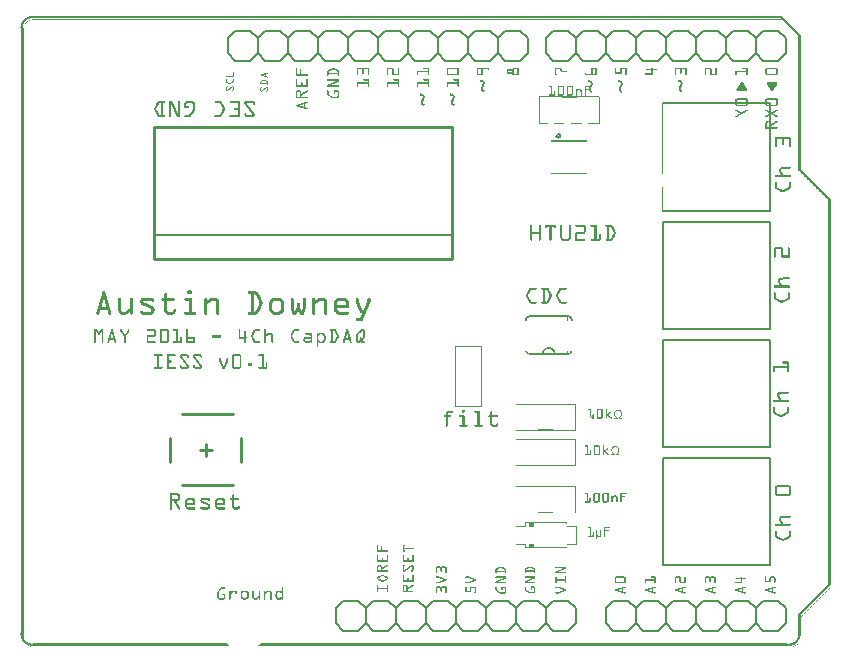
<source format=gto>
G04 MADE WITH FRITZING*
G04 WWW.FRITZING.ORG*
G04 DOUBLE SIDED*
G04 HOLES PLATED*
G04 CONTOUR ON CENTER OF CONTOUR VECTOR*
%ASAXBY*%
%FSLAX23Y23*%
%MOIN*%
%OFA0B0*%
%SFA1.0B1.0*%
%ADD10C,0.010000*%
%ADD11C,0.005000*%
%ADD12C,0.006000*%
%ADD13R,0.001000X0.001000*%
%LNSILK1*%
G90*
G70*
G54D10*
X1441Y1741D02*
X447Y1741D01*
D02*
X447Y1741D02*
X447Y1301D01*
D02*
X447Y1301D02*
X1441Y1301D01*
D02*
X1441Y1301D02*
X1441Y1741D01*
G54D11*
D02*
X447Y1381D02*
X1441Y1381D01*
G54D10*
D02*
X737Y705D02*
X737Y626D01*
D02*
X541Y784D02*
X708Y784D01*
D02*
X541Y548D02*
X708Y548D01*
D02*
X501Y705D02*
X501Y626D01*
D02*
X619Y686D02*
X619Y646D01*
D02*
X639Y666D02*
X600Y666D01*
G54D11*
D02*
X2501Y281D02*
X2501Y638D01*
D02*
X2500Y639D02*
X2143Y639D01*
D02*
X2142Y638D02*
X2142Y281D01*
D02*
X2144Y281D02*
X2500Y281D01*
D02*
X2501Y675D02*
X2501Y1032D01*
D02*
X2500Y1033D02*
X2143Y1033D01*
D02*
X2142Y1032D02*
X2142Y675D01*
D02*
X2144Y674D02*
X2500Y674D01*
D02*
X2501Y1462D02*
X2501Y1819D01*
D02*
X2500Y1820D02*
X2143Y1820D01*
D02*
X2144Y1462D02*
X2500Y1462D01*
G54D12*
D02*
X2277Y162D02*
X2327Y162D01*
D02*
X2327Y162D02*
X2352Y137D01*
D02*
X2352Y137D02*
X2352Y87D01*
D02*
X2352Y87D02*
X2327Y62D01*
D02*
X2352Y137D02*
X2377Y162D01*
D02*
X2377Y162D02*
X2427Y162D01*
D02*
X2427Y162D02*
X2452Y137D01*
D02*
X2452Y137D02*
X2452Y87D01*
D02*
X2452Y87D02*
X2427Y62D01*
D02*
X2427Y62D02*
X2377Y62D01*
D02*
X2377Y62D02*
X2352Y87D01*
D02*
X2152Y137D02*
X2177Y162D01*
D02*
X2177Y162D02*
X2227Y162D01*
D02*
X2227Y162D02*
X2252Y137D01*
D02*
X2252Y137D02*
X2252Y87D01*
D02*
X2252Y87D02*
X2227Y62D01*
D02*
X2227Y62D02*
X2177Y62D01*
D02*
X2177Y62D02*
X2152Y87D01*
D02*
X2277Y162D02*
X2252Y137D01*
D02*
X2252Y87D02*
X2277Y62D01*
D02*
X2327Y62D02*
X2277Y62D01*
D02*
X1977Y162D02*
X2027Y162D01*
D02*
X2027Y162D02*
X2052Y137D01*
D02*
X2052Y137D02*
X2052Y87D01*
D02*
X2052Y87D02*
X2027Y62D01*
D02*
X2052Y137D02*
X2077Y162D01*
D02*
X2077Y162D02*
X2127Y162D01*
D02*
X2127Y162D02*
X2152Y137D01*
D02*
X2152Y137D02*
X2152Y87D01*
D02*
X2152Y87D02*
X2127Y62D01*
D02*
X2127Y62D02*
X2077Y62D01*
D02*
X2077Y62D02*
X2052Y87D01*
D02*
X1952Y137D02*
X1952Y87D01*
D02*
X1977Y162D02*
X1952Y137D01*
D02*
X1952Y87D02*
X1977Y62D01*
D02*
X2027Y62D02*
X1977Y62D01*
D02*
X2477Y162D02*
X2527Y162D01*
D02*
X2527Y162D02*
X2552Y137D01*
D02*
X2552Y137D02*
X2552Y87D01*
D02*
X2552Y87D02*
X2527Y62D01*
D02*
X2477Y162D02*
X2452Y137D01*
D02*
X2452Y87D02*
X2477Y62D01*
D02*
X2527Y62D02*
X2477Y62D01*
D02*
X867Y1962D02*
X817Y1962D01*
D02*
X1067Y1962D02*
X1017Y1962D01*
D02*
X967Y1962D02*
X917Y1962D01*
D02*
X1167Y1962D02*
X1117Y1962D01*
D02*
X1367Y1962D02*
X1317Y1962D01*
D02*
X1267Y1962D02*
X1217Y1962D01*
D02*
X1467Y1962D02*
X1417Y1962D01*
D02*
X1667Y1962D02*
X1617Y1962D01*
D02*
X1567Y1962D02*
X1517Y1962D01*
D02*
X767Y1962D02*
X717Y1962D01*
D02*
X892Y1987D02*
X867Y1962D01*
D02*
X817Y1962D02*
X792Y1987D01*
D02*
X792Y1987D02*
X792Y2037D01*
D02*
X792Y2037D02*
X817Y2062D01*
D02*
X817Y2062D02*
X867Y2062D01*
D02*
X867Y2062D02*
X892Y2037D01*
D02*
X1017Y1962D02*
X992Y1987D01*
D02*
X992Y1987D02*
X992Y2037D01*
D02*
X992Y2037D02*
X1017Y2062D01*
D02*
X992Y1987D02*
X967Y1962D01*
D02*
X917Y1962D02*
X892Y1987D01*
D02*
X892Y1987D02*
X892Y2037D01*
D02*
X892Y2037D02*
X917Y2062D01*
D02*
X917Y2062D02*
X967Y2062D01*
D02*
X967Y2062D02*
X992Y2037D01*
D02*
X1192Y1987D02*
X1167Y1962D01*
D02*
X1117Y1962D02*
X1092Y1987D01*
D02*
X1092Y1987D02*
X1092Y2037D01*
D02*
X1092Y2037D02*
X1117Y2062D01*
D02*
X1117Y2062D02*
X1167Y2062D01*
D02*
X1167Y2062D02*
X1192Y2037D01*
D02*
X1067Y1962D02*
X1092Y1987D01*
D02*
X1092Y2037D02*
X1067Y2062D01*
D02*
X1017Y2062D02*
X1067Y2062D01*
D02*
X1317Y1962D02*
X1292Y1987D01*
D02*
X1292Y1987D02*
X1292Y2037D01*
D02*
X1292Y2037D02*
X1317Y2062D01*
D02*
X1292Y1987D02*
X1267Y1962D01*
D02*
X1217Y1962D02*
X1192Y1987D01*
D02*
X1192Y1987D02*
X1192Y2037D01*
D02*
X1192Y2037D02*
X1217Y2062D01*
D02*
X1217Y2062D02*
X1267Y2062D01*
D02*
X1267Y2062D02*
X1292Y2037D01*
D02*
X1492Y1987D02*
X1467Y1962D01*
D02*
X1417Y1962D02*
X1392Y1987D01*
D02*
X1392Y1987D02*
X1392Y2037D01*
D02*
X1392Y2037D02*
X1417Y2062D01*
D02*
X1417Y2062D02*
X1467Y2062D01*
D02*
X1467Y2062D02*
X1492Y2037D01*
D02*
X1367Y1962D02*
X1392Y1987D01*
D02*
X1392Y2037D02*
X1367Y2062D01*
D02*
X1317Y2062D02*
X1367Y2062D01*
D02*
X1617Y1962D02*
X1592Y1987D01*
D02*
X1592Y1987D02*
X1592Y2037D01*
D02*
X1592Y2037D02*
X1617Y2062D01*
D02*
X1592Y1987D02*
X1567Y1962D01*
D02*
X1517Y1962D02*
X1492Y1987D01*
D02*
X1492Y1987D02*
X1492Y2037D01*
D02*
X1492Y2037D02*
X1517Y2062D01*
D02*
X1517Y2062D02*
X1567Y2062D01*
D02*
X1567Y2062D02*
X1592Y2037D01*
D02*
X1692Y1987D02*
X1692Y2037D01*
D02*
X1667Y1962D02*
X1692Y1987D01*
D02*
X1692Y2037D02*
X1667Y2062D01*
D02*
X1617Y2062D02*
X1667Y2062D01*
D02*
X717Y1962D02*
X692Y1987D01*
D02*
X692Y1987D02*
X692Y2037D01*
D02*
X692Y2037D02*
X717Y2062D01*
D02*
X767Y1962D02*
X792Y1987D01*
D02*
X792Y2037D02*
X767Y2062D01*
D02*
X717Y2062D02*
X767Y2062D01*
D02*
X1927Y1962D02*
X1877Y1962D01*
D02*
X1877Y1962D02*
X1852Y1987D01*
D02*
X1852Y1987D02*
X1852Y2037D01*
D02*
X1852Y2037D02*
X1877Y2062D01*
D02*
X2052Y1987D02*
X2027Y1962D01*
D02*
X2027Y1962D02*
X1977Y1962D01*
D02*
X1977Y1962D02*
X1952Y1987D01*
D02*
X1952Y1987D02*
X1952Y2037D01*
D02*
X1952Y2037D02*
X1977Y2062D01*
D02*
X1977Y2062D02*
X2027Y2062D01*
D02*
X2027Y2062D02*
X2052Y2037D01*
D02*
X1927Y1962D02*
X1952Y1987D01*
D02*
X1952Y2037D02*
X1927Y2062D01*
D02*
X1877Y2062D02*
X1927Y2062D01*
D02*
X2227Y1962D02*
X2177Y1962D01*
D02*
X2177Y1962D02*
X2152Y1987D01*
D02*
X2152Y1987D02*
X2152Y2037D01*
D02*
X2152Y2037D02*
X2177Y2062D01*
D02*
X2152Y1987D02*
X2127Y1962D01*
D02*
X2127Y1962D02*
X2077Y1962D01*
D02*
X2077Y1962D02*
X2052Y1987D01*
D02*
X2052Y1987D02*
X2052Y2037D01*
D02*
X2052Y2037D02*
X2077Y2062D01*
D02*
X2077Y2062D02*
X2127Y2062D01*
D02*
X2127Y2062D02*
X2152Y2037D01*
D02*
X2352Y1987D02*
X2327Y1962D01*
D02*
X2327Y1962D02*
X2277Y1962D01*
D02*
X2277Y1962D02*
X2252Y1987D01*
D02*
X2252Y1987D02*
X2252Y2037D01*
D02*
X2252Y2037D02*
X2277Y2062D01*
D02*
X2277Y2062D02*
X2327Y2062D01*
D02*
X2327Y2062D02*
X2352Y2037D01*
D02*
X2227Y1962D02*
X2252Y1987D01*
D02*
X2252Y2037D02*
X2227Y2062D01*
D02*
X2177Y2062D02*
X2227Y2062D01*
D02*
X2527Y1962D02*
X2477Y1962D01*
D02*
X2477Y1962D02*
X2452Y1987D01*
D02*
X2452Y1987D02*
X2452Y2037D01*
D02*
X2452Y2037D02*
X2477Y2062D01*
D02*
X2452Y1987D02*
X2427Y1962D01*
D02*
X2427Y1962D02*
X2377Y1962D01*
D02*
X2377Y1962D02*
X2352Y1987D01*
D02*
X2352Y1987D02*
X2352Y2037D01*
D02*
X2352Y2037D02*
X2377Y2062D01*
D02*
X2377Y2062D02*
X2427Y2062D01*
D02*
X2427Y2062D02*
X2452Y2037D01*
D02*
X2552Y1987D02*
X2552Y2037D01*
D02*
X2527Y1962D02*
X2552Y1987D01*
D02*
X2552Y2037D02*
X2527Y2062D01*
D02*
X2477Y2062D02*
X2527Y2062D01*
D02*
X1827Y1962D02*
X1777Y1962D01*
D02*
X1777Y1962D02*
X1752Y1987D01*
D02*
X1752Y1987D02*
X1752Y2037D01*
D02*
X1752Y2037D02*
X1777Y2062D01*
D02*
X1827Y1962D02*
X1852Y1987D01*
D02*
X1852Y2037D02*
X1827Y2062D01*
D02*
X1777Y2062D02*
X1827Y2062D01*
D02*
X1677Y162D02*
X1727Y162D01*
D02*
X1727Y162D02*
X1752Y137D01*
D02*
X1752Y137D02*
X1752Y87D01*
D02*
X1752Y87D02*
X1727Y62D01*
D02*
X1552Y137D02*
X1577Y162D01*
D02*
X1577Y162D02*
X1627Y162D01*
D02*
X1627Y162D02*
X1652Y137D01*
D02*
X1652Y137D02*
X1652Y87D01*
D02*
X1652Y87D02*
X1627Y62D01*
D02*
X1627Y62D02*
X1577Y62D01*
D02*
X1577Y62D02*
X1552Y87D01*
D02*
X1677Y162D02*
X1652Y137D01*
D02*
X1652Y87D02*
X1677Y62D01*
D02*
X1727Y62D02*
X1677Y62D01*
D02*
X1377Y162D02*
X1427Y162D01*
D02*
X1427Y162D02*
X1452Y137D01*
D02*
X1452Y137D02*
X1452Y87D01*
D02*
X1452Y87D02*
X1427Y62D01*
D02*
X1452Y137D02*
X1477Y162D01*
D02*
X1477Y162D02*
X1527Y162D01*
D02*
X1527Y162D02*
X1552Y137D01*
D02*
X1552Y137D02*
X1552Y87D01*
D02*
X1552Y87D02*
X1527Y62D01*
D02*
X1527Y62D02*
X1477Y62D01*
D02*
X1477Y62D02*
X1452Y87D01*
D02*
X1252Y137D02*
X1277Y162D01*
D02*
X1277Y162D02*
X1327Y162D01*
D02*
X1327Y162D02*
X1352Y137D01*
D02*
X1352Y137D02*
X1352Y87D01*
D02*
X1352Y87D02*
X1327Y62D01*
D02*
X1327Y62D02*
X1277Y62D01*
D02*
X1277Y62D02*
X1252Y87D01*
D02*
X1377Y162D02*
X1352Y137D01*
D02*
X1352Y87D02*
X1377Y62D01*
D02*
X1427Y62D02*
X1377Y62D01*
D02*
X1077Y162D02*
X1127Y162D01*
D02*
X1127Y162D02*
X1152Y137D01*
D02*
X1152Y137D02*
X1152Y87D01*
D02*
X1152Y87D02*
X1127Y62D01*
D02*
X1152Y137D02*
X1177Y162D01*
D02*
X1177Y162D02*
X1227Y162D01*
D02*
X1227Y162D02*
X1252Y137D01*
D02*
X1252Y137D02*
X1252Y87D01*
D02*
X1252Y87D02*
X1227Y62D01*
D02*
X1227Y62D02*
X1177Y62D01*
D02*
X1177Y62D02*
X1152Y87D01*
D02*
X1052Y137D02*
X1052Y87D01*
D02*
X1077Y162D02*
X1052Y137D01*
D02*
X1052Y87D02*
X1077Y62D01*
D02*
X1127Y62D02*
X1077Y62D01*
D02*
X1777Y162D02*
X1827Y162D01*
D02*
X1827Y162D02*
X1852Y137D01*
D02*
X1852Y137D02*
X1852Y87D01*
D02*
X1852Y87D02*
X1827Y62D01*
D02*
X1777Y162D02*
X1752Y137D01*
D02*
X1752Y87D02*
X1777Y62D01*
D02*
X1827Y62D02*
X1777Y62D01*
G54D11*
D02*
X2501Y1068D02*
X2501Y1425D01*
D02*
X2500Y1426D02*
X2143Y1426D01*
D02*
X2142Y1425D02*
X2142Y1068D01*
D02*
X2144Y1068D02*
X2500Y1068D01*
G54D12*
D02*
X1825Y1111D02*
X1701Y1111D01*
D02*
X1701Y985D02*
X1743Y985D01*
D02*
X1743Y985D02*
X1783Y985D01*
D02*
X1783Y985D02*
X1825Y985D01*
G54D13*
X33Y2111D02*
X2539Y2111D01*
X29Y2110D02*
X2540Y2110D01*
X26Y2109D02*
X2541Y2109D01*
X24Y2108D02*
X2542Y2108D01*
X22Y2107D02*
X2543Y2107D01*
X21Y2106D02*
X2544Y2106D01*
X19Y2105D02*
X2545Y2105D01*
X18Y2104D02*
X2546Y2104D01*
X16Y2103D02*
X33Y2103D01*
X2537Y2103D02*
X2547Y2103D01*
X15Y2102D02*
X29Y2102D01*
X2538Y2102D02*
X2548Y2102D01*
X14Y2101D02*
X27Y2101D01*
X2539Y2101D02*
X2549Y2101D01*
X13Y2100D02*
X24Y2100D01*
X39Y2100D02*
X2550Y2100D01*
X12Y2099D02*
X23Y2099D01*
X35Y2099D02*
X38Y2099D01*
X2541Y2099D02*
X2551Y2099D01*
X11Y2098D02*
X21Y2098D01*
X32Y2098D02*
X34Y2098D01*
X2542Y2098D02*
X2552Y2098D01*
X10Y2097D02*
X20Y2097D01*
X30Y2097D02*
X32Y2097D01*
X2543Y2097D02*
X2553Y2097D01*
X10Y2096D02*
X19Y2096D01*
X29Y2096D02*
X30Y2096D01*
X2544Y2096D02*
X2554Y2096D01*
X9Y2095D02*
X18Y2095D01*
X27Y2095D02*
X28Y2095D01*
X2545Y2095D02*
X2555Y2095D01*
X8Y2094D02*
X17Y2094D01*
X25Y2094D02*
X26Y2094D01*
X2546Y2094D02*
X2556Y2094D01*
X8Y2093D02*
X16Y2093D01*
X24Y2093D02*
X25Y2093D01*
X2547Y2093D02*
X2557Y2093D01*
X7Y2092D02*
X15Y2092D01*
X23Y2092D02*
X23Y2092D01*
X2548Y2092D02*
X2558Y2092D01*
X6Y2091D02*
X14Y2091D01*
X22Y2091D02*
X22Y2091D01*
X2549Y2091D02*
X2559Y2091D01*
X6Y2090D02*
X13Y2090D01*
X21Y2090D02*
X21Y2090D01*
X2550Y2090D02*
X2560Y2090D01*
X5Y2089D02*
X13Y2089D01*
X20Y2089D02*
X20Y2089D01*
X2551Y2089D02*
X2561Y2089D01*
X5Y2088D02*
X12Y2088D01*
X19Y2088D02*
X19Y2088D01*
X2552Y2088D02*
X2562Y2088D01*
X4Y2087D02*
X12Y2087D01*
X18Y2087D02*
X18Y2087D01*
X2553Y2087D02*
X2563Y2087D01*
X4Y2086D02*
X11Y2086D01*
X18Y2086D02*
X18Y2086D01*
X2554Y2086D02*
X2564Y2086D01*
X4Y2085D02*
X11Y2085D01*
X17Y2085D02*
X17Y2085D01*
X2555Y2085D02*
X2565Y2085D01*
X3Y2084D02*
X10Y2084D01*
X16Y2084D02*
X16Y2084D01*
X2556Y2084D02*
X2566Y2084D01*
X3Y2083D02*
X10Y2083D01*
X16Y2083D02*
X16Y2083D01*
X2557Y2083D02*
X2567Y2083D01*
X3Y2082D02*
X10Y2082D01*
X15Y2082D02*
X15Y2082D01*
X2558Y2082D02*
X2568Y2082D01*
X2Y2081D02*
X9Y2081D01*
X14Y2081D02*
X15Y2081D01*
X2559Y2081D02*
X2569Y2081D01*
X2Y2080D02*
X9Y2080D01*
X14Y2080D02*
X14Y2080D01*
X2560Y2080D02*
X2570Y2080D01*
X2Y2079D02*
X9Y2079D01*
X14Y2079D02*
X14Y2079D01*
X2561Y2079D02*
X2571Y2079D01*
X2Y2078D02*
X9Y2078D01*
X13Y2078D02*
X13Y2078D01*
X2562Y2078D02*
X2572Y2078D01*
X2Y2077D02*
X9Y2077D01*
X13Y2077D02*
X13Y2077D01*
X2563Y2077D02*
X2573Y2077D01*
X2Y2076D02*
X9Y2076D01*
X12Y2076D02*
X12Y2076D01*
X2564Y2076D02*
X2574Y2076D01*
X2Y2075D02*
X8Y2075D01*
X12Y2075D02*
X12Y2075D01*
X2565Y2075D02*
X2575Y2075D01*
X1Y2074D02*
X8Y2074D01*
X12Y2074D02*
X12Y2074D01*
X2566Y2074D02*
X2576Y2074D01*
X1Y2073D02*
X8Y2073D01*
X12Y2073D02*
X12Y2073D01*
X2567Y2073D02*
X2577Y2073D01*
X1Y2072D02*
X8Y2072D01*
X11Y2072D02*
X11Y2072D01*
X2568Y2072D02*
X2578Y2072D01*
X1Y2071D02*
X8Y2071D01*
X11Y2071D02*
X11Y2071D01*
X2569Y2071D02*
X2579Y2071D01*
X2Y2070D02*
X8Y2070D01*
X11Y2070D02*
X11Y2070D01*
X2570Y2070D02*
X2580Y2070D01*
X2Y2069D02*
X9Y2069D01*
X11Y2069D02*
X11Y2069D01*
X2571Y2069D02*
X2581Y2069D01*
X1Y2068D02*
X9Y2068D01*
X11Y2068D02*
X11Y2068D01*
X2572Y2068D02*
X2582Y2068D01*
X2Y2067D02*
X9Y2067D01*
X11Y2067D02*
X11Y2067D01*
X2573Y2067D02*
X2583Y2067D01*
X2Y2066D02*
X9Y2066D01*
X11Y2066D02*
X11Y2066D01*
X2574Y2066D02*
X2584Y2066D01*
X2Y2065D02*
X9Y2065D01*
X11Y2065D02*
X11Y2065D01*
X2575Y2065D02*
X2585Y2065D01*
X2Y2064D02*
X9Y2064D01*
X11Y2064D02*
X11Y2064D01*
X2576Y2064D02*
X2586Y2064D01*
X2Y2063D02*
X9Y2063D01*
X11Y2063D02*
X11Y2063D01*
X2577Y2063D02*
X2587Y2063D01*
X2Y2062D02*
X9Y2062D01*
X11Y2062D02*
X11Y2062D01*
X2578Y2062D02*
X2588Y2062D01*
X2Y2061D02*
X9Y2061D01*
X11Y2061D02*
X11Y2061D01*
X2579Y2061D02*
X2589Y2061D01*
X2Y2060D02*
X9Y2060D01*
X11Y2060D02*
X11Y2060D01*
X2580Y2060D02*
X2590Y2060D01*
X2Y2059D02*
X9Y2059D01*
X11Y2059D02*
X11Y2059D01*
X2581Y2059D02*
X2591Y2059D01*
X2Y2058D02*
X9Y2058D01*
X11Y2058D02*
X11Y2058D01*
X2582Y2058D02*
X2592Y2058D01*
X2Y2057D02*
X9Y2057D01*
X11Y2057D02*
X11Y2057D01*
X2583Y2057D02*
X2593Y2057D01*
X2Y2056D02*
X9Y2056D01*
X11Y2056D02*
X11Y2056D01*
X2584Y2056D02*
X2594Y2056D01*
X2Y2055D02*
X9Y2055D01*
X11Y2055D02*
X11Y2055D01*
X2585Y2055D02*
X2595Y2055D01*
X2Y2054D02*
X9Y2054D01*
X11Y2054D02*
X11Y2054D01*
X2586Y2054D02*
X2596Y2054D01*
X2Y2053D02*
X9Y2053D01*
X11Y2053D02*
X11Y2053D01*
X2587Y2053D02*
X2597Y2053D01*
X2Y2052D02*
X9Y2052D01*
X11Y2052D02*
X11Y2052D01*
X2588Y2052D02*
X2598Y2052D01*
X2Y2051D02*
X9Y2051D01*
X11Y2051D02*
X11Y2051D01*
X2589Y2051D02*
X2599Y2051D01*
X2Y2050D02*
X9Y2050D01*
X11Y2050D02*
X11Y2050D01*
X2590Y2050D02*
X2600Y2050D01*
X2Y2049D02*
X9Y2049D01*
X11Y2049D02*
X11Y2049D01*
X2591Y2049D02*
X2601Y2049D01*
X2Y2048D02*
X9Y2048D01*
X11Y2048D02*
X11Y2048D01*
X2592Y2048D02*
X2601Y2048D01*
X2Y2047D02*
X9Y2047D01*
X11Y2047D02*
X11Y2047D01*
X2593Y2047D02*
X2601Y2047D01*
X2Y2046D02*
X9Y2046D01*
X11Y2046D02*
X11Y2046D01*
X2594Y2046D02*
X2601Y2046D01*
X2Y2045D02*
X9Y2045D01*
X11Y2045D02*
X11Y2045D01*
X2594Y2045D02*
X2601Y2045D01*
X2Y2044D02*
X9Y2044D01*
X11Y2044D02*
X11Y2044D01*
X2594Y2044D02*
X2601Y2044D01*
X2Y2043D02*
X9Y2043D01*
X11Y2043D02*
X11Y2043D01*
X2594Y2043D02*
X2601Y2043D01*
X2Y2042D02*
X9Y2042D01*
X11Y2042D02*
X11Y2042D01*
X2594Y2042D02*
X2602Y2042D01*
X2Y2041D02*
X9Y2041D01*
X11Y2041D02*
X11Y2041D01*
X2594Y2041D02*
X2603Y2041D01*
X2Y2040D02*
X9Y2040D01*
X11Y2040D02*
X11Y2040D01*
X2594Y2040D02*
X2601Y2040D01*
X2603Y2040D02*
X2603Y2040D01*
X2Y2039D02*
X9Y2039D01*
X11Y2039D02*
X11Y2039D01*
X2594Y2039D02*
X2601Y2039D01*
X2603Y2039D02*
X2603Y2039D01*
X2Y2038D02*
X9Y2038D01*
X11Y2038D02*
X11Y2038D01*
X2594Y2038D02*
X2601Y2038D01*
X2603Y2038D02*
X2603Y2038D01*
X2Y2037D02*
X9Y2037D01*
X11Y2037D02*
X11Y2037D01*
X2594Y2037D02*
X2601Y2037D01*
X2603Y2037D02*
X2603Y2037D01*
X2Y2036D02*
X9Y2036D01*
X11Y2036D02*
X11Y2036D01*
X2594Y2036D02*
X2601Y2036D01*
X2603Y2036D02*
X2603Y2036D01*
X2Y2035D02*
X9Y2035D01*
X11Y2035D02*
X11Y2035D01*
X2594Y2035D02*
X2601Y2035D01*
X2603Y2035D02*
X2603Y2035D01*
X2Y2034D02*
X9Y2034D01*
X11Y2034D02*
X11Y2034D01*
X2594Y2034D02*
X2601Y2034D01*
X2603Y2034D02*
X2603Y2034D01*
X2Y2033D02*
X9Y2033D01*
X11Y2033D02*
X11Y2033D01*
X2594Y2033D02*
X2601Y2033D01*
X2603Y2033D02*
X2603Y2033D01*
X2Y2032D02*
X9Y2032D01*
X11Y2032D02*
X11Y2032D01*
X2594Y2032D02*
X2601Y2032D01*
X2603Y2032D02*
X2603Y2032D01*
X2Y2031D02*
X9Y2031D01*
X11Y2031D02*
X11Y2031D01*
X2594Y2031D02*
X2601Y2031D01*
X2603Y2031D02*
X2603Y2031D01*
X2Y2030D02*
X9Y2030D01*
X11Y2030D02*
X11Y2030D01*
X2594Y2030D02*
X2601Y2030D01*
X2603Y2030D02*
X2603Y2030D01*
X2Y2029D02*
X9Y2029D01*
X11Y2029D02*
X11Y2029D01*
X2594Y2029D02*
X2601Y2029D01*
X2603Y2029D02*
X2603Y2029D01*
X2Y2028D02*
X9Y2028D01*
X11Y2028D02*
X11Y2028D01*
X2594Y2028D02*
X2601Y2028D01*
X2603Y2028D02*
X2603Y2028D01*
X2Y2027D02*
X9Y2027D01*
X11Y2027D02*
X11Y2027D01*
X2594Y2027D02*
X2601Y2027D01*
X2603Y2027D02*
X2603Y2027D01*
X2Y2026D02*
X9Y2026D01*
X11Y2026D02*
X11Y2026D01*
X2594Y2026D02*
X2601Y2026D01*
X2603Y2026D02*
X2603Y2026D01*
X2Y2025D02*
X9Y2025D01*
X11Y2025D02*
X11Y2025D01*
X2594Y2025D02*
X2601Y2025D01*
X2603Y2025D02*
X2603Y2025D01*
X2Y2024D02*
X9Y2024D01*
X11Y2024D02*
X11Y2024D01*
X2594Y2024D02*
X2601Y2024D01*
X2603Y2024D02*
X2603Y2024D01*
X2Y2023D02*
X9Y2023D01*
X11Y2023D02*
X11Y2023D01*
X2594Y2023D02*
X2601Y2023D01*
X2603Y2023D02*
X2603Y2023D01*
X2Y2022D02*
X9Y2022D01*
X11Y2022D02*
X11Y2022D01*
X2594Y2022D02*
X2601Y2022D01*
X2603Y2022D02*
X2603Y2022D01*
X2Y2021D02*
X9Y2021D01*
X11Y2021D02*
X11Y2021D01*
X2594Y2021D02*
X2601Y2021D01*
X2603Y2021D02*
X2603Y2021D01*
X2Y2020D02*
X9Y2020D01*
X11Y2020D02*
X11Y2020D01*
X2594Y2020D02*
X2601Y2020D01*
X2603Y2020D02*
X2603Y2020D01*
X2Y2019D02*
X9Y2019D01*
X11Y2019D02*
X11Y2019D01*
X2594Y2019D02*
X2601Y2019D01*
X2603Y2019D02*
X2603Y2019D01*
X2Y2018D02*
X9Y2018D01*
X11Y2018D02*
X11Y2018D01*
X2594Y2018D02*
X2601Y2018D01*
X2603Y2018D02*
X2603Y2018D01*
X2Y2017D02*
X9Y2017D01*
X11Y2017D02*
X11Y2017D01*
X2594Y2017D02*
X2601Y2017D01*
X2603Y2017D02*
X2603Y2017D01*
X2Y2016D02*
X9Y2016D01*
X11Y2016D02*
X11Y2016D01*
X2594Y2016D02*
X2601Y2016D01*
X2603Y2016D02*
X2603Y2016D01*
X2Y2015D02*
X9Y2015D01*
X11Y2015D02*
X11Y2015D01*
X2594Y2015D02*
X2601Y2015D01*
X2603Y2015D02*
X2603Y2015D01*
X2Y2014D02*
X9Y2014D01*
X11Y2014D02*
X11Y2014D01*
X2594Y2014D02*
X2601Y2014D01*
X2603Y2014D02*
X2603Y2014D01*
X2Y2013D02*
X9Y2013D01*
X11Y2013D02*
X11Y2013D01*
X2594Y2013D02*
X2601Y2013D01*
X2603Y2013D02*
X2603Y2013D01*
X2Y2012D02*
X9Y2012D01*
X11Y2012D02*
X11Y2012D01*
X2594Y2012D02*
X2601Y2012D01*
X2603Y2012D02*
X2603Y2012D01*
X2Y2011D02*
X9Y2011D01*
X11Y2011D02*
X11Y2011D01*
X2594Y2011D02*
X2601Y2011D01*
X2603Y2011D02*
X2603Y2011D01*
X2Y2010D02*
X9Y2010D01*
X11Y2010D02*
X11Y2010D01*
X2594Y2010D02*
X2601Y2010D01*
X2603Y2010D02*
X2603Y2010D01*
X2Y2009D02*
X9Y2009D01*
X11Y2009D02*
X11Y2009D01*
X2594Y2009D02*
X2601Y2009D01*
X2603Y2009D02*
X2603Y2009D01*
X2Y2008D02*
X9Y2008D01*
X11Y2008D02*
X11Y2008D01*
X2594Y2008D02*
X2601Y2008D01*
X2603Y2008D02*
X2603Y2008D01*
X2Y2007D02*
X9Y2007D01*
X11Y2007D02*
X11Y2007D01*
X2594Y2007D02*
X2601Y2007D01*
X2603Y2007D02*
X2603Y2007D01*
X2Y2006D02*
X9Y2006D01*
X11Y2006D02*
X11Y2006D01*
X2594Y2006D02*
X2601Y2006D01*
X2603Y2006D02*
X2603Y2006D01*
X2Y2005D02*
X9Y2005D01*
X11Y2005D02*
X11Y2005D01*
X2594Y2005D02*
X2601Y2005D01*
X2603Y2005D02*
X2603Y2005D01*
X2Y2004D02*
X9Y2004D01*
X11Y2004D02*
X11Y2004D01*
X2594Y2004D02*
X2601Y2004D01*
X2603Y2004D02*
X2603Y2004D01*
X2Y2003D02*
X9Y2003D01*
X11Y2003D02*
X11Y2003D01*
X2594Y2003D02*
X2601Y2003D01*
X2603Y2003D02*
X2603Y2003D01*
X2Y2002D02*
X9Y2002D01*
X11Y2002D02*
X11Y2002D01*
X2594Y2002D02*
X2601Y2002D01*
X2603Y2002D02*
X2603Y2002D01*
X2Y2001D02*
X9Y2001D01*
X11Y2001D02*
X11Y2001D01*
X2594Y2001D02*
X2601Y2001D01*
X2603Y2001D02*
X2603Y2001D01*
X2Y2000D02*
X9Y2000D01*
X11Y2000D02*
X11Y2000D01*
X2594Y2000D02*
X2601Y2000D01*
X2603Y2000D02*
X2603Y2000D01*
X2Y1999D02*
X9Y1999D01*
X11Y1999D02*
X11Y1999D01*
X2594Y1999D02*
X2601Y1999D01*
X2603Y1999D02*
X2603Y1999D01*
X2Y1998D02*
X9Y1998D01*
X11Y1998D02*
X11Y1998D01*
X2594Y1998D02*
X2601Y1998D01*
X2603Y1998D02*
X2603Y1998D01*
X2Y1997D02*
X9Y1997D01*
X11Y1997D02*
X11Y1997D01*
X2594Y1997D02*
X2601Y1997D01*
X2603Y1997D02*
X2603Y1997D01*
X2Y1996D02*
X9Y1996D01*
X11Y1996D02*
X11Y1996D01*
X2594Y1996D02*
X2601Y1996D01*
X2603Y1996D02*
X2603Y1996D01*
X2Y1995D02*
X9Y1995D01*
X11Y1995D02*
X11Y1995D01*
X2594Y1995D02*
X2601Y1995D01*
X2603Y1995D02*
X2603Y1995D01*
X2Y1994D02*
X9Y1994D01*
X11Y1994D02*
X11Y1994D01*
X2594Y1994D02*
X2601Y1994D01*
X2603Y1994D02*
X2603Y1994D01*
X2Y1993D02*
X9Y1993D01*
X11Y1993D02*
X11Y1993D01*
X2594Y1993D02*
X2601Y1993D01*
X2603Y1993D02*
X2603Y1993D01*
X2Y1992D02*
X9Y1992D01*
X11Y1992D02*
X11Y1992D01*
X2594Y1992D02*
X2601Y1992D01*
X2603Y1992D02*
X2603Y1992D01*
X2Y1991D02*
X9Y1991D01*
X11Y1991D02*
X11Y1991D01*
X2594Y1991D02*
X2601Y1991D01*
X2603Y1991D02*
X2603Y1991D01*
X2Y1990D02*
X9Y1990D01*
X11Y1990D02*
X11Y1990D01*
X2594Y1990D02*
X2601Y1990D01*
X2603Y1990D02*
X2603Y1990D01*
X2Y1989D02*
X9Y1989D01*
X11Y1989D02*
X11Y1989D01*
X2594Y1989D02*
X2601Y1989D01*
X2603Y1989D02*
X2603Y1989D01*
X2Y1988D02*
X9Y1988D01*
X11Y1988D02*
X11Y1988D01*
X2594Y1988D02*
X2601Y1988D01*
X2603Y1988D02*
X2603Y1988D01*
X2Y1987D02*
X9Y1987D01*
X11Y1987D02*
X11Y1987D01*
X2594Y1987D02*
X2601Y1987D01*
X2603Y1987D02*
X2603Y1987D01*
X2Y1986D02*
X9Y1986D01*
X11Y1986D02*
X11Y1986D01*
X2594Y1986D02*
X2601Y1986D01*
X2603Y1986D02*
X2603Y1986D01*
X2Y1985D02*
X9Y1985D01*
X11Y1985D02*
X11Y1985D01*
X2594Y1985D02*
X2601Y1985D01*
X2603Y1985D02*
X2603Y1985D01*
X2Y1984D02*
X9Y1984D01*
X11Y1984D02*
X11Y1984D01*
X2594Y1984D02*
X2601Y1984D01*
X2603Y1984D02*
X2603Y1984D01*
X2Y1983D02*
X9Y1983D01*
X11Y1983D02*
X11Y1983D01*
X2594Y1983D02*
X2601Y1983D01*
X2603Y1983D02*
X2603Y1983D01*
X2Y1982D02*
X9Y1982D01*
X11Y1982D02*
X11Y1982D01*
X2594Y1982D02*
X2601Y1982D01*
X2603Y1982D02*
X2603Y1982D01*
X2Y1981D02*
X9Y1981D01*
X11Y1981D02*
X11Y1981D01*
X2594Y1981D02*
X2601Y1981D01*
X2603Y1981D02*
X2603Y1981D01*
X2Y1980D02*
X9Y1980D01*
X11Y1980D02*
X11Y1980D01*
X2594Y1980D02*
X2601Y1980D01*
X2603Y1980D02*
X2603Y1980D01*
X2Y1979D02*
X9Y1979D01*
X11Y1979D02*
X11Y1979D01*
X2594Y1979D02*
X2601Y1979D01*
X2603Y1979D02*
X2603Y1979D01*
X2Y1978D02*
X9Y1978D01*
X11Y1978D02*
X11Y1978D01*
X2594Y1978D02*
X2601Y1978D01*
X2603Y1978D02*
X2603Y1978D01*
X2Y1977D02*
X9Y1977D01*
X11Y1977D02*
X11Y1977D01*
X2594Y1977D02*
X2601Y1977D01*
X2603Y1977D02*
X2603Y1977D01*
X2Y1976D02*
X9Y1976D01*
X11Y1976D02*
X11Y1976D01*
X2594Y1976D02*
X2601Y1976D01*
X2603Y1976D02*
X2603Y1976D01*
X2Y1975D02*
X9Y1975D01*
X11Y1975D02*
X11Y1975D01*
X2594Y1975D02*
X2601Y1975D01*
X2603Y1975D02*
X2603Y1975D01*
X2Y1974D02*
X9Y1974D01*
X11Y1974D02*
X11Y1974D01*
X2594Y1974D02*
X2601Y1974D01*
X2603Y1974D02*
X2603Y1974D01*
X2Y1973D02*
X9Y1973D01*
X11Y1973D02*
X11Y1973D01*
X2594Y1973D02*
X2601Y1973D01*
X2603Y1973D02*
X2603Y1973D01*
X2Y1972D02*
X9Y1972D01*
X11Y1972D02*
X11Y1972D01*
X2594Y1972D02*
X2601Y1972D01*
X2603Y1972D02*
X2603Y1972D01*
X2Y1971D02*
X9Y1971D01*
X11Y1971D02*
X11Y1971D01*
X2594Y1971D02*
X2601Y1971D01*
X2603Y1971D02*
X2603Y1971D01*
X2Y1970D02*
X9Y1970D01*
X11Y1970D02*
X11Y1970D01*
X2594Y1970D02*
X2601Y1970D01*
X2603Y1970D02*
X2603Y1970D01*
X2Y1969D02*
X9Y1969D01*
X11Y1969D02*
X11Y1969D01*
X2594Y1969D02*
X2601Y1969D01*
X2603Y1969D02*
X2603Y1969D01*
X2Y1968D02*
X9Y1968D01*
X11Y1968D02*
X11Y1968D01*
X2594Y1968D02*
X2601Y1968D01*
X2603Y1968D02*
X2603Y1968D01*
X2Y1967D02*
X9Y1967D01*
X11Y1967D02*
X11Y1967D01*
X2594Y1967D02*
X2601Y1967D01*
X2603Y1967D02*
X2603Y1967D01*
X2Y1966D02*
X9Y1966D01*
X11Y1966D02*
X11Y1966D01*
X2594Y1966D02*
X2601Y1966D01*
X2603Y1966D02*
X2603Y1966D01*
X2Y1965D02*
X9Y1965D01*
X11Y1965D02*
X11Y1965D01*
X2594Y1965D02*
X2601Y1965D01*
X2603Y1965D02*
X2603Y1965D01*
X2Y1964D02*
X9Y1964D01*
X11Y1964D02*
X11Y1964D01*
X2594Y1964D02*
X2601Y1964D01*
X2603Y1964D02*
X2603Y1964D01*
X2Y1963D02*
X9Y1963D01*
X11Y1963D02*
X11Y1963D01*
X2594Y1963D02*
X2601Y1963D01*
X2603Y1963D02*
X2603Y1963D01*
X2Y1962D02*
X9Y1962D01*
X11Y1962D02*
X11Y1962D01*
X2594Y1962D02*
X2601Y1962D01*
X2603Y1962D02*
X2603Y1962D01*
X2Y1961D02*
X9Y1961D01*
X11Y1961D02*
X11Y1961D01*
X2594Y1961D02*
X2601Y1961D01*
X2603Y1961D02*
X2603Y1961D01*
X2Y1960D02*
X9Y1960D01*
X11Y1960D02*
X11Y1960D01*
X2594Y1960D02*
X2601Y1960D01*
X2603Y1960D02*
X2603Y1960D01*
X2Y1959D02*
X9Y1959D01*
X11Y1959D02*
X11Y1959D01*
X2594Y1959D02*
X2601Y1959D01*
X2603Y1959D02*
X2603Y1959D01*
X2Y1958D02*
X9Y1958D01*
X11Y1958D02*
X11Y1958D01*
X2594Y1958D02*
X2601Y1958D01*
X2603Y1958D02*
X2603Y1958D01*
X2Y1957D02*
X9Y1957D01*
X11Y1957D02*
X11Y1957D01*
X2594Y1957D02*
X2601Y1957D01*
X2603Y1957D02*
X2603Y1957D01*
X2Y1956D02*
X9Y1956D01*
X11Y1956D02*
X11Y1956D01*
X2594Y1956D02*
X2601Y1956D01*
X2603Y1956D02*
X2603Y1956D01*
X2Y1955D02*
X9Y1955D01*
X11Y1955D02*
X11Y1955D01*
X2594Y1955D02*
X2601Y1955D01*
X2603Y1955D02*
X2603Y1955D01*
X2Y1954D02*
X9Y1954D01*
X11Y1954D02*
X11Y1954D01*
X2594Y1954D02*
X2601Y1954D01*
X2603Y1954D02*
X2603Y1954D01*
X2Y1953D02*
X9Y1953D01*
X11Y1953D02*
X11Y1953D01*
X2594Y1953D02*
X2601Y1953D01*
X2603Y1953D02*
X2603Y1953D01*
X2Y1952D02*
X9Y1952D01*
X11Y1952D02*
X11Y1952D01*
X2594Y1952D02*
X2601Y1952D01*
X2603Y1952D02*
X2603Y1952D01*
X2Y1951D02*
X9Y1951D01*
X11Y1951D02*
X11Y1951D01*
X2594Y1951D02*
X2601Y1951D01*
X2603Y1951D02*
X2603Y1951D01*
X2Y1950D02*
X9Y1950D01*
X11Y1950D02*
X11Y1950D01*
X2594Y1950D02*
X2601Y1950D01*
X2603Y1950D02*
X2603Y1950D01*
X2Y1949D02*
X9Y1949D01*
X11Y1949D02*
X11Y1949D01*
X2594Y1949D02*
X2601Y1949D01*
X2603Y1949D02*
X2603Y1949D01*
X2Y1948D02*
X9Y1948D01*
X11Y1948D02*
X11Y1948D01*
X2594Y1948D02*
X2601Y1948D01*
X2603Y1948D02*
X2603Y1948D01*
X2Y1947D02*
X9Y1947D01*
X11Y1947D02*
X11Y1947D01*
X2594Y1947D02*
X2601Y1947D01*
X2603Y1947D02*
X2603Y1947D01*
X2Y1946D02*
X9Y1946D01*
X11Y1946D02*
X11Y1946D01*
X2594Y1946D02*
X2601Y1946D01*
X2603Y1946D02*
X2603Y1946D01*
X2Y1945D02*
X9Y1945D01*
X11Y1945D02*
X11Y1945D01*
X2594Y1945D02*
X2601Y1945D01*
X2603Y1945D02*
X2603Y1945D01*
X2Y1944D02*
X9Y1944D01*
X11Y1944D02*
X11Y1944D01*
X2594Y1944D02*
X2601Y1944D01*
X2603Y1944D02*
X2603Y1944D01*
X2Y1943D02*
X9Y1943D01*
X11Y1943D02*
X11Y1943D01*
X2594Y1943D02*
X2601Y1943D01*
X2603Y1943D02*
X2603Y1943D01*
X2Y1942D02*
X9Y1942D01*
X11Y1942D02*
X11Y1942D01*
X2594Y1942D02*
X2601Y1942D01*
X2603Y1942D02*
X2603Y1942D01*
X2Y1941D02*
X9Y1941D01*
X11Y1941D02*
X11Y1941D01*
X2594Y1941D02*
X2601Y1941D01*
X2603Y1941D02*
X2603Y1941D01*
X2Y1940D02*
X9Y1940D01*
X11Y1940D02*
X11Y1940D01*
X2594Y1940D02*
X2601Y1940D01*
X2603Y1940D02*
X2603Y1940D01*
X2Y1939D02*
X9Y1939D01*
X11Y1939D02*
X11Y1939D01*
X1127Y1939D02*
X1140Y1939D01*
X1146Y1939D02*
X1159Y1939D01*
X1227Y1939D02*
X1242Y1939D01*
X1260Y1939D02*
X1261Y1939D01*
X1347Y1939D02*
X1361Y1939D01*
X1426Y1939D02*
X1459Y1939D01*
X1524Y1939D02*
X1562Y1939D01*
X1644Y1939D02*
X1660Y1939D01*
X1783Y1939D02*
X1799Y1939D01*
X1906Y1939D02*
X1921Y1939D01*
X1984Y1939D02*
X1986Y1939D01*
X2004Y1939D02*
X2019Y1939D01*
X2186Y1939D02*
X2200Y1939D01*
X2206Y1939D02*
X2219Y1939D01*
X2286Y1939D02*
X2302Y1939D01*
X2319Y1939D02*
X2321Y1939D01*
X2408Y1939D02*
X2424Y1939D01*
X2488Y1939D02*
X2522Y1939D01*
X2594Y1939D02*
X2601Y1939D01*
X2603Y1939D02*
X2603Y1939D01*
X2Y1938D02*
X9Y1938D01*
X11Y1938D02*
X11Y1938D01*
X921Y1938D02*
X923Y1938D01*
X1041Y1938D02*
X1046Y1938D01*
X1125Y1938D02*
X1142Y1938D01*
X1144Y1938D02*
X1161Y1938D01*
X1225Y1938D02*
X1243Y1938D01*
X1259Y1938D02*
X1262Y1938D01*
X1346Y1938D02*
X1362Y1938D01*
X1425Y1938D02*
X1461Y1938D01*
X1523Y1938D02*
X1562Y1938D01*
X1642Y1938D02*
X1661Y1938D01*
X1783Y1938D02*
X1800Y1938D01*
X1905Y1938D02*
X1922Y1938D01*
X1983Y1938D02*
X1987Y1938D01*
X2002Y1938D02*
X2021Y1938D01*
X2107Y1938D02*
X2108Y1938D01*
X2185Y1938D02*
X2201Y1938D01*
X2204Y1938D02*
X2221Y1938D01*
X2285Y1938D02*
X2303Y1938D01*
X2318Y1938D02*
X2322Y1938D01*
X2408Y1938D02*
X2425Y1938D01*
X2487Y1938D02*
X2523Y1938D01*
X2594Y1938D02*
X2601Y1938D01*
X2603Y1938D02*
X2603Y1938D01*
X2Y1937D02*
X9Y1937D01*
X11Y1937D02*
X11Y1937D01*
X920Y1937D02*
X923Y1937D01*
X1039Y1937D02*
X1049Y1937D01*
X1124Y1937D02*
X1162Y1937D01*
X1224Y1937D02*
X1244Y1937D01*
X1259Y1937D02*
X1263Y1937D01*
X1345Y1937D02*
X1363Y1937D01*
X1424Y1937D02*
X1462Y1937D01*
X1523Y1937D02*
X1563Y1937D01*
X1642Y1937D02*
X1662Y1937D01*
X1783Y1937D02*
X1801Y1937D01*
X1905Y1937D02*
X1923Y1937D01*
X1983Y1937D02*
X1987Y1937D01*
X2001Y1937D02*
X2022Y1937D01*
X2105Y1937D02*
X2109Y1937D01*
X2184Y1937D02*
X2222Y1937D01*
X2284Y1937D02*
X2304Y1937D01*
X2318Y1937D02*
X2322Y1937D01*
X2407Y1937D02*
X2425Y1937D01*
X2486Y1937D02*
X2524Y1937D01*
X2594Y1937D02*
X2601Y1937D01*
X2603Y1937D02*
X2603Y1937D01*
X2Y1936D02*
X9Y1936D01*
X11Y1936D02*
X11Y1936D01*
X919Y1936D02*
X924Y1936D01*
X1037Y1936D02*
X1051Y1936D01*
X1124Y1936D02*
X1162Y1936D01*
X1224Y1936D02*
X1245Y1936D01*
X1259Y1936D02*
X1263Y1936D01*
X1345Y1936D02*
X1363Y1936D01*
X1423Y1936D02*
X1462Y1936D01*
X1523Y1936D02*
X1563Y1936D01*
X1641Y1936D02*
X1662Y1936D01*
X1783Y1936D02*
X1802Y1936D01*
X1905Y1936D02*
X1923Y1936D01*
X1983Y1936D02*
X1987Y1936D01*
X2001Y1936D02*
X2022Y1936D01*
X2105Y1936D02*
X2109Y1936D01*
X2183Y1936D02*
X2222Y1936D01*
X2283Y1936D02*
X2304Y1936D01*
X2318Y1936D02*
X2322Y1936D01*
X2408Y1936D02*
X2425Y1936D01*
X2486Y1936D02*
X2524Y1936D01*
X2594Y1936D02*
X2601Y1936D01*
X2603Y1936D02*
X2603Y1936D01*
X2Y1935D02*
X9Y1935D01*
X11Y1935D02*
X11Y1935D01*
X919Y1935D02*
X924Y1935D01*
X1035Y1935D02*
X1053Y1935D01*
X1123Y1935D02*
X1163Y1935D01*
X1223Y1935D02*
X1245Y1935D01*
X1259Y1935D02*
X1263Y1935D01*
X1346Y1935D02*
X1363Y1935D01*
X1423Y1935D02*
X1463Y1935D01*
X1523Y1935D02*
X1563Y1935D01*
X1641Y1935D02*
X1662Y1935D01*
X1783Y1935D02*
X1803Y1935D01*
X1905Y1935D02*
X1923Y1935D01*
X1983Y1935D02*
X1987Y1935D01*
X2001Y1935D02*
X2022Y1935D01*
X2088Y1935D02*
X2121Y1935D01*
X2183Y1935D02*
X2222Y1935D01*
X2283Y1935D02*
X2305Y1935D01*
X2318Y1935D02*
X2322Y1935D01*
X2408Y1935D02*
X2425Y1935D01*
X2485Y1935D02*
X2525Y1935D01*
X2594Y1935D02*
X2601Y1935D01*
X2603Y1935D02*
X2603Y1935D01*
X2Y1934D02*
X9Y1934D01*
X11Y1934D02*
X11Y1934D01*
X919Y1934D02*
X924Y1934D01*
X1033Y1934D02*
X1055Y1934D01*
X1123Y1934D02*
X1128Y1934D01*
X1139Y1934D02*
X1147Y1934D01*
X1158Y1934D02*
X1163Y1934D01*
X1223Y1934D02*
X1228Y1934D01*
X1241Y1934D02*
X1245Y1934D01*
X1259Y1934D02*
X1263Y1934D01*
X1358Y1934D02*
X1363Y1934D01*
X1423Y1934D02*
X1428Y1934D01*
X1458Y1934D02*
X1463Y1934D01*
X1523Y1934D02*
X1528Y1934D01*
X1536Y1934D02*
X1541Y1934D01*
X1558Y1934D02*
X1563Y1934D01*
X1625Y1934D02*
X1645Y1934D01*
X1658Y1934D02*
X1663Y1934D01*
X1783Y1934D02*
X1787Y1934D01*
X1798Y1934D02*
X1804Y1934D01*
X1905Y1934D02*
X1909Y1934D01*
X1918Y1934D02*
X1923Y1934D01*
X1983Y1934D02*
X1987Y1934D01*
X2001Y1934D02*
X2005Y1934D01*
X2018Y1934D02*
X2023Y1934D01*
X2088Y1934D02*
X2122Y1934D01*
X2183Y1934D02*
X2187Y1934D01*
X2199Y1934D02*
X2206Y1934D01*
X2218Y1934D02*
X2222Y1934D01*
X2283Y1934D02*
X2287Y1934D01*
X2300Y1934D02*
X2305Y1934D01*
X2318Y1934D02*
X2322Y1934D01*
X2420Y1934D02*
X2425Y1934D01*
X2485Y1934D02*
X2490Y1934D01*
X2520Y1934D02*
X2525Y1934D01*
X2594Y1934D02*
X2601Y1934D01*
X2603Y1934D02*
X2603Y1934D01*
X2Y1933D02*
X9Y1933D01*
X11Y1933D02*
X11Y1933D01*
X919Y1933D02*
X924Y1933D01*
X934Y1933D02*
X936Y1933D01*
X1031Y1933D02*
X1042Y1933D01*
X1045Y1933D02*
X1057Y1933D01*
X1123Y1933D02*
X1127Y1933D01*
X1140Y1933D02*
X1146Y1933D01*
X1159Y1933D02*
X1163Y1933D01*
X1223Y1933D02*
X1227Y1933D01*
X1241Y1933D02*
X1245Y1933D01*
X1259Y1933D02*
X1263Y1933D01*
X1359Y1933D02*
X1363Y1933D01*
X1423Y1933D02*
X1427Y1933D01*
X1458Y1933D02*
X1463Y1933D01*
X1523Y1933D02*
X1527Y1933D01*
X1536Y1933D02*
X1541Y1933D01*
X1559Y1933D02*
X1562Y1933D01*
X1623Y1933D02*
X1645Y1933D01*
X1658Y1933D02*
X1663Y1933D01*
X1783Y1933D02*
X1787Y1933D01*
X1799Y1933D02*
X1805Y1933D01*
X1905Y1933D02*
X1909Y1933D01*
X1918Y1933D02*
X1923Y1933D01*
X1983Y1933D02*
X1987Y1933D01*
X2001Y1933D02*
X2005Y1933D01*
X2018Y1933D02*
X2023Y1933D01*
X2087Y1933D02*
X2122Y1933D01*
X2183Y1933D02*
X2187Y1933D01*
X2200Y1933D02*
X2205Y1933D01*
X2218Y1933D02*
X2222Y1933D01*
X2283Y1933D02*
X2287Y1933D01*
X2301Y1933D02*
X2305Y1933D01*
X2318Y1933D02*
X2322Y1933D01*
X2421Y1933D02*
X2425Y1933D01*
X2485Y1933D02*
X2489Y1933D01*
X2521Y1933D02*
X2525Y1933D01*
X2594Y1933D02*
X2601Y1933D01*
X2603Y1933D02*
X2603Y1933D01*
X2Y1932D02*
X9Y1932D01*
X11Y1932D02*
X11Y1932D01*
X919Y1932D02*
X924Y1932D01*
X933Y1932D02*
X937Y1932D01*
X1029Y1932D02*
X1039Y1932D01*
X1048Y1932D02*
X1059Y1932D01*
X1123Y1932D02*
X1127Y1932D01*
X1141Y1932D02*
X1145Y1932D01*
X1159Y1932D02*
X1163Y1932D01*
X1223Y1932D02*
X1227Y1932D01*
X1241Y1932D02*
X1245Y1932D01*
X1259Y1932D02*
X1263Y1932D01*
X1359Y1932D02*
X1363Y1932D01*
X1423Y1932D02*
X1427Y1932D01*
X1458Y1932D02*
X1463Y1932D01*
X1523Y1932D02*
X1527Y1932D01*
X1536Y1932D02*
X1541Y1932D01*
X1560Y1932D02*
X1561Y1932D01*
X1623Y1932D02*
X1645Y1932D01*
X1658Y1932D02*
X1663Y1932D01*
X1783Y1932D02*
X1787Y1932D01*
X1800Y1932D02*
X1805Y1932D01*
X1905Y1932D02*
X1909Y1932D01*
X1918Y1932D02*
X1923Y1932D01*
X1983Y1932D02*
X1987Y1932D01*
X2001Y1932D02*
X2005Y1932D01*
X2018Y1932D02*
X2023Y1932D01*
X2088Y1932D02*
X2122Y1932D01*
X2183Y1932D02*
X2187Y1932D01*
X2200Y1932D02*
X2205Y1932D01*
X2218Y1932D02*
X2222Y1932D01*
X2283Y1932D02*
X2287Y1932D01*
X2301Y1932D02*
X2305Y1932D01*
X2318Y1932D02*
X2322Y1932D01*
X2421Y1932D02*
X2425Y1932D01*
X2485Y1932D02*
X2489Y1932D01*
X2521Y1932D02*
X2525Y1932D01*
X2594Y1932D02*
X2601Y1932D01*
X2603Y1932D02*
X2603Y1932D01*
X2Y1931D02*
X9Y1931D01*
X11Y1931D02*
X11Y1931D01*
X919Y1931D02*
X924Y1931D01*
X933Y1931D02*
X937Y1931D01*
X1027Y1931D02*
X1037Y1931D01*
X1050Y1931D02*
X1061Y1931D01*
X1123Y1931D02*
X1127Y1931D01*
X1141Y1931D02*
X1145Y1931D01*
X1159Y1931D02*
X1163Y1931D01*
X1223Y1931D02*
X1227Y1931D01*
X1241Y1931D02*
X1245Y1931D01*
X1259Y1931D02*
X1263Y1931D01*
X1359Y1931D02*
X1363Y1931D01*
X1423Y1931D02*
X1427Y1931D01*
X1458Y1931D02*
X1463Y1931D01*
X1523Y1931D02*
X1527Y1931D01*
X1536Y1931D02*
X1541Y1931D01*
X1623Y1931D02*
X1645Y1931D01*
X1658Y1931D02*
X1663Y1931D01*
X1783Y1931D02*
X1787Y1931D01*
X1800Y1931D02*
X1806Y1931D01*
X1905Y1931D02*
X1909Y1931D01*
X1918Y1931D02*
X1923Y1931D01*
X1983Y1931D02*
X1987Y1931D01*
X2001Y1931D02*
X2005Y1931D01*
X2018Y1931D02*
X2023Y1931D01*
X2088Y1931D02*
X2121Y1931D01*
X2183Y1931D02*
X2187Y1931D01*
X2200Y1931D02*
X2205Y1931D01*
X2218Y1931D02*
X2222Y1931D01*
X2283Y1931D02*
X2287Y1931D01*
X2301Y1931D02*
X2305Y1931D01*
X2318Y1931D02*
X2322Y1931D01*
X2421Y1931D02*
X2425Y1931D01*
X2485Y1931D02*
X2489Y1931D01*
X2521Y1931D02*
X2525Y1931D01*
X2594Y1931D02*
X2601Y1931D01*
X2603Y1931D02*
X2603Y1931D01*
X2Y1930D02*
X9Y1930D01*
X11Y1930D02*
X11Y1930D01*
X919Y1930D02*
X924Y1930D01*
X933Y1930D02*
X937Y1930D01*
X1026Y1930D02*
X1035Y1930D01*
X1052Y1930D02*
X1062Y1930D01*
X1123Y1930D02*
X1127Y1930D01*
X1141Y1930D02*
X1145Y1930D01*
X1159Y1930D02*
X1163Y1930D01*
X1223Y1930D02*
X1227Y1930D01*
X1241Y1930D02*
X1245Y1930D01*
X1259Y1930D02*
X1263Y1930D01*
X1359Y1930D02*
X1363Y1930D01*
X1423Y1930D02*
X1427Y1930D01*
X1458Y1930D02*
X1463Y1930D01*
X1523Y1930D02*
X1527Y1930D01*
X1536Y1930D02*
X1541Y1930D01*
X1623Y1930D02*
X1645Y1930D01*
X1658Y1930D02*
X1663Y1930D01*
X1783Y1930D02*
X1787Y1930D01*
X1801Y1930D02*
X1807Y1930D01*
X1905Y1930D02*
X1909Y1930D01*
X1918Y1930D02*
X1923Y1930D01*
X1983Y1930D02*
X1987Y1930D01*
X2001Y1930D02*
X2005Y1930D01*
X2018Y1930D02*
X2023Y1930D01*
X2105Y1930D02*
X2109Y1930D01*
X2183Y1930D02*
X2187Y1930D01*
X2200Y1930D02*
X2205Y1930D01*
X2218Y1930D02*
X2222Y1930D01*
X2283Y1930D02*
X2287Y1930D01*
X2301Y1930D02*
X2305Y1930D01*
X2318Y1930D02*
X2322Y1930D01*
X2421Y1930D02*
X2425Y1930D01*
X2485Y1930D02*
X2489Y1930D01*
X2521Y1930D02*
X2525Y1930D01*
X2594Y1930D02*
X2601Y1930D01*
X2603Y1930D02*
X2603Y1930D01*
X2Y1929D02*
X9Y1929D01*
X11Y1929D02*
X11Y1929D01*
X919Y1929D02*
X924Y1929D01*
X933Y1929D02*
X937Y1929D01*
X1025Y1929D02*
X1034Y1929D01*
X1054Y1929D02*
X1062Y1929D01*
X1123Y1929D02*
X1127Y1929D01*
X1141Y1929D02*
X1145Y1929D01*
X1159Y1929D02*
X1163Y1929D01*
X1223Y1929D02*
X1227Y1929D01*
X1241Y1929D02*
X1245Y1929D01*
X1259Y1929D02*
X1263Y1929D01*
X1324Y1929D02*
X1363Y1929D01*
X1423Y1929D02*
X1427Y1929D01*
X1458Y1929D02*
X1463Y1929D01*
X1523Y1929D02*
X1527Y1929D01*
X1536Y1929D02*
X1541Y1929D01*
X1623Y1929D02*
X1628Y1929D01*
X1640Y1929D02*
X1645Y1929D01*
X1658Y1929D02*
X1663Y1929D01*
X1783Y1929D02*
X1787Y1929D01*
X1802Y1929D02*
X1821Y1929D01*
X1905Y1929D02*
X1909Y1929D01*
X1918Y1929D02*
X1923Y1929D01*
X1983Y1929D02*
X1987Y1929D01*
X2001Y1929D02*
X2005Y1929D01*
X2018Y1929D02*
X2023Y1929D01*
X2105Y1929D02*
X2109Y1929D01*
X2183Y1929D02*
X2187Y1929D01*
X2200Y1929D02*
X2205Y1929D01*
X2218Y1929D02*
X2222Y1929D01*
X2283Y1929D02*
X2287Y1929D01*
X2301Y1929D02*
X2305Y1929D01*
X2318Y1929D02*
X2322Y1929D01*
X2386Y1929D02*
X2425Y1929D01*
X2485Y1929D02*
X2489Y1929D01*
X2521Y1929D02*
X2525Y1929D01*
X2594Y1929D02*
X2601Y1929D01*
X2603Y1929D02*
X2603Y1929D01*
X2Y1928D02*
X9Y1928D01*
X11Y1928D02*
X11Y1928D01*
X919Y1928D02*
X924Y1928D01*
X933Y1928D02*
X937Y1928D01*
X1025Y1928D02*
X1032Y1928D01*
X1056Y1928D02*
X1063Y1928D01*
X1123Y1928D02*
X1127Y1928D01*
X1141Y1928D02*
X1145Y1928D01*
X1159Y1928D02*
X1163Y1928D01*
X1223Y1928D02*
X1227Y1928D01*
X1241Y1928D02*
X1245Y1928D01*
X1259Y1928D02*
X1263Y1928D01*
X1323Y1928D02*
X1363Y1928D01*
X1423Y1928D02*
X1427Y1928D01*
X1458Y1928D02*
X1463Y1928D01*
X1523Y1928D02*
X1527Y1928D01*
X1536Y1928D02*
X1541Y1928D01*
X1623Y1928D02*
X1627Y1928D01*
X1641Y1928D02*
X1645Y1928D01*
X1658Y1928D02*
X1663Y1928D01*
X1783Y1928D02*
X1787Y1928D01*
X1803Y1928D02*
X1822Y1928D01*
X1905Y1928D02*
X1909Y1928D01*
X1918Y1928D02*
X1923Y1928D01*
X1983Y1928D02*
X1987Y1928D01*
X2001Y1928D02*
X2005Y1928D01*
X2018Y1928D02*
X2023Y1928D01*
X2105Y1928D02*
X2109Y1928D01*
X2183Y1928D02*
X2187Y1928D01*
X2200Y1928D02*
X2205Y1928D01*
X2218Y1928D02*
X2222Y1928D01*
X2283Y1928D02*
X2287Y1928D01*
X2301Y1928D02*
X2305Y1928D01*
X2318Y1928D02*
X2322Y1928D01*
X2385Y1928D02*
X2425Y1928D01*
X2485Y1928D02*
X2489Y1928D01*
X2521Y1928D02*
X2525Y1928D01*
X2594Y1928D02*
X2601Y1928D01*
X2603Y1928D02*
X2603Y1928D01*
X2Y1927D02*
X9Y1927D01*
X11Y1927D02*
X11Y1927D01*
X919Y1927D02*
X924Y1927D01*
X933Y1927D02*
X937Y1927D01*
X1024Y1927D02*
X1030Y1927D01*
X1058Y1927D02*
X1063Y1927D01*
X1123Y1927D02*
X1127Y1927D01*
X1141Y1927D02*
X1145Y1927D01*
X1159Y1927D02*
X1163Y1927D01*
X1223Y1927D02*
X1227Y1927D01*
X1241Y1927D02*
X1245Y1927D01*
X1259Y1927D02*
X1263Y1927D01*
X1323Y1927D02*
X1363Y1927D01*
X1423Y1927D02*
X1427Y1927D01*
X1458Y1927D02*
X1463Y1927D01*
X1523Y1927D02*
X1527Y1927D01*
X1536Y1927D02*
X1541Y1927D01*
X1623Y1927D02*
X1627Y1927D01*
X1641Y1927D02*
X1645Y1927D01*
X1658Y1927D02*
X1663Y1927D01*
X1783Y1927D02*
X1787Y1927D01*
X1804Y1927D02*
X1822Y1927D01*
X1905Y1927D02*
X1909Y1927D01*
X1918Y1927D02*
X1923Y1927D01*
X1983Y1927D02*
X1987Y1927D01*
X2001Y1927D02*
X2005Y1927D01*
X2018Y1927D02*
X2023Y1927D01*
X2105Y1927D02*
X2109Y1927D01*
X2183Y1927D02*
X2187Y1927D01*
X2200Y1927D02*
X2205Y1927D01*
X2218Y1927D02*
X2222Y1927D01*
X2283Y1927D02*
X2287Y1927D01*
X2301Y1927D02*
X2305Y1927D01*
X2318Y1927D02*
X2322Y1927D01*
X2385Y1927D02*
X2425Y1927D01*
X2485Y1927D02*
X2489Y1927D01*
X2521Y1927D02*
X2525Y1927D01*
X2594Y1927D02*
X2601Y1927D01*
X2603Y1927D02*
X2603Y1927D01*
X2Y1926D02*
X9Y1926D01*
X11Y1926D02*
X11Y1926D01*
X919Y1926D02*
X924Y1926D01*
X933Y1926D02*
X937Y1926D01*
X1024Y1926D02*
X1029Y1926D01*
X1059Y1926D02*
X1063Y1926D01*
X1123Y1926D02*
X1127Y1926D01*
X1141Y1926D02*
X1145Y1926D01*
X1159Y1926D02*
X1163Y1926D01*
X1223Y1926D02*
X1227Y1926D01*
X1241Y1926D02*
X1245Y1926D01*
X1259Y1926D02*
X1263Y1926D01*
X1323Y1926D02*
X1363Y1926D01*
X1423Y1926D02*
X1427Y1926D01*
X1458Y1926D02*
X1463Y1926D01*
X1523Y1926D02*
X1527Y1926D01*
X1536Y1926D02*
X1541Y1926D01*
X1623Y1926D02*
X1627Y1926D01*
X1641Y1926D02*
X1645Y1926D01*
X1658Y1926D02*
X1663Y1926D01*
X1783Y1926D02*
X1787Y1926D01*
X1805Y1926D02*
X1822Y1926D01*
X1905Y1926D02*
X1909Y1926D01*
X1918Y1926D02*
X1923Y1926D01*
X1983Y1926D02*
X1987Y1926D01*
X2001Y1926D02*
X2005Y1926D01*
X2018Y1926D02*
X2023Y1926D01*
X2105Y1926D02*
X2109Y1926D01*
X2183Y1926D02*
X2187Y1926D01*
X2200Y1926D02*
X2205Y1926D01*
X2218Y1926D02*
X2222Y1926D01*
X2283Y1926D02*
X2287Y1926D01*
X2301Y1926D02*
X2305Y1926D01*
X2318Y1926D02*
X2322Y1926D01*
X2385Y1926D02*
X2425Y1926D01*
X2485Y1926D02*
X2489Y1926D01*
X2521Y1926D02*
X2525Y1926D01*
X2594Y1926D02*
X2601Y1926D01*
X2603Y1926D02*
X2603Y1926D01*
X2Y1925D02*
X9Y1925D01*
X11Y1925D02*
X11Y1925D01*
X919Y1925D02*
X924Y1925D01*
X933Y1925D02*
X937Y1925D01*
X1024Y1925D02*
X1028Y1925D01*
X1059Y1925D02*
X1064Y1925D01*
X1123Y1925D02*
X1127Y1925D01*
X1141Y1925D02*
X1145Y1925D01*
X1159Y1925D02*
X1163Y1925D01*
X1223Y1925D02*
X1227Y1925D01*
X1241Y1925D02*
X1245Y1925D01*
X1259Y1925D02*
X1263Y1925D01*
X1323Y1925D02*
X1363Y1925D01*
X1423Y1925D02*
X1427Y1925D01*
X1458Y1925D02*
X1463Y1925D01*
X1523Y1925D02*
X1527Y1925D01*
X1536Y1925D02*
X1541Y1925D01*
X1623Y1925D02*
X1627Y1925D01*
X1641Y1925D02*
X1645Y1925D01*
X1658Y1925D02*
X1663Y1925D01*
X1783Y1925D02*
X1787Y1925D01*
X1806Y1925D02*
X1822Y1925D01*
X1905Y1925D02*
X1909Y1925D01*
X1918Y1925D02*
X1923Y1925D01*
X1983Y1925D02*
X1987Y1925D01*
X2001Y1925D02*
X2005Y1925D01*
X2018Y1925D02*
X2023Y1925D01*
X2105Y1925D02*
X2109Y1925D01*
X2183Y1925D02*
X2187Y1925D01*
X2200Y1925D02*
X2205Y1925D01*
X2218Y1925D02*
X2222Y1925D01*
X2283Y1925D02*
X2287Y1925D01*
X2301Y1925D02*
X2305Y1925D01*
X2318Y1925D02*
X2322Y1925D01*
X2385Y1925D02*
X2425Y1925D01*
X2485Y1925D02*
X2489Y1925D01*
X2521Y1925D02*
X2525Y1925D01*
X2594Y1925D02*
X2601Y1925D01*
X2603Y1925D02*
X2603Y1925D01*
X2Y1924D02*
X9Y1924D01*
X11Y1924D02*
X11Y1924D01*
X709Y1924D02*
X711Y1924D01*
X919Y1924D02*
X924Y1924D01*
X933Y1924D02*
X937Y1924D01*
X1024Y1924D02*
X1028Y1924D01*
X1059Y1924D02*
X1064Y1924D01*
X1123Y1924D02*
X1127Y1924D01*
X1141Y1924D02*
X1145Y1924D01*
X1159Y1924D02*
X1163Y1924D01*
X1223Y1924D02*
X1227Y1924D01*
X1241Y1924D02*
X1245Y1924D01*
X1259Y1924D02*
X1263Y1924D01*
X1323Y1924D02*
X1363Y1924D01*
X1423Y1924D02*
X1427Y1924D01*
X1458Y1924D02*
X1463Y1924D01*
X1523Y1924D02*
X1527Y1924D01*
X1536Y1924D02*
X1541Y1924D01*
X1623Y1924D02*
X1645Y1924D01*
X1658Y1924D02*
X1663Y1924D01*
X1783Y1924D02*
X1787Y1924D01*
X1807Y1924D02*
X1820Y1924D01*
X1905Y1924D02*
X1909Y1924D01*
X1918Y1924D02*
X1923Y1924D01*
X1983Y1924D02*
X2005Y1924D01*
X2018Y1924D02*
X2023Y1924D01*
X2105Y1924D02*
X2109Y1924D01*
X2183Y1924D02*
X2187Y1924D01*
X2200Y1924D02*
X2205Y1924D01*
X2218Y1924D02*
X2222Y1924D01*
X2283Y1924D02*
X2287Y1924D01*
X2301Y1924D02*
X2305Y1924D01*
X2318Y1924D02*
X2322Y1924D01*
X2385Y1924D02*
X2425Y1924D01*
X2485Y1924D02*
X2489Y1924D01*
X2521Y1924D02*
X2525Y1924D01*
X2594Y1924D02*
X2601Y1924D01*
X2603Y1924D02*
X2603Y1924D01*
X2Y1923D02*
X9Y1923D01*
X11Y1923D02*
X11Y1923D01*
X709Y1923D02*
X711Y1923D01*
X919Y1923D02*
X924Y1923D01*
X933Y1923D02*
X937Y1923D01*
X1024Y1923D02*
X1029Y1923D01*
X1059Y1923D02*
X1064Y1923D01*
X1123Y1923D02*
X1127Y1923D01*
X1141Y1923D02*
X1145Y1923D01*
X1159Y1923D02*
X1163Y1923D01*
X1223Y1923D02*
X1227Y1923D01*
X1241Y1923D02*
X1245Y1923D01*
X1259Y1923D02*
X1263Y1923D01*
X1323Y1923D02*
X1327Y1923D01*
X1359Y1923D02*
X1363Y1923D01*
X1423Y1923D02*
X1427Y1923D01*
X1458Y1923D02*
X1463Y1923D01*
X1523Y1923D02*
X1527Y1923D01*
X1536Y1923D02*
X1541Y1923D01*
X1623Y1923D02*
X1645Y1923D01*
X1658Y1923D02*
X1663Y1923D01*
X1783Y1923D02*
X1787Y1923D01*
X1905Y1923D02*
X1909Y1923D01*
X1918Y1923D02*
X1923Y1923D01*
X1983Y1923D02*
X2005Y1923D01*
X2018Y1923D02*
X2023Y1923D01*
X2105Y1923D02*
X2109Y1923D01*
X2183Y1923D02*
X2187Y1923D01*
X2200Y1923D02*
X2205Y1923D01*
X2218Y1923D02*
X2222Y1923D01*
X2283Y1923D02*
X2287Y1923D01*
X2301Y1923D02*
X2305Y1923D01*
X2318Y1923D02*
X2322Y1923D01*
X2385Y1923D02*
X2390Y1923D01*
X2421Y1923D02*
X2425Y1923D01*
X2485Y1923D02*
X2489Y1923D01*
X2521Y1923D02*
X2525Y1923D01*
X2594Y1923D02*
X2601Y1923D01*
X2603Y1923D02*
X2603Y1923D01*
X2Y1922D02*
X9Y1922D01*
X11Y1922D02*
X11Y1922D01*
X709Y1922D02*
X711Y1922D01*
X822Y1922D02*
X826Y1922D01*
X919Y1922D02*
X924Y1922D01*
X933Y1922D02*
X937Y1922D01*
X1024Y1922D02*
X1064Y1922D01*
X1123Y1922D02*
X1127Y1922D01*
X1141Y1922D02*
X1145Y1922D01*
X1159Y1922D02*
X1163Y1922D01*
X1223Y1922D02*
X1227Y1922D01*
X1241Y1922D02*
X1245Y1922D01*
X1259Y1922D02*
X1263Y1922D01*
X1323Y1922D02*
X1327Y1922D01*
X1359Y1922D02*
X1363Y1922D01*
X1423Y1922D02*
X1427Y1922D01*
X1458Y1922D02*
X1463Y1922D01*
X1523Y1922D02*
X1527Y1922D01*
X1536Y1922D02*
X1541Y1922D01*
X1623Y1922D02*
X1645Y1922D01*
X1658Y1922D02*
X1663Y1922D01*
X1783Y1922D02*
X1787Y1922D01*
X1905Y1922D02*
X1909Y1922D01*
X1918Y1922D02*
X1923Y1922D01*
X1983Y1922D02*
X2005Y1922D01*
X2018Y1922D02*
X2022Y1922D01*
X2105Y1922D02*
X2109Y1922D01*
X2183Y1922D02*
X2187Y1922D01*
X2200Y1922D02*
X2205Y1922D01*
X2218Y1922D02*
X2222Y1922D01*
X2283Y1922D02*
X2287Y1922D01*
X2301Y1922D02*
X2305Y1922D01*
X2318Y1922D02*
X2322Y1922D01*
X2385Y1922D02*
X2390Y1922D01*
X2421Y1922D02*
X2425Y1922D01*
X2485Y1922D02*
X2489Y1922D01*
X2521Y1922D02*
X2525Y1922D01*
X2594Y1922D02*
X2601Y1922D01*
X2603Y1922D02*
X2603Y1922D01*
X2Y1921D02*
X9Y1921D01*
X11Y1921D02*
X11Y1921D01*
X709Y1921D02*
X711Y1921D01*
X819Y1921D02*
X826Y1921D01*
X919Y1921D02*
X924Y1921D01*
X933Y1921D02*
X937Y1921D01*
X1024Y1921D02*
X1064Y1921D01*
X1123Y1921D02*
X1127Y1921D01*
X1141Y1921D02*
X1145Y1921D01*
X1159Y1921D02*
X1163Y1921D01*
X1223Y1921D02*
X1227Y1921D01*
X1241Y1921D02*
X1245Y1921D01*
X1259Y1921D02*
X1263Y1921D01*
X1323Y1921D02*
X1327Y1921D01*
X1359Y1921D02*
X1363Y1921D01*
X1423Y1921D02*
X1427Y1921D01*
X1458Y1921D02*
X1463Y1921D01*
X1523Y1921D02*
X1527Y1921D01*
X1536Y1921D02*
X1541Y1921D01*
X1623Y1921D02*
X1645Y1921D01*
X1658Y1921D02*
X1663Y1921D01*
X1783Y1921D02*
X1787Y1921D01*
X1884Y1921D02*
X1886Y1921D01*
X1905Y1921D02*
X1909Y1921D01*
X1918Y1921D02*
X1923Y1921D01*
X1983Y1921D02*
X2005Y1921D01*
X2018Y1921D02*
X2022Y1921D01*
X2105Y1921D02*
X2109Y1921D01*
X2183Y1921D02*
X2187Y1921D01*
X2201Y1921D02*
X2205Y1921D01*
X2218Y1921D02*
X2222Y1921D01*
X2283Y1921D02*
X2287Y1921D01*
X2301Y1921D02*
X2305Y1921D01*
X2318Y1921D02*
X2322Y1921D01*
X2385Y1921D02*
X2390Y1921D01*
X2421Y1921D02*
X2425Y1921D01*
X2485Y1921D02*
X2489Y1921D01*
X2521Y1921D02*
X2525Y1921D01*
X2594Y1921D02*
X2601Y1921D01*
X2603Y1921D02*
X2603Y1921D01*
X2Y1920D02*
X9Y1920D01*
X11Y1920D02*
X11Y1920D01*
X709Y1920D02*
X711Y1920D01*
X815Y1920D02*
X825Y1920D01*
X919Y1920D02*
X924Y1920D01*
X933Y1920D02*
X937Y1920D01*
X1024Y1920D02*
X1064Y1920D01*
X1123Y1920D02*
X1127Y1920D01*
X1141Y1920D02*
X1145Y1920D01*
X1159Y1920D02*
X1163Y1920D01*
X1223Y1920D02*
X1227Y1920D01*
X1241Y1920D02*
X1245Y1920D01*
X1259Y1920D02*
X1263Y1920D01*
X1323Y1920D02*
X1327Y1920D01*
X1359Y1920D02*
X1363Y1920D01*
X1423Y1920D02*
X1427Y1920D01*
X1458Y1920D02*
X1463Y1920D01*
X1523Y1920D02*
X1527Y1920D01*
X1536Y1920D02*
X1541Y1920D01*
X1623Y1920D02*
X1645Y1920D01*
X1658Y1920D02*
X1663Y1920D01*
X1783Y1920D02*
X1787Y1920D01*
X1883Y1920D02*
X1887Y1920D01*
X1905Y1920D02*
X1909Y1920D01*
X1918Y1920D02*
X1923Y1920D01*
X1983Y1920D02*
X2005Y1920D01*
X2017Y1920D02*
X2022Y1920D01*
X2085Y1920D02*
X2109Y1920D01*
X2183Y1920D02*
X2187Y1920D01*
X2201Y1920D02*
X2204Y1920D01*
X2218Y1920D02*
X2222Y1920D01*
X2283Y1920D02*
X2287Y1920D01*
X2301Y1920D02*
X2305Y1920D01*
X2318Y1920D02*
X2322Y1920D01*
X2385Y1920D02*
X2390Y1920D01*
X2421Y1920D02*
X2425Y1920D01*
X2485Y1920D02*
X2489Y1920D01*
X2521Y1920D02*
X2525Y1920D01*
X2594Y1920D02*
X2601Y1920D01*
X2603Y1920D02*
X2603Y1920D01*
X2Y1919D02*
X9Y1919D01*
X11Y1919D02*
X11Y1919D01*
X709Y1919D02*
X711Y1919D01*
X812Y1919D02*
X823Y1919D01*
X919Y1919D02*
X924Y1919D01*
X933Y1919D02*
X937Y1919D01*
X1024Y1919D02*
X1064Y1919D01*
X1123Y1919D02*
X1127Y1919D01*
X1142Y1919D02*
X1144Y1919D01*
X1159Y1919D02*
X1163Y1919D01*
X1223Y1919D02*
X1227Y1919D01*
X1241Y1919D02*
X1245Y1919D01*
X1258Y1919D02*
X1263Y1919D01*
X1323Y1919D02*
X1327Y1919D01*
X1359Y1919D02*
X1363Y1919D01*
X1423Y1919D02*
X1428Y1919D01*
X1458Y1919D02*
X1463Y1919D01*
X1523Y1919D02*
X1528Y1919D01*
X1536Y1919D02*
X1541Y1919D01*
X1625Y1919D02*
X1645Y1919D01*
X1658Y1919D02*
X1663Y1919D01*
X1783Y1919D02*
X1787Y1919D01*
X1883Y1919D02*
X1887Y1919D01*
X1905Y1919D02*
X1910Y1919D01*
X1918Y1919D02*
X1923Y1919D01*
X1983Y1919D02*
X2005Y1919D01*
X2017Y1919D02*
X2022Y1919D01*
X2083Y1919D02*
X2109Y1919D01*
X2183Y1919D02*
X2187Y1919D01*
X2202Y1919D02*
X2203Y1919D01*
X2218Y1919D02*
X2222Y1919D01*
X2283Y1919D02*
X2287Y1919D01*
X2301Y1919D02*
X2305Y1919D01*
X2318Y1919D02*
X2322Y1919D01*
X2385Y1919D02*
X2390Y1919D01*
X2421Y1919D02*
X2425Y1919D01*
X2485Y1919D02*
X2490Y1919D01*
X2520Y1919D02*
X2525Y1919D01*
X2594Y1919D02*
X2601Y1919D01*
X2603Y1919D02*
X2603Y1919D01*
X2Y1918D02*
X9Y1918D01*
X11Y1918D02*
X11Y1918D01*
X709Y1918D02*
X711Y1918D01*
X809Y1918D02*
X820Y1918D01*
X919Y1918D02*
X924Y1918D01*
X932Y1918D02*
X937Y1918D01*
X1024Y1918D02*
X1064Y1918D01*
X1123Y1918D02*
X1127Y1918D01*
X1159Y1918D02*
X1163Y1918D01*
X1223Y1918D02*
X1227Y1918D01*
X1241Y1918D02*
X1263Y1918D01*
X1323Y1918D02*
X1327Y1918D01*
X1359Y1918D02*
X1363Y1918D01*
X1423Y1918D02*
X1463Y1918D01*
X1523Y1918D02*
X1541Y1918D01*
X1641Y1918D02*
X1662Y1918D01*
X1783Y1918D02*
X1789Y1918D01*
X1883Y1918D02*
X1923Y1918D01*
X2017Y1918D02*
X2021Y1918D01*
X2083Y1918D02*
X2109Y1918D01*
X2183Y1918D02*
X2187Y1918D01*
X2218Y1918D02*
X2222Y1918D01*
X2283Y1918D02*
X2287Y1918D01*
X2301Y1918D02*
X2322Y1918D01*
X2385Y1918D02*
X2390Y1918D01*
X2421Y1918D02*
X2425Y1918D01*
X2485Y1918D02*
X2525Y1918D01*
X2594Y1918D02*
X2601Y1918D01*
X2603Y1918D02*
X2603Y1918D01*
X2Y1917D02*
X9Y1917D01*
X11Y1917D02*
X11Y1917D01*
X709Y1917D02*
X711Y1917D01*
X805Y1917D02*
X816Y1917D01*
X818Y1917D02*
X820Y1917D01*
X919Y1917D02*
X958Y1917D01*
X1024Y1917D02*
X1028Y1917D01*
X1059Y1917D02*
X1064Y1917D01*
X1123Y1917D02*
X1127Y1917D01*
X1159Y1917D02*
X1163Y1917D01*
X1223Y1917D02*
X1227Y1917D01*
X1241Y1917D02*
X1263Y1917D01*
X1323Y1917D02*
X1327Y1917D01*
X1359Y1917D02*
X1363Y1917D01*
X1423Y1917D02*
X1462Y1917D01*
X1523Y1917D02*
X1541Y1917D01*
X1641Y1917D02*
X1662Y1917D01*
X1783Y1917D02*
X1789Y1917D01*
X1883Y1917D02*
X1923Y1917D01*
X2016Y1917D02*
X2021Y1917D01*
X2083Y1917D02*
X2109Y1917D01*
X2183Y1917D02*
X2187Y1917D01*
X2218Y1917D02*
X2222Y1917D01*
X2283Y1917D02*
X2287Y1917D01*
X2301Y1917D02*
X2322Y1917D01*
X2385Y1917D02*
X2390Y1917D01*
X2421Y1917D02*
X2425Y1917D01*
X2486Y1917D02*
X2524Y1917D01*
X2594Y1917D02*
X2601Y1917D01*
X2603Y1917D02*
X2603Y1917D01*
X2Y1916D02*
X9Y1916D01*
X11Y1916D02*
X11Y1916D01*
X709Y1916D02*
X711Y1916D01*
X802Y1916D02*
X813Y1916D01*
X818Y1916D02*
X820Y1916D01*
X919Y1916D02*
X959Y1916D01*
X1024Y1916D02*
X1028Y1916D01*
X1059Y1916D02*
X1064Y1916D01*
X1123Y1916D02*
X1127Y1916D01*
X1159Y1916D02*
X1163Y1916D01*
X1223Y1916D02*
X1227Y1916D01*
X1242Y1916D02*
X1263Y1916D01*
X1323Y1916D02*
X1327Y1916D01*
X1359Y1916D02*
X1363Y1916D01*
X1424Y1916D02*
X1462Y1916D01*
X1523Y1916D02*
X1541Y1916D01*
X1642Y1916D02*
X1662Y1916D01*
X1783Y1916D02*
X1789Y1916D01*
X1883Y1916D02*
X1923Y1916D01*
X2016Y1916D02*
X2021Y1916D01*
X2083Y1916D02*
X2109Y1916D01*
X2183Y1916D02*
X2187Y1916D01*
X2218Y1916D02*
X2222Y1916D01*
X2283Y1916D02*
X2287Y1916D01*
X2301Y1916D02*
X2322Y1916D01*
X2385Y1916D02*
X2389Y1916D01*
X2421Y1916D02*
X2425Y1916D01*
X2486Y1916D02*
X2524Y1916D01*
X2594Y1916D02*
X2601Y1916D01*
X2603Y1916D02*
X2603Y1916D01*
X2Y1915D02*
X9Y1915D01*
X11Y1915D02*
X11Y1915D01*
X709Y1915D02*
X711Y1915D01*
X801Y1915D02*
X809Y1915D01*
X818Y1915D02*
X820Y1915D01*
X919Y1915D02*
X959Y1915D01*
X1024Y1915D02*
X1028Y1915D01*
X1059Y1915D02*
X1064Y1915D01*
X1124Y1915D02*
X1127Y1915D01*
X1159Y1915D02*
X1163Y1915D01*
X1223Y1915D02*
X1227Y1915D01*
X1243Y1915D02*
X1263Y1915D01*
X1323Y1915D02*
X1327Y1915D01*
X1359Y1915D02*
X1362Y1915D01*
X1425Y1915D02*
X1461Y1915D01*
X1523Y1915D02*
X1540Y1915D01*
X1642Y1915D02*
X1661Y1915D01*
X1783Y1915D02*
X1789Y1915D01*
X1883Y1915D02*
X1922Y1915D01*
X2016Y1915D02*
X2020Y1915D01*
X2085Y1915D02*
X2109Y1915D01*
X2183Y1915D02*
X2187Y1915D01*
X2219Y1915D02*
X2222Y1915D01*
X2283Y1915D02*
X2287Y1915D01*
X2302Y1915D02*
X2322Y1915D01*
X2386Y1915D02*
X2389Y1915D01*
X2421Y1915D02*
X2425Y1915D01*
X2487Y1915D02*
X2523Y1915D01*
X2594Y1915D02*
X2601Y1915D01*
X2603Y1915D02*
X2603Y1915D01*
X2Y1914D02*
X9Y1914D01*
X11Y1914D02*
X11Y1914D01*
X709Y1914D02*
X711Y1914D01*
X802Y1914D02*
X810Y1914D01*
X818Y1914D02*
X820Y1914D01*
X919Y1914D02*
X959Y1914D01*
X1024Y1914D02*
X1028Y1914D01*
X1060Y1914D02*
X1063Y1914D01*
X1124Y1914D02*
X1126Y1914D01*
X1160Y1914D02*
X1162Y1914D01*
X1224Y1914D02*
X1226Y1914D01*
X1244Y1914D02*
X1263Y1914D01*
X1324Y1914D02*
X1326Y1914D01*
X1360Y1914D02*
X1362Y1914D01*
X1426Y1914D02*
X1460Y1914D01*
X1524Y1914D02*
X1539Y1914D01*
X1644Y1914D02*
X1659Y1914D01*
X1784Y1914D02*
X1788Y1914D01*
X1884Y1914D02*
X1921Y1914D01*
X2017Y1914D02*
X2019Y1914D01*
X2184Y1914D02*
X2186Y1914D01*
X2220Y1914D02*
X2221Y1914D01*
X2284Y1914D02*
X2286Y1914D01*
X2304Y1914D02*
X2322Y1914D01*
X2387Y1914D02*
X2388Y1914D01*
X2422Y1914D02*
X2424Y1914D01*
X2489Y1914D02*
X2521Y1914D01*
X2594Y1914D02*
X2601Y1914D01*
X2603Y1914D02*
X2603Y1914D01*
X2Y1913D02*
X9Y1913D01*
X11Y1913D02*
X11Y1913D01*
X709Y1913D02*
X711Y1913D01*
X803Y1913D02*
X813Y1913D01*
X818Y1913D02*
X820Y1913D01*
X920Y1913D02*
X958Y1913D01*
X1025Y1913D02*
X1027Y1913D01*
X1060Y1913D02*
X1062Y1913D01*
X2594Y1913D02*
X2601Y1913D01*
X2603Y1913D02*
X2603Y1913D01*
X2Y1912D02*
X9Y1912D01*
X11Y1912D02*
X11Y1912D01*
X708Y1912D02*
X711Y1912D01*
X806Y1912D02*
X820Y1912D01*
X2594Y1912D02*
X2601Y1912D01*
X2603Y1912D02*
X2603Y1912D01*
X2Y1911D02*
X9Y1911D01*
X11Y1911D02*
X11Y1911D01*
X687Y1911D02*
X711Y1911D01*
X809Y1911D02*
X821Y1911D01*
X2594Y1911D02*
X2601Y1911D01*
X2603Y1911D02*
X2603Y1911D01*
X2Y1910D02*
X9Y1910D01*
X11Y1910D02*
X11Y1910D01*
X686Y1910D02*
X711Y1910D01*
X813Y1910D02*
X824Y1910D01*
X2594Y1910D02*
X2601Y1910D01*
X2603Y1910D02*
X2603Y1910D01*
X2Y1909D02*
X9Y1909D01*
X11Y1909D02*
X11Y1909D01*
X687Y1909D02*
X711Y1909D01*
X816Y1909D02*
X826Y1909D01*
X2594Y1909D02*
X2601Y1909D01*
X2603Y1909D02*
X2603Y1909D01*
X2Y1908D02*
X9Y1908D01*
X11Y1908D02*
X11Y1908D01*
X820Y1908D02*
X826Y1908D01*
X2594Y1908D02*
X2601Y1908D01*
X2603Y1908D02*
X2603Y1908D01*
X2Y1907D02*
X9Y1907D01*
X11Y1907D02*
X11Y1907D01*
X823Y1907D02*
X825Y1907D01*
X2594Y1907D02*
X2601Y1907D01*
X2603Y1907D02*
X2603Y1907D01*
X2Y1906D02*
X9Y1906D01*
X11Y1906D02*
X11Y1906D01*
X2594Y1906D02*
X2601Y1906D01*
X2603Y1906D02*
X2603Y1906D01*
X2Y1905D02*
X9Y1905D01*
X11Y1905D02*
X11Y1905D01*
X2594Y1905D02*
X2601Y1905D01*
X2603Y1905D02*
X2603Y1905D01*
X2Y1904D02*
X9Y1904D01*
X11Y1904D02*
X11Y1904D01*
X2594Y1904D02*
X2601Y1904D01*
X2603Y1904D02*
X2603Y1904D01*
X2Y1903D02*
X9Y1903D01*
X11Y1903D02*
X11Y1903D01*
X2594Y1903D02*
X2601Y1903D01*
X2603Y1903D02*
X2603Y1903D01*
X2Y1902D02*
X9Y1902D01*
X11Y1902D02*
X11Y1902D01*
X2594Y1902D02*
X2601Y1902D01*
X2603Y1902D02*
X2603Y1902D01*
X2Y1901D02*
X9Y1901D01*
X11Y1901D02*
X11Y1901D01*
X687Y1901D02*
X688Y1901D01*
X709Y1901D02*
X710Y1901D01*
X957Y1901D02*
X957Y1901D01*
X1146Y1901D02*
X1162Y1901D01*
X1246Y1901D02*
X1262Y1901D01*
X1346Y1901D02*
X1362Y1901D01*
X1446Y1901D02*
X1462Y1901D01*
X2594Y1901D02*
X2601Y1901D01*
X2603Y1901D02*
X2603Y1901D01*
X2Y1900D02*
X9Y1900D01*
X11Y1900D02*
X11Y1900D01*
X686Y1900D02*
X689Y1900D01*
X709Y1900D02*
X711Y1900D01*
X920Y1900D02*
X923Y1900D01*
X955Y1900D02*
X958Y1900D01*
X1025Y1900D02*
X1064Y1900D01*
X1145Y1900D02*
X1163Y1900D01*
X1245Y1900D02*
X1263Y1900D01*
X1345Y1900D02*
X1363Y1900D01*
X1445Y1900D02*
X1463Y1900D01*
X2594Y1900D02*
X2601Y1900D01*
X2603Y1900D02*
X2603Y1900D01*
X2Y1899D02*
X9Y1899D01*
X11Y1899D02*
X11Y1899D01*
X686Y1899D02*
X689Y1899D01*
X709Y1899D02*
X711Y1899D01*
X813Y1899D02*
X815Y1899D01*
X920Y1899D02*
X924Y1899D01*
X955Y1899D02*
X959Y1899D01*
X1024Y1899D02*
X1064Y1899D01*
X1145Y1899D02*
X1163Y1899D01*
X1245Y1899D02*
X1263Y1899D01*
X1345Y1899D02*
X1363Y1899D01*
X1445Y1899D02*
X1463Y1899D01*
X2594Y1899D02*
X2601Y1899D01*
X2603Y1899D02*
X2603Y1899D01*
X2Y1898D02*
X9Y1898D01*
X11Y1898D02*
X11Y1898D01*
X686Y1898D02*
X689Y1898D01*
X709Y1898D02*
X711Y1898D01*
X810Y1898D02*
X817Y1898D01*
X919Y1898D02*
X924Y1898D01*
X955Y1898D02*
X959Y1898D01*
X1024Y1898D02*
X1064Y1898D01*
X1146Y1898D02*
X1163Y1898D01*
X1246Y1898D02*
X1263Y1898D01*
X1346Y1898D02*
X1363Y1898D01*
X1446Y1898D02*
X1463Y1898D01*
X1535Y1898D02*
X1540Y1898D01*
X2195Y1898D02*
X2200Y1898D01*
X2594Y1898D02*
X2601Y1898D01*
X2603Y1898D02*
X2603Y1898D01*
X2Y1897D02*
X9Y1897D01*
X11Y1897D02*
X11Y1897D01*
X686Y1897D02*
X689Y1897D01*
X709Y1897D02*
X711Y1897D01*
X808Y1897D02*
X819Y1897D01*
X919Y1897D02*
X924Y1897D01*
X955Y1897D02*
X959Y1897D01*
X1024Y1897D02*
X1064Y1897D01*
X1147Y1897D02*
X1163Y1897D01*
X1247Y1897D02*
X1263Y1897D01*
X1347Y1897D02*
X1363Y1897D01*
X1447Y1897D02*
X1463Y1897D01*
X1535Y1897D02*
X1542Y1897D01*
X1895Y1897D02*
X1898Y1897D01*
X1995Y1897D02*
X1998Y1897D01*
X2195Y1897D02*
X2202Y1897D01*
X2594Y1897D02*
X2601Y1897D01*
X2603Y1897D02*
X2603Y1897D01*
X2Y1896D02*
X9Y1896D01*
X11Y1896D02*
X11Y1896D01*
X686Y1896D02*
X689Y1896D01*
X709Y1896D02*
X711Y1896D01*
X806Y1896D02*
X821Y1896D01*
X919Y1896D02*
X924Y1896D01*
X955Y1896D02*
X959Y1896D01*
X1025Y1896D02*
X1064Y1896D01*
X1159Y1896D02*
X1163Y1896D01*
X1259Y1896D02*
X1263Y1896D01*
X1359Y1896D02*
X1363Y1896D01*
X1458Y1896D02*
X1463Y1896D01*
X1535Y1896D02*
X1544Y1896D01*
X1895Y1896D02*
X1901Y1896D01*
X1995Y1896D02*
X2001Y1896D01*
X2195Y1896D02*
X2204Y1896D01*
X2594Y1896D02*
X2601Y1896D01*
X2603Y1896D02*
X2603Y1896D01*
X2Y1895D02*
X9Y1895D01*
X11Y1895D02*
X11Y1895D01*
X686Y1895D02*
X689Y1895D01*
X709Y1895D02*
X711Y1895D01*
X804Y1895D02*
X810Y1895D01*
X817Y1895D02*
X823Y1895D01*
X919Y1895D02*
X924Y1895D01*
X955Y1895D02*
X959Y1895D01*
X1054Y1895D02*
X1064Y1895D01*
X1159Y1895D02*
X1163Y1895D01*
X1259Y1895D02*
X1263Y1895D01*
X1359Y1895D02*
X1363Y1895D01*
X1458Y1895D02*
X1463Y1895D01*
X1535Y1895D02*
X1545Y1895D01*
X1895Y1895D02*
X1903Y1895D01*
X1995Y1895D02*
X2003Y1895D01*
X2195Y1895D02*
X2205Y1895D01*
X2594Y1895D02*
X2601Y1895D01*
X2603Y1895D02*
X2603Y1895D01*
X2Y1894D02*
X9Y1894D01*
X11Y1894D02*
X11Y1894D01*
X686Y1894D02*
X689Y1894D01*
X709Y1894D02*
X711Y1894D01*
X803Y1894D02*
X808Y1894D01*
X819Y1894D02*
X825Y1894D01*
X919Y1894D02*
X924Y1894D01*
X955Y1894D02*
X959Y1894D01*
X1052Y1894D02*
X1063Y1894D01*
X1159Y1894D02*
X1163Y1894D01*
X1259Y1894D02*
X1263Y1894D01*
X1359Y1894D02*
X1363Y1894D01*
X1458Y1894D02*
X1463Y1894D01*
X1535Y1894D02*
X1546Y1894D01*
X1895Y1894D02*
X1904Y1894D01*
X1995Y1894D02*
X2004Y1894D01*
X2195Y1894D02*
X2206Y1894D01*
X2594Y1894D02*
X2601Y1894D01*
X2603Y1894D02*
X2603Y1894D01*
X2Y1893D02*
X9Y1893D01*
X11Y1893D02*
X11Y1893D01*
X686Y1893D02*
X689Y1893D01*
X708Y1893D02*
X711Y1893D01*
X802Y1893D02*
X806Y1893D01*
X821Y1893D02*
X825Y1893D01*
X919Y1893D02*
X924Y1893D01*
X955Y1893D02*
X959Y1893D01*
X1049Y1893D02*
X1061Y1893D01*
X1159Y1893D02*
X1163Y1893D01*
X1259Y1893D02*
X1263Y1893D01*
X1359Y1893D02*
X1363Y1893D01*
X1458Y1893D02*
X1463Y1893D01*
X1535Y1893D02*
X1546Y1893D01*
X1895Y1893D02*
X1905Y1893D01*
X1995Y1893D02*
X2005Y1893D01*
X2195Y1893D02*
X2206Y1893D01*
X2594Y1893D02*
X2601Y1893D01*
X2603Y1893D02*
X2603Y1893D01*
X2Y1892D02*
X9Y1892D01*
X11Y1892D02*
X11Y1892D01*
X687Y1892D02*
X690Y1892D01*
X707Y1892D02*
X711Y1892D01*
X802Y1892D02*
X805Y1892D01*
X823Y1892D02*
X826Y1892D01*
X919Y1892D02*
X924Y1892D01*
X955Y1892D02*
X959Y1892D01*
X1047Y1892D02*
X1059Y1892D01*
X1159Y1892D02*
X1163Y1892D01*
X1259Y1892D02*
X1263Y1892D01*
X1358Y1892D02*
X1363Y1892D01*
X1458Y1892D02*
X1463Y1892D01*
X1536Y1892D02*
X1547Y1892D01*
X1895Y1892D02*
X1906Y1892D01*
X1995Y1892D02*
X2006Y1892D01*
X2195Y1892D02*
X2207Y1892D01*
X2594Y1892D02*
X2601Y1892D01*
X2603Y1892D02*
X2603Y1892D01*
X2Y1891D02*
X9Y1891D01*
X11Y1891D02*
X11Y1891D01*
X687Y1891D02*
X692Y1891D01*
X706Y1891D02*
X710Y1891D01*
X801Y1891D02*
X804Y1891D01*
X823Y1891D02*
X826Y1891D01*
X919Y1891D02*
X924Y1891D01*
X955Y1891D02*
X959Y1891D01*
X1045Y1891D02*
X1057Y1891D01*
X1123Y1891D02*
X1163Y1891D01*
X1223Y1891D02*
X1263Y1891D01*
X1323Y1891D02*
X1363Y1891D01*
X1423Y1891D02*
X1463Y1891D01*
X1541Y1891D02*
X1547Y1891D01*
X1895Y1891D02*
X1907Y1891D01*
X1995Y1891D02*
X2007Y1891D01*
X2201Y1891D02*
X2207Y1891D01*
X2406Y1891D02*
X2406Y1891D01*
X2493Y1891D02*
X2520Y1891D01*
X2594Y1891D02*
X2601Y1891D01*
X2603Y1891D02*
X2603Y1891D01*
X2Y1890D02*
X9Y1890D01*
X11Y1890D02*
X11Y1890D01*
X688Y1890D02*
X694Y1890D01*
X704Y1890D02*
X709Y1890D01*
X801Y1890D02*
X804Y1890D01*
X824Y1890D02*
X826Y1890D01*
X919Y1890D02*
X924Y1890D01*
X938Y1890D02*
X940Y1890D01*
X955Y1890D02*
X959Y1890D01*
X1042Y1890D02*
X1055Y1890D01*
X1123Y1890D02*
X1163Y1890D01*
X1223Y1890D02*
X1263Y1890D01*
X1323Y1890D02*
X1363Y1890D01*
X1423Y1890D02*
X1463Y1890D01*
X1542Y1890D02*
X1548Y1890D01*
X1900Y1890D02*
X1907Y1890D01*
X2000Y1890D02*
X2007Y1890D01*
X2201Y1890D02*
X2207Y1890D01*
X2404Y1890D02*
X2409Y1890D01*
X2491Y1890D02*
X2523Y1890D01*
X2594Y1890D02*
X2601Y1890D01*
X2603Y1890D02*
X2603Y1890D01*
X2Y1889D02*
X9Y1889D01*
X11Y1889D02*
X11Y1889D01*
X689Y1889D02*
X696Y1889D01*
X702Y1889D02*
X708Y1889D01*
X801Y1889D02*
X826Y1889D01*
X919Y1889D02*
X924Y1889D01*
X937Y1889D02*
X941Y1889D01*
X955Y1889D02*
X959Y1889D01*
X1040Y1889D02*
X1052Y1889D01*
X1123Y1889D02*
X1163Y1889D01*
X1223Y1889D02*
X1263Y1889D01*
X1323Y1889D02*
X1363Y1889D01*
X1423Y1889D02*
X1463Y1889D01*
X1542Y1889D02*
X1548Y1889D01*
X1901Y1889D02*
X1907Y1889D01*
X2001Y1889D02*
X2007Y1889D01*
X2202Y1889D02*
X2208Y1889D01*
X2403Y1889D02*
X2409Y1889D01*
X2490Y1889D02*
X2524Y1889D01*
X2594Y1889D02*
X2601Y1889D01*
X2603Y1889D02*
X2603Y1889D01*
X2Y1888D02*
X9Y1888D01*
X11Y1888D02*
X11Y1888D01*
X691Y1888D02*
X706Y1888D01*
X801Y1888D02*
X826Y1888D01*
X919Y1888D02*
X924Y1888D01*
X937Y1888D02*
X941Y1888D01*
X955Y1888D02*
X959Y1888D01*
X1038Y1888D02*
X1050Y1888D01*
X1123Y1888D02*
X1163Y1888D01*
X1223Y1888D02*
X1263Y1888D01*
X1323Y1888D02*
X1363Y1888D01*
X1423Y1888D02*
X1463Y1888D01*
X1542Y1888D02*
X1548Y1888D01*
X1902Y1888D02*
X1908Y1888D01*
X2002Y1888D02*
X2008Y1888D01*
X2202Y1888D02*
X2208Y1888D01*
X2402Y1888D02*
X2410Y1888D01*
X2489Y1888D02*
X2524Y1888D01*
X2594Y1888D02*
X2601Y1888D01*
X2603Y1888D02*
X2603Y1888D01*
X2Y1887D02*
X9Y1887D01*
X11Y1887D02*
X11Y1887D01*
X693Y1887D02*
X704Y1887D01*
X801Y1887D02*
X826Y1887D01*
X919Y1887D02*
X924Y1887D01*
X937Y1887D02*
X941Y1887D01*
X955Y1887D02*
X959Y1887D01*
X1036Y1887D02*
X1048Y1887D01*
X1123Y1887D02*
X1163Y1887D01*
X1223Y1887D02*
X1263Y1887D01*
X1323Y1887D02*
X1363Y1887D01*
X1423Y1887D02*
X1463Y1887D01*
X1542Y1887D02*
X1548Y1887D01*
X1902Y1887D02*
X1908Y1887D01*
X2002Y1887D02*
X2008Y1887D01*
X2202Y1887D02*
X2208Y1887D01*
X2401Y1887D02*
X2411Y1887D01*
X2489Y1887D02*
X2524Y1887D01*
X2594Y1887D02*
X2601Y1887D01*
X2603Y1887D02*
X2603Y1887D01*
X2Y1886D02*
X9Y1886D01*
X11Y1886D02*
X11Y1886D01*
X695Y1886D02*
X702Y1886D01*
X801Y1886D02*
X804Y1886D01*
X823Y1886D02*
X826Y1886D01*
X919Y1886D02*
X924Y1886D01*
X937Y1886D02*
X941Y1886D01*
X955Y1886D02*
X959Y1886D01*
X1033Y1886D02*
X1045Y1886D01*
X1123Y1886D02*
X1128Y1886D01*
X1158Y1886D02*
X1163Y1886D01*
X1223Y1886D02*
X1228Y1886D01*
X1258Y1886D02*
X1263Y1886D01*
X1323Y1886D02*
X1328Y1886D01*
X1358Y1886D02*
X1363Y1886D01*
X1423Y1886D02*
X1427Y1886D01*
X1458Y1886D02*
X1463Y1886D01*
X1542Y1886D02*
X1548Y1886D01*
X1902Y1886D02*
X1908Y1886D01*
X2002Y1886D02*
X2008Y1886D01*
X2202Y1886D02*
X2208Y1886D01*
X2401Y1886D02*
X2411Y1886D01*
X2489Y1886D02*
X2525Y1886D01*
X2594Y1886D02*
X2601Y1886D01*
X2603Y1886D02*
X2603Y1886D01*
X2Y1885D02*
X9Y1885D01*
X11Y1885D02*
X11Y1885D01*
X801Y1885D02*
X804Y1885D01*
X824Y1885D02*
X826Y1885D01*
X919Y1885D02*
X924Y1885D01*
X937Y1885D02*
X941Y1885D01*
X955Y1885D02*
X959Y1885D01*
X1031Y1885D02*
X1043Y1885D01*
X1123Y1885D02*
X1127Y1885D01*
X1159Y1885D02*
X1163Y1885D01*
X1223Y1885D02*
X1227Y1885D01*
X1259Y1885D02*
X1263Y1885D01*
X1323Y1885D02*
X1327Y1885D01*
X1359Y1885D02*
X1363Y1885D01*
X1423Y1885D02*
X1427Y1885D01*
X1458Y1885D02*
X1463Y1885D01*
X1542Y1885D02*
X1548Y1885D01*
X1902Y1885D02*
X1908Y1885D01*
X2002Y1885D02*
X2008Y1885D01*
X2202Y1885D02*
X2208Y1885D01*
X2400Y1885D02*
X2412Y1885D01*
X2489Y1885D02*
X2524Y1885D01*
X2594Y1885D02*
X2601Y1885D01*
X2603Y1885D02*
X2603Y1885D01*
X2Y1884D02*
X9Y1884D01*
X11Y1884D02*
X11Y1884D01*
X801Y1884D02*
X804Y1884D01*
X824Y1884D02*
X826Y1884D01*
X919Y1884D02*
X924Y1884D01*
X937Y1884D02*
X941Y1884D01*
X955Y1884D02*
X959Y1884D01*
X1029Y1884D02*
X1041Y1884D01*
X1123Y1884D02*
X1127Y1884D01*
X1159Y1884D02*
X1163Y1884D01*
X1223Y1884D02*
X1227Y1884D01*
X1259Y1884D02*
X1263Y1884D01*
X1323Y1884D02*
X1327Y1884D01*
X1359Y1884D02*
X1363Y1884D01*
X1423Y1884D02*
X1427Y1884D01*
X1458Y1884D02*
X1463Y1884D01*
X1542Y1884D02*
X1548Y1884D01*
X1902Y1884D02*
X1908Y1884D01*
X2002Y1884D02*
X2008Y1884D01*
X2201Y1884D02*
X2207Y1884D01*
X2399Y1884D02*
X2413Y1884D01*
X2490Y1884D02*
X2524Y1884D01*
X2594Y1884D02*
X2601Y1884D01*
X2603Y1884D02*
X2603Y1884D01*
X2Y1883D02*
X9Y1883D01*
X11Y1883D02*
X11Y1883D01*
X802Y1883D02*
X803Y1883D01*
X825Y1883D02*
X825Y1883D01*
X919Y1883D02*
X924Y1883D01*
X937Y1883D02*
X941Y1883D01*
X955Y1883D02*
X959Y1883D01*
X1026Y1883D02*
X1039Y1883D01*
X1123Y1883D02*
X1127Y1883D01*
X1159Y1883D02*
X1163Y1883D01*
X1223Y1883D02*
X1227Y1883D01*
X1259Y1883D02*
X1263Y1883D01*
X1323Y1883D02*
X1327Y1883D01*
X1359Y1883D02*
X1363Y1883D01*
X1423Y1883D02*
X1427Y1883D01*
X1458Y1883D02*
X1463Y1883D01*
X1541Y1883D02*
X1547Y1883D01*
X1902Y1883D02*
X1908Y1883D01*
X2002Y1883D02*
X2008Y1883D01*
X2201Y1883D02*
X2207Y1883D01*
X2399Y1883D02*
X2413Y1883D01*
X2490Y1883D02*
X2523Y1883D01*
X2594Y1883D02*
X2601Y1883D01*
X2603Y1883D02*
X2603Y1883D01*
X2Y1882D02*
X9Y1882D01*
X11Y1882D02*
X11Y1882D01*
X919Y1882D02*
X924Y1882D01*
X937Y1882D02*
X941Y1882D01*
X955Y1882D02*
X959Y1882D01*
X1024Y1882D02*
X1036Y1882D01*
X1123Y1882D02*
X1127Y1882D01*
X1159Y1882D02*
X1163Y1882D01*
X1223Y1882D02*
X1227Y1882D01*
X1259Y1882D02*
X1263Y1882D01*
X1323Y1882D02*
X1327Y1882D01*
X1359Y1882D02*
X1363Y1882D01*
X1423Y1882D02*
X1427Y1882D01*
X1458Y1882D02*
X1463Y1882D01*
X1541Y1882D02*
X1547Y1882D01*
X1901Y1882D02*
X1907Y1882D01*
X2001Y1882D02*
X2007Y1882D01*
X2200Y1882D02*
X2207Y1882D01*
X2398Y1882D02*
X2414Y1882D01*
X2491Y1882D02*
X2523Y1882D01*
X2594Y1882D02*
X2601Y1882D01*
X2603Y1882D02*
X2603Y1882D01*
X2Y1881D02*
X9Y1881D01*
X11Y1881D02*
X11Y1881D01*
X919Y1881D02*
X924Y1881D01*
X937Y1881D02*
X941Y1881D01*
X955Y1881D02*
X959Y1881D01*
X1024Y1881D02*
X1034Y1881D01*
X1123Y1881D02*
X1127Y1881D01*
X1159Y1881D02*
X1163Y1881D01*
X1223Y1881D02*
X1227Y1881D01*
X1259Y1881D02*
X1263Y1881D01*
X1323Y1881D02*
X1327Y1881D01*
X1359Y1881D02*
X1363Y1881D01*
X1423Y1881D02*
X1427Y1881D01*
X1458Y1881D02*
X1463Y1881D01*
X1540Y1881D02*
X1547Y1881D01*
X1901Y1881D02*
X1907Y1881D01*
X2001Y1881D02*
X2007Y1881D01*
X2200Y1881D02*
X2207Y1881D01*
X2397Y1881D02*
X2415Y1881D01*
X2492Y1881D02*
X2522Y1881D01*
X2594Y1881D02*
X2601Y1881D01*
X2603Y1881D02*
X2603Y1881D01*
X2Y1880D02*
X9Y1880D01*
X11Y1880D02*
X11Y1880D01*
X919Y1880D02*
X959Y1880D01*
X1024Y1880D02*
X1062Y1880D01*
X1123Y1880D02*
X1127Y1880D01*
X1159Y1880D02*
X1163Y1880D01*
X1223Y1880D02*
X1227Y1880D01*
X1259Y1880D02*
X1263Y1880D01*
X1323Y1880D02*
X1327Y1880D01*
X1359Y1880D02*
X1363Y1880D01*
X1423Y1880D02*
X1427Y1880D01*
X1458Y1880D02*
X1463Y1880D01*
X1540Y1880D02*
X1546Y1880D01*
X1900Y1880D02*
X1907Y1880D01*
X2000Y1880D02*
X2007Y1880D01*
X2200Y1880D02*
X2206Y1880D01*
X2397Y1880D02*
X2415Y1880D01*
X2492Y1880D02*
X2521Y1880D01*
X2594Y1880D02*
X2601Y1880D01*
X2603Y1880D02*
X2603Y1880D01*
X2Y1879D02*
X9Y1879D01*
X11Y1879D02*
X11Y1879D01*
X919Y1879D02*
X959Y1879D01*
X1024Y1879D02*
X1063Y1879D01*
X1123Y1879D02*
X1127Y1879D01*
X1159Y1879D02*
X1163Y1879D01*
X1223Y1879D02*
X1227Y1879D01*
X1259Y1879D02*
X1263Y1879D01*
X1323Y1879D02*
X1327Y1879D01*
X1359Y1879D02*
X1363Y1879D01*
X1423Y1879D02*
X1427Y1879D01*
X1458Y1879D02*
X1463Y1879D01*
X1539Y1879D02*
X1546Y1879D01*
X1900Y1879D02*
X1906Y1879D01*
X2000Y1879D02*
X2006Y1879D01*
X2199Y1879D02*
X2206Y1879D01*
X2396Y1879D02*
X2416Y1879D01*
X2493Y1879D02*
X2521Y1879D01*
X2594Y1879D02*
X2601Y1879D01*
X2603Y1879D02*
X2603Y1879D01*
X2Y1878D02*
X9Y1878D01*
X11Y1878D02*
X11Y1878D01*
X919Y1878D02*
X959Y1878D01*
X1024Y1878D02*
X1063Y1878D01*
X1123Y1878D02*
X1127Y1878D01*
X1159Y1878D02*
X1163Y1878D01*
X1223Y1878D02*
X1227Y1878D01*
X1259Y1878D02*
X1263Y1878D01*
X1323Y1878D02*
X1327Y1878D01*
X1359Y1878D02*
X1363Y1878D01*
X1423Y1878D02*
X1427Y1878D01*
X1459Y1878D02*
X1463Y1878D01*
X1539Y1878D02*
X1546Y1878D01*
X1763Y1878D02*
X1774Y1878D01*
X1795Y1878D02*
X1810Y1878D01*
X1825Y1878D02*
X1840Y1878D01*
X1882Y1878D02*
X1906Y1878D01*
X1999Y1878D02*
X2006Y1878D01*
X2199Y1878D02*
X2205Y1878D01*
X2395Y1878D02*
X2417Y1878D01*
X2494Y1878D02*
X2520Y1878D01*
X2594Y1878D02*
X2601Y1878D01*
X2603Y1878D02*
X2603Y1878D01*
X2Y1877D02*
X9Y1877D01*
X11Y1877D02*
X11Y1877D01*
X689Y1877D02*
X691Y1877D01*
X706Y1877D02*
X709Y1877D01*
X919Y1877D02*
X959Y1877D01*
X1024Y1877D02*
X1063Y1877D01*
X1124Y1877D02*
X1127Y1877D01*
X1159Y1877D02*
X1162Y1877D01*
X1224Y1877D02*
X1227Y1877D01*
X1259Y1877D02*
X1262Y1877D01*
X1324Y1877D02*
X1327Y1877D01*
X1359Y1877D02*
X1362Y1877D01*
X1424Y1877D02*
X1427Y1877D01*
X1459Y1877D02*
X1462Y1877D01*
X1539Y1877D02*
X1545Y1877D01*
X1762Y1877D02*
X1774Y1877D01*
X1793Y1877D02*
X1811Y1877D01*
X1823Y1877D02*
X1841Y1877D01*
X1882Y1877D02*
X1906Y1877D01*
X1999Y1877D02*
X2006Y1877D01*
X2198Y1877D02*
X2205Y1877D01*
X2395Y1877D02*
X2417Y1877D01*
X2494Y1877D02*
X2519Y1877D01*
X2594Y1877D02*
X2601Y1877D01*
X2603Y1877D02*
X2603Y1877D01*
X2Y1876D02*
X9Y1876D01*
X11Y1876D02*
X11Y1876D01*
X687Y1876D02*
X691Y1876D01*
X705Y1876D02*
X710Y1876D01*
X919Y1876D02*
X959Y1876D01*
X1024Y1876D02*
X1063Y1876D01*
X1538Y1876D02*
X1545Y1876D01*
X1762Y1876D02*
X1774Y1876D01*
X1793Y1876D02*
X1812Y1876D01*
X1823Y1876D02*
X1842Y1876D01*
X1882Y1876D02*
X1905Y1876D01*
X1999Y1876D02*
X2005Y1876D01*
X2198Y1876D02*
X2204Y1876D01*
X2394Y1876D02*
X2418Y1876D01*
X2495Y1876D02*
X2519Y1876D01*
X2594Y1876D02*
X2601Y1876D01*
X2603Y1876D02*
X2603Y1876D01*
X2Y1875D02*
X9Y1875D01*
X11Y1875D02*
X11Y1875D01*
X687Y1875D02*
X691Y1875D01*
X703Y1875D02*
X711Y1875D01*
X804Y1875D02*
X806Y1875D01*
X821Y1875D02*
X824Y1875D01*
X1024Y1875D02*
X1061Y1875D01*
X1538Y1875D02*
X1544Y1875D01*
X1763Y1875D02*
X1774Y1875D01*
X1792Y1875D02*
X1812Y1875D01*
X1822Y1875D02*
X1842Y1875D01*
X1882Y1875D02*
X1905Y1875D01*
X1998Y1875D02*
X2005Y1875D01*
X2197Y1875D02*
X2204Y1875D01*
X2393Y1875D02*
X2419Y1875D01*
X2496Y1875D02*
X2518Y1875D01*
X2594Y1875D02*
X2601Y1875D01*
X2603Y1875D02*
X2603Y1875D01*
X2Y1874D02*
X9Y1874D01*
X11Y1874D02*
X11Y1874D01*
X687Y1874D02*
X689Y1874D01*
X702Y1874D02*
X707Y1874D01*
X709Y1874D02*
X711Y1874D01*
X802Y1874D02*
X806Y1874D01*
X820Y1874D02*
X825Y1874D01*
X1537Y1874D02*
X1544Y1874D01*
X1771Y1874D02*
X1774Y1874D01*
X1792Y1874D02*
X1796Y1874D01*
X1809Y1874D02*
X1812Y1874D01*
X1822Y1874D02*
X1826Y1874D01*
X1839Y1874D02*
X1842Y1874D01*
X1882Y1874D02*
X1886Y1874D01*
X1898Y1874D02*
X1904Y1874D01*
X1998Y1874D02*
X2004Y1874D01*
X2197Y1874D02*
X2204Y1874D01*
X2392Y1874D02*
X2419Y1874D01*
X2496Y1874D02*
X2517Y1874D01*
X2594Y1874D02*
X2601Y1874D01*
X2603Y1874D02*
X2603Y1874D01*
X2Y1873D02*
X9Y1873D01*
X11Y1873D02*
X11Y1873D01*
X686Y1873D02*
X689Y1873D01*
X701Y1873D02*
X705Y1873D01*
X709Y1873D02*
X711Y1873D01*
X802Y1873D02*
X806Y1873D01*
X819Y1873D02*
X826Y1873D01*
X1537Y1873D02*
X1543Y1873D01*
X1771Y1873D02*
X1774Y1873D01*
X1792Y1873D02*
X1796Y1873D01*
X1809Y1873D02*
X1812Y1873D01*
X1822Y1873D02*
X1826Y1873D01*
X1839Y1873D02*
X1842Y1873D01*
X1882Y1873D02*
X1886Y1873D01*
X1897Y1873D02*
X1904Y1873D01*
X1997Y1873D02*
X2004Y1873D01*
X2196Y1873D02*
X2203Y1873D01*
X2392Y1873D02*
X2420Y1873D01*
X2497Y1873D02*
X2517Y1873D01*
X2594Y1873D02*
X2601Y1873D01*
X2603Y1873D02*
X2603Y1873D01*
X2Y1872D02*
X9Y1872D01*
X11Y1872D02*
X11Y1872D01*
X686Y1872D02*
X689Y1872D01*
X700Y1872D02*
X704Y1872D01*
X709Y1872D02*
X711Y1872D01*
X801Y1872D02*
X804Y1872D01*
X817Y1872D02*
X826Y1872D01*
X1536Y1872D02*
X1543Y1872D01*
X1771Y1872D02*
X1774Y1872D01*
X1792Y1872D02*
X1796Y1872D01*
X1809Y1872D02*
X1812Y1872D01*
X1822Y1872D02*
X1826Y1872D01*
X1839Y1872D02*
X1842Y1872D01*
X1882Y1872D02*
X1886Y1872D01*
X1897Y1872D02*
X1903Y1872D01*
X1997Y1872D02*
X2003Y1872D01*
X2196Y1872D02*
X2203Y1872D01*
X2391Y1872D02*
X2421Y1872D01*
X2498Y1872D02*
X2516Y1872D01*
X2594Y1872D02*
X2601Y1872D01*
X2603Y1872D02*
X2603Y1872D01*
X2Y1871D02*
X9Y1871D01*
X11Y1871D02*
X11Y1871D01*
X686Y1871D02*
X689Y1871D01*
X698Y1871D02*
X703Y1871D01*
X709Y1871D02*
X711Y1871D01*
X801Y1871D02*
X804Y1871D01*
X816Y1871D02*
X821Y1871D01*
X824Y1871D02*
X826Y1871D01*
X1536Y1871D02*
X1542Y1871D01*
X1771Y1871D02*
X1774Y1871D01*
X1792Y1871D02*
X1796Y1871D01*
X1809Y1871D02*
X1812Y1871D01*
X1822Y1871D02*
X1826Y1871D01*
X1839Y1871D02*
X1842Y1871D01*
X1882Y1871D02*
X1886Y1871D01*
X1896Y1871D02*
X1903Y1871D01*
X1996Y1871D02*
X2003Y1871D01*
X2196Y1871D02*
X2202Y1871D01*
X2390Y1871D02*
X2421Y1871D01*
X2498Y1871D02*
X2515Y1871D01*
X2594Y1871D02*
X2601Y1871D01*
X2603Y1871D02*
X2603Y1871D01*
X2Y1870D02*
X9Y1870D01*
X11Y1870D02*
X11Y1870D01*
X686Y1870D02*
X689Y1870D01*
X697Y1870D02*
X702Y1870D01*
X709Y1870D02*
X711Y1870D01*
X801Y1870D02*
X804Y1870D01*
X815Y1870D02*
X819Y1870D01*
X824Y1870D02*
X826Y1870D01*
X1536Y1870D02*
X1542Y1870D01*
X1771Y1870D02*
X1774Y1870D01*
X1792Y1870D02*
X1796Y1870D01*
X1809Y1870D02*
X1812Y1870D01*
X1822Y1870D02*
X1826Y1870D01*
X1839Y1870D02*
X1842Y1870D01*
X1882Y1870D02*
X1886Y1870D01*
X1896Y1870D02*
X1902Y1870D01*
X1996Y1870D02*
X2002Y1870D01*
X2196Y1870D02*
X2202Y1870D01*
X2390Y1870D02*
X2422Y1870D01*
X2499Y1870D02*
X2514Y1870D01*
X2594Y1870D02*
X2601Y1870D01*
X2603Y1870D02*
X2603Y1870D01*
X2Y1869D02*
X9Y1869D01*
X11Y1869D02*
X11Y1869D01*
X686Y1869D02*
X689Y1869D01*
X696Y1869D02*
X700Y1869D01*
X709Y1869D02*
X711Y1869D01*
X801Y1869D02*
X804Y1869D01*
X813Y1869D02*
X818Y1869D01*
X824Y1869D02*
X826Y1869D01*
X1536Y1869D02*
X1542Y1869D01*
X1771Y1869D02*
X1774Y1869D01*
X1792Y1869D02*
X1796Y1869D01*
X1809Y1869D02*
X1812Y1869D01*
X1822Y1869D02*
X1826Y1869D01*
X1839Y1869D02*
X1842Y1869D01*
X1853Y1869D02*
X1855Y1869D01*
X1861Y1869D02*
X1868Y1869D01*
X1882Y1869D02*
X1886Y1869D01*
X1896Y1869D02*
X1902Y1869D01*
X1996Y1869D02*
X2002Y1869D01*
X2196Y1869D02*
X2202Y1869D01*
X2389Y1869D02*
X2423Y1869D01*
X2500Y1869D02*
X2514Y1869D01*
X2594Y1869D02*
X2601Y1869D01*
X2603Y1869D02*
X2603Y1869D01*
X2Y1868D02*
X9Y1868D01*
X11Y1868D02*
X11Y1868D01*
X686Y1868D02*
X689Y1868D01*
X694Y1868D02*
X699Y1868D01*
X709Y1868D02*
X711Y1868D01*
X801Y1868D02*
X804Y1868D01*
X812Y1868D02*
X817Y1868D01*
X824Y1868D02*
X826Y1868D01*
X1536Y1868D02*
X1542Y1868D01*
X1771Y1868D02*
X1774Y1868D01*
X1792Y1868D02*
X1796Y1868D01*
X1809Y1868D02*
X1812Y1868D01*
X1822Y1868D02*
X1826Y1868D01*
X1839Y1868D02*
X1842Y1868D01*
X1852Y1868D02*
X1855Y1868D01*
X1859Y1868D02*
X1870Y1868D01*
X1882Y1868D02*
X1886Y1868D01*
X1896Y1868D02*
X1902Y1868D01*
X1996Y1868D02*
X2002Y1868D01*
X2196Y1868D02*
X2202Y1868D01*
X2389Y1868D02*
X2423Y1868D01*
X2500Y1868D02*
X2513Y1868D01*
X2594Y1868D02*
X2601Y1868D01*
X2603Y1868D02*
X2603Y1868D01*
X2Y1867D02*
X9Y1867D01*
X11Y1867D02*
X11Y1867D01*
X686Y1867D02*
X689Y1867D01*
X693Y1867D02*
X698Y1867D01*
X709Y1867D02*
X711Y1867D01*
X801Y1867D02*
X804Y1867D01*
X811Y1867D02*
X815Y1867D01*
X824Y1867D02*
X826Y1867D01*
X1536Y1867D02*
X1542Y1867D01*
X1771Y1867D02*
X1774Y1867D01*
X1792Y1867D02*
X1796Y1867D01*
X1809Y1867D02*
X1812Y1867D01*
X1822Y1867D02*
X1826Y1867D01*
X1839Y1867D02*
X1842Y1867D01*
X1852Y1867D02*
X1856Y1867D01*
X1858Y1867D02*
X1870Y1867D01*
X1882Y1867D02*
X1902Y1867D01*
X1996Y1867D02*
X2002Y1867D01*
X2196Y1867D02*
X2202Y1867D01*
X2388Y1867D02*
X2424Y1867D01*
X2501Y1867D02*
X2512Y1867D01*
X2594Y1867D02*
X2601Y1867D01*
X2603Y1867D02*
X2603Y1867D01*
X2Y1866D02*
X9Y1866D01*
X11Y1866D02*
X11Y1866D01*
X686Y1866D02*
X689Y1866D01*
X692Y1866D02*
X696Y1866D01*
X709Y1866D02*
X711Y1866D01*
X801Y1866D02*
X804Y1866D01*
X810Y1866D02*
X814Y1866D01*
X824Y1866D02*
X826Y1866D01*
X1536Y1866D02*
X1543Y1866D01*
X1771Y1866D02*
X1774Y1866D01*
X1792Y1866D02*
X1796Y1866D01*
X1809Y1866D02*
X1812Y1866D01*
X1822Y1866D02*
X1826Y1866D01*
X1839Y1866D02*
X1842Y1866D01*
X1852Y1866D02*
X1871Y1866D01*
X1882Y1866D02*
X1902Y1866D01*
X1996Y1866D02*
X2002Y1866D01*
X2196Y1866D02*
X2202Y1866D01*
X2388Y1866D02*
X2424Y1866D01*
X2502Y1866D02*
X2512Y1866D01*
X2594Y1866D02*
X2601Y1866D01*
X2603Y1866D02*
X2603Y1866D01*
X2Y1865D02*
X9Y1865D01*
X11Y1865D02*
X11Y1865D01*
X686Y1865D02*
X689Y1865D01*
X691Y1865D02*
X695Y1865D01*
X708Y1865D02*
X711Y1865D01*
X801Y1865D02*
X804Y1865D01*
X808Y1865D02*
X813Y1865D01*
X824Y1865D02*
X826Y1865D01*
X1537Y1865D02*
X1544Y1865D01*
X1771Y1865D02*
X1774Y1865D01*
X1792Y1865D02*
X1796Y1865D01*
X1809Y1865D02*
X1812Y1865D01*
X1822Y1865D02*
X1826Y1865D01*
X1839Y1865D02*
X1842Y1865D01*
X1852Y1865D02*
X1861Y1865D01*
X1868Y1865D02*
X1871Y1865D01*
X1882Y1865D02*
X1902Y1865D01*
X1996Y1865D02*
X2002Y1865D01*
X2196Y1865D02*
X2203Y1865D01*
X2388Y1865D02*
X2424Y1865D01*
X2502Y1865D02*
X2511Y1865D01*
X2594Y1865D02*
X2601Y1865D01*
X2603Y1865D02*
X2603Y1865D01*
X2Y1864D02*
X9Y1864D01*
X11Y1864D02*
X11Y1864D01*
X687Y1864D02*
X694Y1864D01*
X706Y1864D02*
X711Y1864D01*
X801Y1864D02*
X804Y1864D01*
X807Y1864D02*
X812Y1864D01*
X824Y1864D02*
X826Y1864D01*
X1537Y1864D02*
X1545Y1864D01*
X1771Y1864D02*
X1774Y1864D01*
X1792Y1864D02*
X1796Y1864D01*
X1809Y1864D02*
X1812Y1864D01*
X1822Y1864D02*
X1826Y1864D01*
X1839Y1864D02*
X1842Y1864D01*
X1852Y1864D02*
X1860Y1864D01*
X1868Y1864D02*
X1872Y1864D01*
X1882Y1864D02*
X1903Y1864D01*
X1996Y1864D02*
X2003Y1864D01*
X2197Y1864D02*
X2205Y1864D01*
X2389Y1864D02*
X2423Y1864D01*
X2503Y1864D02*
X2510Y1864D01*
X2594Y1864D02*
X2601Y1864D01*
X2603Y1864D02*
X2603Y1864D01*
X2Y1863D02*
X9Y1863D01*
X11Y1863D02*
X11Y1863D01*
X687Y1863D02*
X693Y1863D01*
X706Y1863D02*
X710Y1863D01*
X801Y1863D02*
X804Y1863D01*
X806Y1863D02*
X810Y1863D01*
X823Y1863D02*
X826Y1863D01*
X924Y1863D02*
X932Y1863D01*
X956Y1863D02*
X958Y1863D01*
X1025Y1863D02*
X1027Y1863D01*
X1046Y1863D02*
X1058Y1863D01*
X1538Y1863D02*
X1548Y1863D01*
X1771Y1863D02*
X1774Y1863D01*
X1792Y1863D02*
X1796Y1863D01*
X1809Y1863D02*
X1812Y1863D01*
X1822Y1863D02*
X1826Y1863D01*
X1839Y1863D02*
X1842Y1863D01*
X1852Y1863D02*
X1858Y1863D01*
X1868Y1863D02*
X1872Y1863D01*
X1882Y1863D02*
X1886Y1863D01*
X1897Y1863D02*
X1904Y1863D01*
X1997Y1863D02*
X2004Y1863D01*
X2197Y1863D02*
X2207Y1863D01*
X2390Y1863D02*
X2422Y1863D01*
X2504Y1863D02*
X2510Y1863D01*
X2594Y1863D02*
X2601Y1863D01*
X2603Y1863D02*
X2603Y1863D01*
X2Y1862D02*
X9Y1862D01*
X11Y1862D02*
X11Y1862D01*
X688Y1862D02*
X691Y1862D01*
X706Y1862D02*
X709Y1862D01*
X802Y1862D02*
X809Y1862D01*
X821Y1862D02*
X826Y1862D01*
X923Y1862D02*
X934Y1862D01*
X954Y1862D02*
X959Y1862D01*
X1024Y1862D02*
X1028Y1862D01*
X1046Y1862D02*
X1060Y1862D01*
X1538Y1862D02*
X1547Y1862D01*
X1771Y1862D02*
X1774Y1862D01*
X1792Y1862D02*
X1796Y1862D01*
X1809Y1862D02*
X1812Y1862D01*
X1822Y1862D02*
X1826Y1862D01*
X1839Y1862D02*
X1842Y1862D01*
X1852Y1862D02*
X1857Y1862D01*
X1868Y1862D02*
X1872Y1862D01*
X1882Y1862D02*
X1886Y1862D01*
X1897Y1862D02*
X1907Y1862D01*
X1997Y1862D02*
X2007Y1862D01*
X2198Y1862D02*
X2207Y1862D01*
X2391Y1862D02*
X2421Y1862D01*
X2505Y1862D02*
X2508Y1862D01*
X2594Y1862D02*
X2601Y1862D01*
X2603Y1862D02*
X2603Y1862D01*
X2Y1861D02*
X9Y1861D01*
X11Y1861D02*
X11Y1861D01*
X802Y1861D02*
X808Y1861D01*
X821Y1861D02*
X825Y1861D01*
X922Y1861D02*
X935Y1861D01*
X952Y1861D02*
X959Y1861D01*
X1024Y1861D02*
X1028Y1861D01*
X1046Y1861D02*
X1061Y1861D01*
X1539Y1861D02*
X1547Y1861D01*
X1771Y1861D02*
X1774Y1861D01*
X1792Y1861D02*
X1796Y1861D01*
X1809Y1861D02*
X1812Y1861D01*
X1822Y1861D02*
X1826Y1861D01*
X1839Y1861D02*
X1842Y1861D01*
X1852Y1861D02*
X1856Y1861D01*
X1868Y1861D02*
X1872Y1861D01*
X1882Y1861D02*
X1886Y1861D01*
X1898Y1861D02*
X1907Y1861D01*
X1998Y1861D02*
X2007Y1861D01*
X2199Y1861D02*
X2207Y1861D01*
X2594Y1861D02*
X2601Y1861D01*
X2603Y1861D02*
X2603Y1861D01*
X2Y1860D02*
X9Y1860D01*
X11Y1860D02*
X11Y1860D01*
X803Y1860D02*
X806Y1860D01*
X821Y1860D02*
X824Y1860D01*
X921Y1860D02*
X936Y1860D01*
X951Y1860D02*
X959Y1860D01*
X1024Y1860D02*
X1028Y1860D01*
X1046Y1860D02*
X1062Y1860D01*
X1540Y1860D02*
X1547Y1860D01*
X1771Y1860D02*
X1774Y1860D01*
X1779Y1860D02*
X1782Y1860D01*
X1792Y1860D02*
X1796Y1860D01*
X1809Y1860D02*
X1812Y1860D01*
X1822Y1860D02*
X1826Y1860D01*
X1839Y1860D02*
X1842Y1860D01*
X1852Y1860D02*
X1856Y1860D01*
X1868Y1860D02*
X1872Y1860D01*
X1882Y1860D02*
X1886Y1860D01*
X1899Y1860D02*
X1907Y1860D01*
X1999Y1860D02*
X2007Y1860D01*
X2200Y1860D02*
X2207Y1860D01*
X2594Y1860D02*
X2601Y1860D01*
X2603Y1860D02*
X2603Y1860D01*
X2Y1859D02*
X9Y1859D01*
X11Y1859D02*
X11Y1859D01*
X920Y1859D02*
X936Y1859D01*
X949Y1859D02*
X958Y1859D01*
X1024Y1859D02*
X1028Y1859D01*
X1046Y1859D02*
X1063Y1859D01*
X1542Y1859D02*
X1547Y1859D01*
X1771Y1859D02*
X1774Y1859D01*
X1779Y1859D02*
X1782Y1859D01*
X1792Y1859D02*
X1796Y1859D01*
X1809Y1859D02*
X1812Y1859D01*
X1822Y1859D02*
X1826Y1859D01*
X1839Y1859D02*
X1842Y1859D01*
X1852Y1859D02*
X1856Y1859D01*
X1869Y1859D02*
X1872Y1859D01*
X1882Y1859D02*
X1886Y1859D01*
X1900Y1859D02*
X1907Y1859D01*
X2000Y1859D02*
X2007Y1859D01*
X2201Y1859D02*
X2207Y1859D01*
X2594Y1859D02*
X2601Y1859D01*
X2603Y1859D02*
X2603Y1859D01*
X2Y1858D02*
X9Y1858D01*
X11Y1858D02*
X11Y1858D01*
X920Y1858D02*
X925Y1858D01*
X931Y1858D02*
X937Y1858D01*
X947Y1858D02*
X957Y1858D01*
X1024Y1858D02*
X1028Y1858D01*
X1046Y1858D02*
X1051Y1858D01*
X1057Y1858D02*
X1063Y1858D01*
X1543Y1858D02*
X1547Y1858D01*
X1771Y1858D02*
X1774Y1858D01*
X1779Y1858D02*
X1782Y1858D01*
X1792Y1858D02*
X1796Y1858D01*
X1809Y1858D02*
X1812Y1858D01*
X1822Y1858D02*
X1826Y1858D01*
X1839Y1858D02*
X1842Y1858D01*
X1852Y1858D02*
X1856Y1858D01*
X1869Y1858D02*
X1872Y1858D01*
X1882Y1858D02*
X1886Y1858D01*
X1901Y1858D02*
X1907Y1858D01*
X2001Y1858D02*
X2007Y1858D01*
X2203Y1858D02*
X2207Y1858D01*
X2594Y1858D02*
X2601Y1858D01*
X2603Y1858D02*
X2603Y1858D01*
X2Y1857D02*
X9Y1857D01*
X11Y1857D02*
X11Y1857D01*
X920Y1857D02*
X924Y1857D01*
X932Y1857D02*
X937Y1857D01*
X945Y1857D02*
X955Y1857D01*
X1024Y1857D02*
X1028Y1857D01*
X1046Y1857D02*
X1050Y1857D01*
X1059Y1857D02*
X1063Y1857D01*
X1546Y1857D02*
X1547Y1857D01*
X1771Y1857D02*
X1774Y1857D01*
X1779Y1857D02*
X1782Y1857D01*
X1792Y1857D02*
X1796Y1857D01*
X1809Y1857D02*
X1812Y1857D01*
X1822Y1857D02*
X1826Y1857D01*
X1839Y1857D02*
X1842Y1857D01*
X1852Y1857D02*
X1856Y1857D01*
X1869Y1857D02*
X1872Y1857D01*
X1882Y1857D02*
X1886Y1857D01*
X1902Y1857D02*
X1907Y1857D01*
X2002Y1857D02*
X2007Y1857D01*
X2206Y1857D02*
X2207Y1857D01*
X2594Y1857D02*
X2601Y1857D01*
X2603Y1857D02*
X2603Y1857D01*
X2Y1856D02*
X9Y1856D01*
X11Y1856D02*
X11Y1856D01*
X919Y1856D02*
X924Y1856D01*
X933Y1856D02*
X937Y1856D01*
X944Y1856D02*
X953Y1856D01*
X1024Y1856D02*
X1028Y1856D01*
X1046Y1856D02*
X1050Y1856D01*
X1059Y1856D02*
X1064Y1856D01*
X1771Y1856D02*
X1774Y1856D01*
X1779Y1856D02*
X1782Y1856D01*
X1792Y1856D02*
X1796Y1856D01*
X1809Y1856D02*
X1812Y1856D01*
X1822Y1856D02*
X1826Y1856D01*
X1839Y1856D02*
X1842Y1856D01*
X1852Y1856D02*
X1856Y1856D01*
X1869Y1856D02*
X1872Y1856D01*
X1882Y1856D02*
X1886Y1856D01*
X1904Y1856D02*
X1907Y1856D01*
X2004Y1856D02*
X2007Y1856D01*
X2594Y1856D02*
X2601Y1856D01*
X2603Y1856D02*
X2603Y1856D01*
X2Y1855D02*
X9Y1855D01*
X11Y1855D02*
X11Y1855D01*
X919Y1855D02*
X924Y1855D01*
X933Y1855D02*
X937Y1855D01*
X942Y1855D02*
X952Y1855D01*
X1024Y1855D02*
X1028Y1855D01*
X1046Y1855D02*
X1050Y1855D01*
X1059Y1855D02*
X1064Y1855D01*
X1771Y1855D02*
X1774Y1855D01*
X1779Y1855D02*
X1782Y1855D01*
X1792Y1855D02*
X1796Y1855D01*
X1809Y1855D02*
X1812Y1855D01*
X1822Y1855D02*
X1826Y1855D01*
X1839Y1855D02*
X1842Y1855D01*
X1852Y1855D02*
X1856Y1855D01*
X1869Y1855D02*
X1872Y1855D01*
X1882Y1855D02*
X1886Y1855D01*
X2594Y1855D02*
X2601Y1855D01*
X2603Y1855D02*
X2603Y1855D01*
X2Y1854D02*
X9Y1854D01*
X11Y1854D02*
X11Y1854D01*
X919Y1854D02*
X924Y1854D01*
X933Y1854D02*
X937Y1854D01*
X940Y1854D02*
X950Y1854D01*
X1024Y1854D02*
X1028Y1854D01*
X1046Y1854D02*
X1050Y1854D01*
X1059Y1854D02*
X1064Y1854D01*
X1771Y1854D02*
X1774Y1854D01*
X1779Y1854D02*
X1782Y1854D01*
X1792Y1854D02*
X1796Y1854D01*
X1809Y1854D02*
X1812Y1854D01*
X1822Y1854D02*
X1826Y1854D01*
X1839Y1854D02*
X1842Y1854D01*
X1852Y1854D02*
X1856Y1854D01*
X1869Y1854D02*
X1872Y1854D01*
X1882Y1854D02*
X1886Y1854D01*
X2594Y1854D02*
X2601Y1854D01*
X2603Y1854D02*
X2603Y1854D01*
X2Y1853D02*
X9Y1853D01*
X11Y1853D02*
X11Y1853D01*
X919Y1853D02*
X924Y1853D01*
X933Y1853D02*
X937Y1853D01*
X939Y1853D02*
X948Y1853D01*
X1024Y1853D02*
X1028Y1853D01*
X1046Y1853D02*
X1050Y1853D01*
X1059Y1853D02*
X1064Y1853D01*
X1335Y1853D02*
X1337Y1853D01*
X1435Y1853D02*
X1437Y1853D01*
X1771Y1853D02*
X1774Y1853D01*
X1779Y1853D02*
X1782Y1853D01*
X1792Y1853D02*
X1796Y1853D01*
X1809Y1853D02*
X1812Y1853D01*
X1822Y1853D02*
X1826Y1853D01*
X1839Y1853D02*
X1842Y1853D01*
X1852Y1853D02*
X1856Y1853D01*
X1869Y1853D02*
X1872Y1853D01*
X1882Y1853D02*
X1886Y1853D01*
X2594Y1853D02*
X2601Y1853D01*
X2603Y1853D02*
X2603Y1853D01*
X2Y1852D02*
X9Y1852D01*
X11Y1852D02*
X11Y1852D01*
X919Y1852D02*
X924Y1852D01*
X933Y1852D02*
X946Y1852D01*
X1024Y1852D02*
X1028Y1852D01*
X1046Y1852D02*
X1050Y1852D01*
X1059Y1852D02*
X1064Y1852D01*
X1335Y1852D02*
X1341Y1852D01*
X1435Y1852D02*
X1441Y1852D01*
X1771Y1852D02*
X1774Y1852D01*
X1779Y1852D02*
X1782Y1852D01*
X1792Y1852D02*
X1796Y1852D01*
X1809Y1852D02*
X1812Y1852D01*
X1822Y1852D02*
X1826Y1852D01*
X1839Y1852D02*
X1842Y1852D01*
X1852Y1852D02*
X1856Y1852D01*
X1869Y1852D02*
X1872Y1852D01*
X1882Y1852D02*
X1886Y1852D01*
X2594Y1852D02*
X2601Y1852D01*
X2603Y1852D02*
X2603Y1852D01*
X2Y1851D02*
X9Y1851D01*
X11Y1851D02*
X11Y1851D01*
X919Y1851D02*
X924Y1851D01*
X933Y1851D02*
X945Y1851D01*
X1024Y1851D02*
X1029Y1851D01*
X1047Y1851D02*
X1049Y1851D01*
X1059Y1851D02*
X1064Y1851D01*
X1335Y1851D02*
X1343Y1851D01*
X1435Y1851D02*
X1443Y1851D01*
X1771Y1851D02*
X1774Y1851D01*
X1779Y1851D02*
X1782Y1851D01*
X1792Y1851D02*
X1796Y1851D01*
X1809Y1851D02*
X1812Y1851D01*
X1822Y1851D02*
X1826Y1851D01*
X1839Y1851D02*
X1842Y1851D01*
X1852Y1851D02*
X1856Y1851D01*
X1869Y1851D02*
X1872Y1851D01*
X1882Y1851D02*
X1886Y1851D01*
X2594Y1851D02*
X2601Y1851D01*
X2603Y1851D02*
X2603Y1851D01*
X2Y1850D02*
X9Y1850D01*
X11Y1850D02*
X11Y1850D01*
X919Y1850D02*
X924Y1850D01*
X933Y1850D02*
X943Y1850D01*
X1025Y1850D02*
X1030Y1850D01*
X1059Y1850D02*
X1064Y1850D01*
X1335Y1850D02*
X1344Y1850D01*
X1435Y1850D02*
X1444Y1850D01*
X1763Y1850D02*
X1782Y1850D01*
X1792Y1850D02*
X1812Y1850D01*
X1822Y1850D02*
X1842Y1850D01*
X1852Y1850D02*
X1856Y1850D01*
X1869Y1850D02*
X1872Y1850D01*
X1882Y1850D02*
X1886Y1850D01*
X2594Y1850D02*
X2601Y1850D01*
X2603Y1850D02*
X2603Y1850D01*
X2Y1849D02*
X9Y1849D01*
X11Y1849D02*
X11Y1849D01*
X919Y1849D02*
X924Y1849D01*
X933Y1849D02*
X941Y1849D01*
X1025Y1849D02*
X1032Y1849D01*
X1059Y1849D02*
X1064Y1849D01*
X1335Y1849D02*
X1345Y1849D01*
X1435Y1849D02*
X1445Y1849D01*
X1763Y1849D02*
X1782Y1849D01*
X1793Y1849D02*
X1812Y1849D01*
X1823Y1849D02*
X1842Y1849D01*
X1852Y1849D02*
X1856Y1849D01*
X1869Y1849D02*
X1872Y1849D01*
X1882Y1849D02*
X1886Y1849D01*
X2594Y1849D02*
X2601Y1849D01*
X2603Y1849D02*
X2603Y1849D01*
X2Y1848D02*
X9Y1848D01*
X11Y1848D02*
X11Y1848D01*
X919Y1848D02*
X924Y1848D01*
X933Y1848D02*
X940Y1848D01*
X1026Y1848D02*
X1033Y1848D01*
X1059Y1848D02*
X1064Y1848D01*
X1335Y1848D02*
X1346Y1848D01*
X1435Y1848D02*
X1446Y1848D01*
X1762Y1848D02*
X1782Y1848D01*
X1793Y1848D02*
X1811Y1848D01*
X1823Y1848D02*
X1841Y1848D01*
X1852Y1848D02*
X1856Y1848D01*
X1869Y1848D02*
X1872Y1848D01*
X1882Y1848D02*
X1885Y1848D01*
X2594Y1848D02*
X2601Y1848D01*
X2603Y1848D02*
X2603Y1848D01*
X2Y1847D02*
X9Y1847D01*
X11Y1847D02*
X11Y1847D01*
X919Y1847D02*
X924Y1847D01*
X933Y1847D02*
X938Y1847D01*
X1027Y1847D02*
X1034Y1847D01*
X1059Y1847D02*
X1064Y1847D01*
X1335Y1847D02*
X1347Y1847D01*
X1435Y1847D02*
X1447Y1847D01*
X1763Y1847D02*
X1782Y1847D01*
X1794Y1847D02*
X1810Y1847D01*
X1824Y1847D02*
X1840Y1847D01*
X1853Y1847D02*
X1855Y1847D01*
X1869Y1847D02*
X1872Y1847D01*
X1883Y1847D02*
X1885Y1847D01*
X2594Y1847D02*
X2601Y1847D01*
X2603Y1847D02*
X2603Y1847D01*
X2Y1846D02*
X9Y1846D01*
X11Y1846D02*
X11Y1846D01*
X919Y1846D02*
X924Y1846D01*
X933Y1846D02*
X937Y1846D01*
X1028Y1846D02*
X1036Y1846D01*
X1059Y1846D02*
X1064Y1846D01*
X1339Y1846D02*
X1347Y1846D01*
X1439Y1846D02*
X1447Y1846D01*
X2594Y1846D02*
X2601Y1846D01*
X2603Y1846D02*
X2603Y1846D01*
X2Y1845D02*
X9Y1845D01*
X11Y1845D02*
X11Y1845D01*
X919Y1845D02*
X924Y1845D01*
X933Y1845D02*
X937Y1845D01*
X1029Y1845D02*
X1037Y1845D01*
X1059Y1845D02*
X1064Y1845D01*
X1341Y1845D02*
X1348Y1845D01*
X1441Y1845D02*
X1447Y1845D01*
X2594Y1845D02*
X2601Y1845D01*
X2603Y1845D02*
X2603Y1845D01*
X2Y1844D02*
X9Y1844D01*
X11Y1844D02*
X11Y1844D01*
X919Y1844D02*
X924Y1844D01*
X933Y1844D02*
X937Y1844D01*
X1031Y1844D02*
X1038Y1844D01*
X1059Y1844D02*
X1063Y1844D01*
X1342Y1844D02*
X1348Y1844D01*
X1442Y1844D02*
X1448Y1844D01*
X2594Y1844D02*
X2601Y1844D01*
X2603Y1844D02*
X2603Y1844D01*
X2Y1843D02*
X9Y1843D01*
X11Y1843D02*
X11Y1843D01*
X919Y1843D02*
X924Y1843D01*
X932Y1843D02*
X937Y1843D01*
X1032Y1843D02*
X1040Y1843D01*
X1058Y1843D02*
X1063Y1843D01*
X1342Y1843D02*
X1348Y1843D01*
X1442Y1843D02*
X1448Y1843D01*
X1731Y1843D02*
X1930Y1843D01*
X2594Y1843D02*
X2601Y1843D01*
X2603Y1843D02*
X2603Y1843D01*
X2Y1842D02*
X9Y1842D01*
X11Y1842D02*
X11Y1842D01*
X919Y1842D02*
X958Y1842D01*
X1033Y1842D02*
X1063Y1842D01*
X1342Y1842D02*
X1348Y1842D01*
X1442Y1842D02*
X1448Y1842D01*
X1731Y1842D02*
X1931Y1842D01*
X2594Y1842D02*
X2601Y1842D01*
X2603Y1842D02*
X2603Y1842D01*
X2Y1841D02*
X9Y1841D01*
X11Y1841D02*
X11Y1841D01*
X919Y1841D02*
X959Y1841D01*
X1034Y1841D02*
X1062Y1841D01*
X1342Y1841D02*
X1348Y1841D01*
X1442Y1841D02*
X1448Y1841D01*
X1731Y1841D02*
X1931Y1841D01*
X2594Y1841D02*
X2601Y1841D01*
X2603Y1841D02*
X2603Y1841D01*
X2Y1840D02*
X9Y1840D01*
X11Y1840D02*
X11Y1840D01*
X919Y1840D02*
X959Y1840D01*
X1036Y1840D02*
X1061Y1840D01*
X1342Y1840D02*
X1348Y1840D01*
X1442Y1840D02*
X1448Y1840D01*
X1731Y1840D02*
X1733Y1840D01*
X1807Y1840D02*
X1855Y1840D01*
X1929Y1840D02*
X1931Y1840D01*
X2594Y1840D02*
X2601Y1840D01*
X2603Y1840D02*
X2603Y1840D01*
X2Y1839D02*
X9Y1839D01*
X11Y1839D02*
X11Y1839D01*
X919Y1839D02*
X959Y1839D01*
X1037Y1839D02*
X1060Y1839D01*
X1342Y1839D02*
X1348Y1839D01*
X1442Y1839D02*
X1448Y1839D01*
X1731Y1839D02*
X1733Y1839D01*
X1929Y1839D02*
X1931Y1839D01*
X2594Y1839D02*
X2601Y1839D01*
X2603Y1839D02*
X2603Y1839D01*
X2Y1838D02*
X9Y1838D01*
X11Y1838D02*
X11Y1838D01*
X920Y1838D02*
X958Y1838D01*
X1039Y1838D02*
X1058Y1838D01*
X1341Y1838D02*
X1348Y1838D01*
X1441Y1838D02*
X1448Y1838D01*
X1731Y1838D02*
X1733Y1838D01*
X1929Y1838D02*
X1931Y1838D01*
X2594Y1838D02*
X2601Y1838D01*
X2603Y1838D02*
X2603Y1838D01*
X2Y1837D02*
X9Y1837D01*
X11Y1837D02*
X11Y1837D01*
X1341Y1837D02*
X1347Y1837D01*
X1441Y1837D02*
X1447Y1837D01*
X1731Y1837D02*
X1733Y1837D01*
X1929Y1837D02*
X1931Y1837D01*
X2389Y1837D02*
X2421Y1837D01*
X2489Y1837D02*
X2521Y1837D01*
X2594Y1837D02*
X2601Y1837D01*
X2603Y1837D02*
X2603Y1837D01*
X2Y1836D02*
X9Y1836D01*
X11Y1836D02*
X11Y1836D01*
X1341Y1836D02*
X1347Y1836D01*
X1441Y1836D02*
X1447Y1836D01*
X1731Y1836D02*
X1733Y1836D01*
X1929Y1836D02*
X1931Y1836D01*
X2387Y1836D02*
X2423Y1836D01*
X2487Y1836D02*
X2523Y1836D01*
X2594Y1836D02*
X2601Y1836D01*
X2603Y1836D02*
X2603Y1836D01*
X2Y1835D02*
X9Y1835D01*
X11Y1835D02*
X11Y1835D01*
X1340Y1835D02*
X1347Y1835D01*
X1440Y1835D02*
X1447Y1835D01*
X1731Y1835D02*
X1733Y1835D01*
X1929Y1835D02*
X1931Y1835D01*
X2386Y1835D02*
X2424Y1835D01*
X2486Y1835D02*
X2524Y1835D01*
X2594Y1835D02*
X2601Y1835D01*
X2603Y1835D02*
X2603Y1835D01*
X2Y1834D02*
X9Y1834D01*
X11Y1834D02*
X11Y1834D01*
X1340Y1834D02*
X1346Y1834D01*
X1440Y1834D02*
X1446Y1834D01*
X1731Y1834D02*
X1733Y1834D01*
X1929Y1834D02*
X1931Y1834D01*
X2386Y1834D02*
X2424Y1834D01*
X2486Y1834D02*
X2524Y1834D01*
X2594Y1834D02*
X2601Y1834D01*
X2603Y1834D02*
X2603Y1834D01*
X2Y1833D02*
X9Y1833D01*
X11Y1833D02*
X11Y1833D01*
X1339Y1833D02*
X1346Y1833D01*
X1439Y1833D02*
X1446Y1833D01*
X1731Y1833D02*
X1733Y1833D01*
X1929Y1833D02*
X1931Y1833D01*
X2385Y1833D02*
X2425Y1833D01*
X2485Y1833D02*
X2525Y1833D01*
X2594Y1833D02*
X2601Y1833D01*
X2603Y1833D02*
X2603Y1833D01*
X2Y1832D02*
X9Y1832D01*
X11Y1832D02*
X11Y1832D01*
X1339Y1832D02*
X1345Y1832D01*
X1439Y1832D02*
X1445Y1832D01*
X1731Y1832D02*
X1733Y1832D01*
X1929Y1832D02*
X1931Y1832D01*
X2385Y1832D02*
X2390Y1832D01*
X2420Y1832D02*
X2425Y1832D01*
X2485Y1832D02*
X2490Y1832D01*
X2520Y1832D02*
X2525Y1832D01*
X2594Y1832D02*
X2601Y1832D01*
X2603Y1832D02*
X2603Y1832D01*
X2Y1831D02*
X9Y1831D01*
X11Y1831D02*
X11Y1831D01*
X1338Y1831D02*
X1345Y1831D01*
X1438Y1831D02*
X1445Y1831D01*
X1731Y1831D02*
X1733Y1831D01*
X1929Y1831D02*
X1931Y1831D01*
X2385Y1831D02*
X2390Y1831D01*
X2421Y1831D02*
X2425Y1831D01*
X2485Y1831D02*
X2489Y1831D01*
X2521Y1831D02*
X2525Y1831D01*
X2594Y1831D02*
X2601Y1831D01*
X2603Y1831D02*
X2603Y1831D01*
X2Y1830D02*
X9Y1830D01*
X11Y1830D02*
X11Y1830D01*
X1338Y1830D02*
X1345Y1830D01*
X1438Y1830D02*
X1445Y1830D01*
X1731Y1830D02*
X1733Y1830D01*
X1929Y1830D02*
X1931Y1830D01*
X2385Y1830D02*
X2390Y1830D01*
X2421Y1830D02*
X2425Y1830D01*
X2485Y1830D02*
X2489Y1830D01*
X2521Y1830D02*
X2525Y1830D01*
X2594Y1830D02*
X2601Y1830D01*
X2603Y1830D02*
X2603Y1830D01*
X2Y1829D02*
X9Y1829D01*
X11Y1829D02*
X11Y1829D01*
X1337Y1829D02*
X1344Y1829D01*
X1437Y1829D02*
X1444Y1829D01*
X1731Y1829D02*
X1733Y1829D01*
X1929Y1829D02*
X1931Y1829D01*
X2385Y1829D02*
X2390Y1829D01*
X2421Y1829D02*
X2425Y1829D01*
X2485Y1829D02*
X2489Y1829D01*
X2521Y1829D02*
X2525Y1829D01*
X2594Y1829D02*
X2601Y1829D01*
X2603Y1829D02*
X2603Y1829D01*
X2Y1828D02*
X9Y1828D01*
X11Y1828D02*
X11Y1828D01*
X462Y1828D02*
X480Y1828D01*
X498Y1828D02*
X507Y1828D01*
X527Y1828D02*
X530Y1828D01*
X555Y1828D02*
X575Y1828D01*
X649Y1828D02*
X667Y1828D01*
X699Y1828D02*
X732Y1828D01*
X753Y1828D02*
X776Y1828D01*
X1337Y1828D02*
X1344Y1828D01*
X1437Y1828D02*
X1444Y1828D01*
X1731Y1828D02*
X1733Y1828D01*
X1929Y1828D02*
X1931Y1828D01*
X2385Y1828D02*
X2390Y1828D01*
X2421Y1828D02*
X2425Y1828D01*
X2485Y1828D02*
X2489Y1828D01*
X2521Y1828D02*
X2525Y1828D01*
X2594Y1828D02*
X2601Y1828D01*
X2603Y1828D02*
X2603Y1828D01*
X2Y1827D02*
X9Y1827D01*
X11Y1827D02*
X11Y1827D01*
X460Y1827D02*
X481Y1827D01*
X498Y1827D02*
X507Y1827D01*
X526Y1827D02*
X531Y1827D01*
X553Y1827D02*
X577Y1827D01*
X649Y1827D02*
X669Y1827D01*
X699Y1827D02*
X732Y1827D01*
X751Y1827D02*
X778Y1827D01*
X1337Y1827D02*
X1343Y1827D01*
X1437Y1827D02*
X1443Y1827D01*
X1731Y1827D02*
X1733Y1827D01*
X1929Y1827D02*
X1931Y1827D01*
X2385Y1827D02*
X2390Y1827D01*
X2421Y1827D02*
X2425Y1827D01*
X2485Y1827D02*
X2489Y1827D01*
X2521Y1827D02*
X2525Y1827D01*
X2594Y1827D02*
X2601Y1827D01*
X2603Y1827D02*
X2603Y1827D01*
X2Y1826D02*
X9Y1826D01*
X11Y1826D02*
X11Y1826D01*
X459Y1826D02*
X482Y1826D01*
X498Y1826D02*
X508Y1826D01*
X526Y1826D02*
X532Y1826D01*
X552Y1826D02*
X578Y1826D01*
X648Y1826D02*
X671Y1826D01*
X698Y1826D02*
X732Y1826D01*
X750Y1826D02*
X779Y1826D01*
X957Y1826D02*
X957Y1826D01*
X1336Y1826D02*
X1343Y1826D01*
X1436Y1826D02*
X1443Y1826D01*
X1731Y1826D02*
X1733Y1826D01*
X1929Y1826D02*
X1931Y1826D01*
X2385Y1826D02*
X2390Y1826D01*
X2421Y1826D02*
X2425Y1826D01*
X2485Y1826D02*
X2489Y1826D01*
X2521Y1826D02*
X2525Y1826D01*
X2594Y1826D02*
X2601Y1826D01*
X2603Y1826D02*
X2603Y1826D01*
X2Y1825D02*
X9Y1825D01*
X11Y1825D02*
X11Y1825D01*
X458Y1825D02*
X482Y1825D01*
X498Y1825D02*
X508Y1825D01*
X526Y1825D02*
X532Y1825D01*
X551Y1825D02*
X579Y1825D01*
X648Y1825D02*
X672Y1825D01*
X698Y1825D02*
X732Y1825D01*
X749Y1825D02*
X780Y1825D01*
X953Y1825D02*
X958Y1825D01*
X1336Y1825D02*
X1342Y1825D01*
X1436Y1825D02*
X1442Y1825D01*
X1731Y1825D02*
X1733Y1825D01*
X1929Y1825D02*
X1931Y1825D01*
X2385Y1825D02*
X2390Y1825D01*
X2421Y1825D02*
X2425Y1825D01*
X2485Y1825D02*
X2489Y1825D01*
X2521Y1825D02*
X2525Y1825D01*
X2594Y1825D02*
X2601Y1825D01*
X2603Y1825D02*
X2603Y1825D01*
X2Y1824D02*
X9Y1824D01*
X11Y1824D02*
X11Y1824D01*
X458Y1824D02*
X481Y1824D01*
X498Y1824D02*
X509Y1824D01*
X526Y1824D02*
X532Y1824D01*
X550Y1824D02*
X580Y1824D01*
X648Y1824D02*
X672Y1824D01*
X698Y1824D02*
X732Y1824D01*
X749Y1824D02*
X780Y1824D01*
X950Y1824D02*
X959Y1824D01*
X1336Y1824D02*
X1342Y1824D01*
X1436Y1824D02*
X1442Y1824D01*
X1731Y1824D02*
X1733Y1824D01*
X1929Y1824D02*
X1931Y1824D01*
X2385Y1824D02*
X2390Y1824D01*
X2421Y1824D02*
X2425Y1824D01*
X2485Y1824D02*
X2489Y1824D01*
X2521Y1824D02*
X2525Y1824D01*
X2594Y1824D02*
X2601Y1824D01*
X2603Y1824D02*
X2603Y1824D01*
X2Y1823D02*
X9Y1823D01*
X11Y1823D02*
X11Y1823D01*
X457Y1823D02*
X481Y1823D01*
X498Y1823D02*
X509Y1823D01*
X526Y1823D02*
X532Y1823D01*
X549Y1823D02*
X581Y1823D01*
X649Y1823D02*
X673Y1823D01*
X699Y1823D02*
X732Y1823D01*
X748Y1823D02*
X781Y1823D01*
X947Y1823D02*
X959Y1823D01*
X1336Y1823D02*
X1342Y1823D01*
X1436Y1823D02*
X1442Y1823D01*
X1731Y1823D02*
X1733Y1823D01*
X1929Y1823D02*
X1931Y1823D01*
X2385Y1823D02*
X2390Y1823D01*
X2421Y1823D02*
X2425Y1823D01*
X2485Y1823D02*
X2489Y1823D01*
X2521Y1823D02*
X2525Y1823D01*
X2594Y1823D02*
X2601Y1823D01*
X2603Y1823D02*
X2603Y1823D01*
X2Y1822D02*
X9Y1822D01*
X11Y1822D02*
X11Y1822D01*
X456Y1822D02*
X479Y1822D01*
X498Y1822D02*
X509Y1822D01*
X526Y1822D02*
X532Y1822D01*
X549Y1822D02*
X581Y1822D01*
X651Y1822D02*
X673Y1822D01*
X701Y1822D02*
X732Y1822D01*
X748Y1822D02*
X781Y1822D01*
X943Y1822D02*
X959Y1822D01*
X1336Y1822D02*
X1342Y1822D01*
X1436Y1822D02*
X1442Y1822D01*
X1731Y1822D02*
X1733Y1822D01*
X1929Y1822D02*
X1931Y1822D01*
X2385Y1822D02*
X2390Y1822D01*
X2421Y1822D02*
X2425Y1822D01*
X2485Y1822D02*
X2489Y1822D01*
X2521Y1822D02*
X2525Y1822D01*
X2594Y1822D02*
X2601Y1822D01*
X2603Y1822D02*
X2603Y1822D01*
X2Y1821D02*
X9Y1821D01*
X11Y1821D02*
X11Y1821D01*
X456Y1821D02*
X463Y1821D01*
X469Y1821D02*
X475Y1821D01*
X498Y1821D02*
X510Y1821D01*
X526Y1821D02*
X532Y1821D01*
X549Y1821D02*
X556Y1821D01*
X574Y1821D02*
X581Y1821D01*
X667Y1821D02*
X674Y1821D01*
X726Y1821D02*
X732Y1821D01*
X748Y1821D02*
X754Y1821D01*
X775Y1821D02*
X782Y1821D01*
X940Y1821D02*
X957Y1821D01*
X1336Y1821D02*
X1342Y1821D01*
X1436Y1821D02*
X1442Y1821D01*
X1731Y1821D02*
X1733Y1821D01*
X1929Y1821D02*
X1931Y1821D01*
X2140Y1821D02*
X2142Y1821D01*
X2385Y1821D02*
X2390Y1821D01*
X2421Y1821D02*
X2425Y1821D01*
X2485Y1821D02*
X2489Y1821D01*
X2521Y1821D02*
X2525Y1821D01*
X2594Y1821D02*
X2601Y1821D01*
X2603Y1821D02*
X2603Y1821D01*
X2Y1820D02*
X9Y1820D01*
X11Y1820D02*
X11Y1820D01*
X455Y1820D02*
X462Y1820D01*
X469Y1820D02*
X475Y1820D01*
X498Y1820D02*
X510Y1820D01*
X526Y1820D02*
X532Y1820D01*
X548Y1820D02*
X555Y1820D01*
X575Y1820D02*
X582Y1820D01*
X668Y1820D02*
X674Y1820D01*
X726Y1820D02*
X732Y1820D01*
X748Y1820D02*
X755Y1820D01*
X776Y1820D02*
X782Y1820D01*
X936Y1820D02*
X954Y1820D01*
X1336Y1820D02*
X1343Y1820D01*
X1436Y1820D02*
X1443Y1820D01*
X1731Y1820D02*
X1733Y1820D01*
X1929Y1820D02*
X1931Y1820D01*
X2139Y1820D02*
X2143Y1820D01*
X2385Y1820D02*
X2390Y1820D01*
X2421Y1820D02*
X2425Y1820D01*
X2485Y1820D02*
X2489Y1820D01*
X2521Y1820D02*
X2525Y1820D01*
X2594Y1820D02*
X2601Y1820D01*
X2603Y1820D02*
X2603Y1820D01*
X2Y1819D02*
X9Y1819D01*
X11Y1819D02*
X11Y1819D01*
X455Y1819D02*
X462Y1819D01*
X469Y1819D02*
X475Y1819D01*
X498Y1819D02*
X511Y1819D01*
X526Y1819D02*
X532Y1819D01*
X548Y1819D02*
X554Y1819D01*
X576Y1819D02*
X582Y1819D01*
X668Y1819D02*
X675Y1819D01*
X726Y1819D02*
X732Y1819D01*
X748Y1819D02*
X756Y1819D01*
X776Y1819D02*
X782Y1819D01*
X933Y1819D02*
X951Y1819D01*
X1337Y1819D02*
X1344Y1819D01*
X1437Y1819D02*
X1444Y1819D01*
X1731Y1819D02*
X1733Y1819D01*
X1929Y1819D02*
X1931Y1819D01*
X2139Y1819D02*
X2143Y1819D01*
X2385Y1819D02*
X2390Y1819D01*
X2421Y1819D02*
X2425Y1819D01*
X2485Y1819D02*
X2489Y1819D01*
X2521Y1819D02*
X2525Y1819D01*
X2594Y1819D02*
X2601Y1819D01*
X2603Y1819D02*
X2603Y1819D01*
X2Y1818D02*
X9Y1818D01*
X11Y1818D02*
X11Y1818D01*
X454Y1818D02*
X461Y1818D01*
X469Y1818D02*
X475Y1818D01*
X498Y1818D02*
X511Y1818D01*
X526Y1818D02*
X532Y1818D01*
X548Y1818D02*
X554Y1818D01*
X576Y1818D02*
X582Y1818D01*
X669Y1818D02*
X675Y1818D01*
X726Y1818D02*
X732Y1818D01*
X749Y1818D02*
X756Y1818D01*
X776Y1818D02*
X781Y1818D01*
X929Y1818D02*
X950Y1818D01*
X1337Y1818D02*
X1347Y1818D01*
X1437Y1818D02*
X1447Y1818D01*
X1731Y1818D02*
X1733Y1818D01*
X1929Y1818D02*
X1931Y1818D01*
X2139Y1818D02*
X2143Y1818D01*
X2385Y1818D02*
X2390Y1818D01*
X2421Y1818D02*
X2425Y1818D01*
X2485Y1818D02*
X2489Y1818D01*
X2521Y1818D02*
X2525Y1818D01*
X2594Y1818D02*
X2601Y1818D01*
X2603Y1818D02*
X2603Y1818D01*
X2Y1817D02*
X9Y1817D01*
X11Y1817D02*
X11Y1817D01*
X454Y1817D02*
X461Y1817D01*
X469Y1817D02*
X475Y1817D01*
X498Y1817D02*
X512Y1817D01*
X526Y1817D02*
X532Y1817D01*
X548Y1817D02*
X554Y1817D01*
X576Y1817D02*
X582Y1817D01*
X669Y1817D02*
X676Y1817D01*
X726Y1817D02*
X732Y1817D01*
X749Y1817D02*
X757Y1817D01*
X777Y1817D02*
X781Y1817D01*
X926Y1817D02*
X944Y1817D01*
X946Y1817D02*
X950Y1817D01*
X1338Y1817D02*
X1348Y1817D01*
X1438Y1817D02*
X1448Y1817D01*
X1731Y1817D02*
X1733Y1817D01*
X1929Y1817D02*
X1931Y1817D01*
X2139Y1817D02*
X2143Y1817D01*
X2385Y1817D02*
X2390Y1817D01*
X2420Y1817D02*
X2425Y1817D01*
X2485Y1817D02*
X2490Y1817D01*
X2520Y1817D02*
X2525Y1817D01*
X2594Y1817D02*
X2601Y1817D01*
X2603Y1817D02*
X2603Y1817D01*
X2Y1816D02*
X9Y1816D01*
X11Y1816D02*
X11Y1816D01*
X453Y1816D02*
X460Y1816D01*
X469Y1816D02*
X475Y1816D01*
X498Y1816D02*
X512Y1816D01*
X526Y1816D02*
X532Y1816D01*
X548Y1816D02*
X554Y1816D01*
X576Y1816D02*
X582Y1816D01*
X670Y1816D02*
X676Y1816D01*
X726Y1816D02*
X732Y1816D01*
X750Y1816D02*
X758Y1816D01*
X779Y1816D02*
X779Y1816D01*
X923Y1816D02*
X940Y1816D01*
X946Y1816D02*
X950Y1816D01*
X1339Y1816D02*
X1348Y1816D01*
X1439Y1816D02*
X1447Y1816D01*
X1731Y1816D02*
X1733Y1816D01*
X1929Y1816D02*
X1931Y1816D01*
X2139Y1816D02*
X2143Y1816D01*
X2385Y1816D02*
X2425Y1816D01*
X2485Y1816D02*
X2525Y1816D01*
X2594Y1816D02*
X2601Y1816D01*
X2603Y1816D02*
X2603Y1816D01*
X2Y1815D02*
X9Y1815D01*
X11Y1815D02*
X11Y1815D01*
X453Y1815D02*
X460Y1815D01*
X469Y1815D02*
X475Y1815D01*
X498Y1815D02*
X504Y1815D01*
X506Y1815D02*
X513Y1815D01*
X526Y1815D02*
X532Y1815D01*
X548Y1815D02*
X554Y1815D01*
X576Y1815D02*
X582Y1815D01*
X670Y1815D02*
X677Y1815D01*
X726Y1815D02*
X732Y1815D01*
X751Y1815D02*
X759Y1815D01*
X920Y1815D02*
X937Y1815D01*
X946Y1815D02*
X950Y1815D01*
X1340Y1815D02*
X1348Y1815D01*
X1440Y1815D02*
X1447Y1815D01*
X1731Y1815D02*
X1733Y1815D01*
X1929Y1815D02*
X1931Y1815D01*
X2139Y1815D02*
X2143Y1815D01*
X2386Y1815D02*
X2425Y1815D01*
X2486Y1815D02*
X2524Y1815D01*
X2594Y1815D02*
X2601Y1815D01*
X2603Y1815D02*
X2603Y1815D01*
X2Y1814D02*
X9Y1814D01*
X11Y1814D02*
X11Y1814D01*
X452Y1814D02*
X459Y1814D01*
X469Y1814D02*
X475Y1814D01*
X498Y1814D02*
X504Y1814D01*
X506Y1814D02*
X513Y1814D01*
X526Y1814D02*
X532Y1814D01*
X548Y1814D02*
X554Y1814D01*
X576Y1814D02*
X582Y1814D01*
X671Y1814D02*
X677Y1814D01*
X726Y1814D02*
X732Y1814D01*
X751Y1814D02*
X759Y1814D01*
X920Y1814D02*
X934Y1814D01*
X946Y1814D02*
X950Y1814D01*
X1341Y1814D02*
X1347Y1814D01*
X1441Y1814D02*
X1447Y1814D01*
X1731Y1814D02*
X1733Y1814D01*
X1929Y1814D02*
X1931Y1814D01*
X2139Y1814D02*
X2143Y1814D01*
X2386Y1814D02*
X2424Y1814D01*
X2486Y1814D02*
X2524Y1814D01*
X2594Y1814D02*
X2601Y1814D01*
X2603Y1814D02*
X2603Y1814D01*
X2Y1813D02*
X9Y1813D01*
X11Y1813D02*
X11Y1813D01*
X452Y1813D02*
X459Y1813D01*
X469Y1813D02*
X475Y1813D01*
X498Y1813D02*
X504Y1813D01*
X507Y1813D02*
X513Y1813D01*
X526Y1813D02*
X532Y1813D01*
X548Y1813D02*
X554Y1813D01*
X576Y1813D02*
X582Y1813D01*
X671Y1813D02*
X678Y1813D01*
X726Y1813D02*
X732Y1813D01*
X752Y1813D02*
X760Y1813D01*
X919Y1813D02*
X931Y1813D01*
X946Y1813D02*
X950Y1813D01*
X1342Y1813D02*
X1347Y1813D01*
X1442Y1813D02*
X1447Y1813D01*
X1731Y1813D02*
X1733Y1813D01*
X1929Y1813D02*
X1931Y1813D01*
X2139Y1813D02*
X2143Y1813D01*
X2387Y1813D02*
X2423Y1813D01*
X2487Y1813D02*
X2523Y1813D01*
X2594Y1813D02*
X2601Y1813D01*
X2603Y1813D02*
X2603Y1813D01*
X2Y1812D02*
X9Y1812D01*
X11Y1812D02*
X11Y1812D01*
X451Y1812D02*
X458Y1812D01*
X469Y1812D02*
X475Y1812D01*
X498Y1812D02*
X504Y1812D01*
X507Y1812D02*
X514Y1812D01*
X526Y1812D02*
X532Y1812D01*
X548Y1812D02*
X554Y1812D01*
X576Y1812D02*
X582Y1812D01*
X672Y1812D02*
X678Y1812D01*
X726Y1812D02*
X732Y1812D01*
X753Y1812D02*
X761Y1812D01*
X920Y1812D02*
X934Y1812D01*
X946Y1812D02*
X950Y1812D01*
X1344Y1812D02*
X1347Y1812D01*
X1444Y1812D02*
X1447Y1812D01*
X1731Y1812D02*
X1733Y1812D01*
X1929Y1812D02*
X1931Y1812D01*
X2139Y1812D02*
X2143Y1812D01*
X2388Y1812D02*
X2422Y1812D01*
X2488Y1812D02*
X2522Y1812D01*
X2594Y1812D02*
X2601Y1812D01*
X2603Y1812D02*
X2603Y1812D01*
X2Y1811D02*
X9Y1811D01*
X11Y1811D02*
X11Y1811D01*
X451Y1811D02*
X458Y1811D01*
X469Y1811D02*
X475Y1811D01*
X498Y1811D02*
X504Y1811D01*
X508Y1811D02*
X514Y1811D01*
X526Y1811D02*
X532Y1811D01*
X548Y1811D02*
X562Y1811D01*
X576Y1811D02*
X582Y1811D01*
X672Y1811D02*
X679Y1811D01*
X726Y1811D02*
X732Y1811D01*
X754Y1811D02*
X762Y1811D01*
X921Y1811D02*
X938Y1811D01*
X946Y1811D02*
X950Y1811D01*
X1731Y1811D02*
X1733Y1811D01*
X1929Y1811D02*
X1931Y1811D01*
X2139Y1811D02*
X2143Y1811D01*
X2594Y1811D02*
X2601Y1811D01*
X2603Y1811D02*
X2603Y1811D01*
X2Y1810D02*
X9Y1810D01*
X11Y1810D02*
X11Y1810D01*
X450Y1810D02*
X457Y1810D01*
X469Y1810D02*
X475Y1810D01*
X498Y1810D02*
X504Y1810D01*
X508Y1810D02*
X515Y1810D01*
X526Y1810D02*
X532Y1810D01*
X548Y1810D02*
X564Y1810D01*
X576Y1810D02*
X582Y1810D01*
X673Y1810D02*
X679Y1810D01*
X726Y1810D02*
X732Y1810D01*
X755Y1810D02*
X763Y1810D01*
X923Y1810D02*
X941Y1810D01*
X946Y1810D02*
X950Y1810D01*
X1731Y1810D02*
X1733Y1810D01*
X1929Y1810D02*
X1931Y1810D01*
X2139Y1810D02*
X2143Y1810D01*
X2594Y1810D02*
X2601Y1810D01*
X2603Y1810D02*
X2603Y1810D01*
X2Y1809D02*
X9Y1809D01*
X11Y1809D02*
X11Y1809D01*
X450Y1809D02*
X457Y1809D01*
X469Y1809D02*
X475Y1809D01*
X498Y1809D02*
X504Y1809D01*
X508Y1809D02*
X515Y1809D01*
X526Y1809D02*
X532Y1809D01*
X548Y1809D02*
X564Y1809D01*
X576Y1809D02*
X582Y1809D01*
X673Y1809D02*
X680Y1809D01*
X726Y1809D02*
X732Y1809D01*
X755Y1809D02*
X763Y1809D01*
X927Y1809D02*
X950Y1809D01*
X1731Y1809D02*
X1733Y1809D01*
X1929Y1809D02*
X1931Y1809D01*
X2139Y1809D02*
X2143Y1809D01*
X2594Y1809D02*
X2601Y1809D01*
X2603Y1809D02*
X2603Y1809D01*
X2Y1808D02*
X9Y1808D01*
X11Y1808D02*
X11Y1808D01*
X450Y1808D02*
X456Y1808D01*
X469Y1808D02*
X475Y1808D01*
X498Y1808D02*
X504Y1808D01*
X509Y1808D02*
X516Y1808D01*
X526Y1808D02*
X532Y1808D01*
X548Y1808D02*
X564Y1808D01*
X576Y1808D02*
X582Y1808D01*
X674Y1808D02*
X680Y1808D01*
X726Y1808D02*
X732Y1808D01*
X756Y1808D02*
X764Y1808D01*
X930Y1808D02*
X950Y1808D01*
X1731Y1808D02*
X1733Y1808D01*
X1929Y1808D02*
X1931Y1808D01*
X2139Y1808D02*
X2143Y1808D01*
X2594Y1808D02*
X2601Y1808D01*
X2603Y1808D02*
X2603Y1808D01*
X2Y1807D02*
X9Y1807D01*
X11Y1807D02*
X11Y1807D01*
X449Y1807D02*
X456Y1807D01*
X469Y1807D02*
X475Y1807D01*
X498Y1807D02*
X504Y1807D01*
X509Y1807D02*
X516Y1807D01*
X526Y1807D02*
X532Y1807D01*
X548Y1807D02*
X564Y1807D01*
X576Y1807D02*
X582Y1807D01*
X674Y1807D02*
X681Y1807D01*
X726Y1807D02*
X732Y1807D01*
X757Y1807D02*
X765Y1807D01*
X934Y1807D02*
X951Y1807D01*
X1731Y1807D02*
X1733Y1807D01*
X1929Y1807D02*
X1931Y1807D01*
X2139Y1807D02*
X2143Y1807D01*
X2594Y1807D02*
X2601Y1807D01*
X2603Y1807D02*
X2603Y1807D01*
X2Y1806D02*
X9Y1806D01*
X11Y1806D02*
X11Y1806D01*
X449Y1806D02*
X455Y1806D01*
X469Y1806D02*
X475Y1806D01*
X498Y1806D02*
X504Y1806D01*
X510Y1806D02*
X516Y1806D01*
X526Y1806D02*
X532Y1806D01*
X548Y1806D02*
X564Y1806D01*
X576Y1806D02*
X582Y1806D01*
X675Y1806D02*
X681Y1806D01*
X726Y1806D02*
X732Y1806D01*
X758Y1806D02*
X766Y1806D01*
X937Y1806D02*
X955Y1806D01*
X1731Y1806D02*
X1733Y1806D01*
X1929Y1806D02*
X1931Y1806D01*
X2139Y1806D02*
X2143Y1806D01*
X2594Y1806D02*
X2601Y1806D01*
X2603Y1806D02*
X2603Y1806D01*
X2Y1805D02*
X9Y1805D01*
X11Y1805D02*
X11Y1805D01*
X449Y1805D02*
X455Y1805D01*
X469Y1805D02*
X475Y1805D01*
X498Y1805D02*
X504Y1805D01*
X510Y1805D02*
X517Y1805D01*
X526Y1805D02*
X532Y1805D01*
X548Y1805D02*
X563Y1805D01*
X576Y1805D02*
X582Y1805D01*
X675Y1805D02*
X681Y1805D01*
X714Y1805D02*
X732Y1805D01*
X758Y1805D02*
X766Y1805D01*
X940Y1805D02*
X958Y1805D01*
X1731Y1805D02*
X1733Y1805D01*
X1929Y1805D02*
X1931Y1805D01*
X2139Y1805D02*
X2143Y1805D01*
X2594Y1805D02*
X2601Y1805D01*
X2603Y1805D02*
X2603Y1805D01*
X2Y1804D02*
X9Y1804D01*
X11Y1804D02*
X11Y1804D01*
X448Y1804D02*
X455Y1804D01*
X469Y1804D02*
X475Y1804D01*
X498Y1804D02*
X504Y1804D01*
X511Y1804D02*
X517Y1804D01*
X526Y1804D02*
X532Y1804D01*
X576Y1804D02*
X582Y1804D01*
X675Y1804D02*
X682Y1804D01*
X713Y1804D02*
X732Y1804D01*
X759Y1804D02*
X767Y1804D01*
X944Y1804D02*
X959Y1804D01*
X1731Y1804D02*
X1733Y1804D01*
X1929Y1804D02*
X1931Y1804D01*
X2139Y1804D02*
X2143Y1804D01*
X2594Y1804D02*
X2601Y1804D01*
X2603Y1804D02*
X2603Y1804D01*
X2Y1803D02*
X9Y1803D01*
X11Y1803D02*
X11Y1803D01*
X448Y1803D02*
X454Y1803D01*
X469Y1803D02*
X475Y1803D01*
X498Y1803D02*
X504Y1803D01*
X511Y1803D02*
X518Y1803D01*
X526Y1803D02*
X532Y1803D01*
X576Y1803D02*
X582Y1803D01*
X676Y1803D02*
X682Y1803D01*
X712Y1803D02*
X732Y1803D01*
X760Y1803D02*
X768Y1803D01*
X947Y1803D02*
X959Y1803D01*
X1731Y1803D02*
X1733Y1803D01*
X1929Y1803D02*
X1931Y1803D01*
X2139Y1803D02*
X2143Y1803D01*
X2594Y1803D02*
X2601Y1803D01*
X2603Y1803D02*
X2603Y1803D01*
X2Y1802D02*
X9Y1802D01*
X11Y1802D02*
X11Y1802D01*
X448Y1802D02*
X454Y1802D01*
X469Y1802D02*
X475Y1802D01*
X498Y1802D02*
X504Y1802D01*
X512Y1802D02*
X518Y1802D01*
X526Y1802D02*
X532Y1802D01*
X576Y1802D02*
X582Y1802D01*
X676Y1802D02*
X682Y1802D01*
X712Y1802D02*
X732Y1802D01*
X761Y1802D02*
X769Y1802D01*
X951Y1802D02*
X959Y1802D01*
X1731Y1802D02*
X1733Y1802D01*
X1929Y1802D02*
X1931Y1802D01*
X2139Y1802D02*
X2143Y1802D01*
X2594Y1802D02*
X2601Y1802D01*
X2603Y1802D02*
X2603Y1802D01*
X2Y1801D02*
X9Y1801D01*
X11Y1801D02*
X11Y1801D01*
X448Y1801D02*
X454Y1801D01*
X469Y1801D02*
X475Y1801D01*
X498Y1801D02*
X504Y1801D01*
X512Y1801D02*
X519Y1801D01*
X526Y1801D02*
X532Y1801D01*
X576Y1801D02*
X582Y1801D01*
X676Y1801D02*
X682Y1801D01*
X712Y1801D02*
X732Y1801D01*
X762Y1801D02*
X770Y1801D01*
X954Y1801D02*
X958Y1801D01*
X1731Y1801D02*
X1733Y1801D01*
X1929Y1801D02*
X1931Y1801D01*
X2139Y1801D02*
X2143Y1801D01*
X2594Y1801D02*
X2601Y1801D01*
X2603Y1801D02*
X2603Y1801D01*
X2Y1800D02*
X9Y1800D01*
X11Y1800D02*
X11Y1800D01*
X448Y1800D02*
X454Y1800D01*
X469Y1800D02*
X475Y1800D01*
X498Y1800D02*
X504Y1800D01*
X512Y1800D02*
X519Y1800D01*
X526Y1800D02*
X532Y1800D01*
X576Y1800D02*
X582Y1800D01*
X675Y1800D02*
X682Y1800D01*
X712Y1800D02*
X732Y1800D01*
X762Y1800D02*
X770Y1800D01*
X1731Y1800D02*
X1733Y1800D01*
X1929Y1800D02*
X1931Y1800D01*
X2139Y1800D02*
X2143Y1800D01*
X2594Y1800D02*
X2601Y1800D01*
X2603Y1800D02*
X2603Y1800D01*
X2Y1799D02*
X9Y1799D01*
X11Y1799D02*
X11Y1799D01*
X448Y1799D02*
X455Y1799D01*
X469Y1799D02*
X475Y1799D01*
X498Y1799D02*
X504Y1799D01*
X513Y1799D02*
X520Y1799D01*
X526Y1799D02*
X532Y1799D01*
X576Y1799D02*
X582Y1799D01*
X675Y1799D02*
X681Y1799D01*
X713Y1799D02*
X732Y1799D01*
X763Y1799D02*
X771Y1799D01*
X1731Y1799D02*
X1733Y1799D01*
X1929Y1799D02*
X1931Y1799D01*
X2139Y1799D02*
X2143Y1799D01*
X2386Y1799D02*
X2389Y1799D01*
X2421Y1799D02*
X2424Y1799D01*
X2486Y1799D02*
X2489Y1799D01*
X2521Y1799D02*
X2524Y1799D01*
X2594Y1799D02*
X2601Y1799D01*
X2603Y1799D02*
X2603Y1799D01*
X2Y1798D02*
X9Y1798D01*
X11Y1798D02*
X11Y1798D01*
X449Y1798D02*
X455Y1798D01*
X469Y1798D02*
X475Y1798D01*
X498Y1798D02*
X504Y1798D01*
X513Y1798D02*
X520Y1798D01*
X526Y1798D02*
X532Y1798D01*
X575Y1798D02*
X582Y1798D01*
X675Y1798D02*
X681Y1798D01*
X725Y1798D02*
X732Y1798D01*
X764Y1798D02*
X772Y1798D01*
X1731Y1798D02*
X1733Y1798D01*
X1929Y1798D02*
X1931Y1798D01*
X2139Y1798D02*
X2143Y1798D01*
X2385Y1798D02*
X2391Y1798D01*
X2419Y1798D02*
X2425Y1798D01*
X2485Y1798D02*
X2491Y1798D01*
X2519Y1798D02*
X2525Y1798D01*
X2594Y1798D02*
X2601Y1798D01*
X2603Y1798D02*
X2603Y1798D01*
X2Y1797D02*
X9Y1797D01*
X11Y1797D02*
X11Y1797D01*
X449Y1797D02*
X456Y1797D01*
X469Y1797D02*
X475Y1797D01*
X498Y1797D02*
X504Y1797D01*
X514Y1797D02*
X520Y1797D01*
X526Y1797D02*
X532Y1797D01*
X575Y1797D02*
X582Y1797D01*
X674Y1797D02*
X681Y1797D01*
X726Y1797D02*
X732Y1797D01*
X765Y1797D02*
X773Y1797D01*
X1731Y1797D02*
X1733Y1797D01*
X1929Y1797D02*
X1931Y1797D01*
X2139Y1797D02*
X2143Y1797D01*
X2385Y1797D02*
X2393Y1797D01*
X2418Y1797D02*
X2425Y1797D01*
X2485Y1797D02*
X2492Y1797D01*
X2518Y1797D02*
X2525Y1797D01*
X2594Y1797D02*
X2601Y1797D01*
X2603Y1797D02*
X2603Y1797D01*
X2Y1796D02*
X9Y1796D01*
X11Y1796D02*
X11Y1796D01*
X449Y1796D02*
X456Y1796D01*
X469Y1796D02*
X475Y1796D01*
X498Y1796D02*
X504Y1796D01*
X514Y1796D02*
X521Y1796D01*
X526Y1796D02*
X532Y1796D01*
X575Y1796D02*
X581Y1796D01*
X674Y1796D02*
X681Y1796D01*
X726Y1796D02*
X732Y1796D01*
X765Y1796D02*
X773Y1796D01*
X1731Y1796D02*
X1733Y1796D01*
X1929Y1796D02*
X1931Y1796D01*
X2139Y1796D02*
X2143Y1796D01*
X2386Y1796D02*
X2394Y1796D01*
X2416Y1796D02*
X2425Y1796D01*
X2486Y1796D02*
X2494Y1796D01*
X2516Y1796D02*
X2524Y1796D01*
X2594Y1796D02*
X2601Y1796D01*
X2603Y1796D02*
X2603Y1796D01*
X2Y1795D02*
X9Y1795D01*
X11Y1795D02*
X11Y1795D01*
X450Y1795D02*
X457Y1795D01*
X469Y1795D02*
X475Y1795D01*
X498Y1795D02*
X504Y1795D01*
X515Y1795D02*
X521Y1795D01*
X526Y1795D02*
X532Y1795D01*
X574Y1795D02*
X581Y1795D01*
X673Y1795D02*
X680Y1795D01*
X726Y1795D02*
X732Y1795D01*
X766Y1795D02*
X774Y1795D01*
X1731Y1795D02*
X1733Y1795D01*
X1929Y1795D02*
X1931Y1795D01*
X2139Y1795D02*
X2143Y1795D01*
X2387Y1795D02*
X2396Y1795D01*
X2414Y1795D02*
X2424Y1795D01*
X2486Y1795D02*
X2496Y1795D01*
X2514Y1795D02*
X2524Y1795D01*
X2594Y1795D02*
X2601Y1795D01*
X2603Y1795D02*
X2603Y1795D01*
X2Y1794D02*
X9Y1794D01*
X11Y1794D02*
X11Y1794D01*
X450Y1794D02*
X457Y1794D01*
X469Y1794D02*
X475Y1794D01*
X498Y1794D02*
X504Y1794D01*
X515Y1794D02*
X522Y1794D01*
X526Y1794D02*
X532Y1794D01*
X573Y1794D02*
X581Y1794D01*
X673Y1794D02*
X680Y1794D01*
X726Y1794D02*
X732Y1794D01*
X767Y1794D02*
X775Y1794D01*
X1731Y1794D02*
X1733Y1794D01*
X1929Y1794D02*
X1931Y1794D01*
X2139Y1794D02*
X2143Y1794D01*
X2388Y1794D02*
X2398Y1794D01*
X2412Y1794D02*
X2422Y1794D01*
X2488Y1794D02*
X2498Y1794D01*
X2512Y1794D02*
X2522Y1794D01*
X2594Y1794D02*
X2601Y1794D01*
X2603Y1794D02*
X2603Y1794D01*
X2Y1793D02*
X9Y1793D01*
X11Y1793D02*
X11Y1793D01*
X451Y1793D02*
X458Y1793D01*
X469Y1793D02*
X475Y1793D01*
X498Y1793D02*
X504Y1793D01*
X515Y1793D02*
X522Y1793D01*
X526Y1793D02*
X532Y1793D01*
X573Y1793D02*
X580Y1793D01*
X672Y1793D02*
X679Y1793D01*
X726Y1793D02*
X732Y1793D01*
X768Y1793D02*
X776Y1793D01*
X1731Y1793D02*
X1733Y1793D01*
X1929Y1793D02*
X1931Y1793D01*
X2139Y1793D02*
X2143Y1793D01*
X2390Y1793D02*
X2399Y1793D01*
X2411Y1793D02*
X2420Y1793D01*
X2490Y1793D02*
X2499Y1793D01*
X2511Y1793D02*
X2520Y1793D01*
X2594Y1793D02*
X2601Y1793D01*
X2603Y1793D02*
X2603Y1793D01*
X2Y1792D02*
X9Y1792D01*
X11Y1792D02*
X11Y1792D01*
X451Y1792D02*
X458Y1792D01*
X469Y1792D02*
X475Y1792D01*
X498Y1792D02*
X504Y1792D01*
X516Y1792D02*
X523Y1792D01*
X526Y1792D02*
X532Y1792D01*
X572Y1792D02*
X580Y1792D01*
X672Y1792D02*
X679Y1792D01*
X726Y1792D02*
X732Y1792D01*
X769Y1792D02*
X777Y1792D01*
X1731Y1792D02*
X1733Y1792D01*
X1929Y1792D02*
X1931Y1792D01*
X2139Y1792D02*
X2143Y1792D01*
X2392Y1792D02*
X2401Y1792D01*
X2409Y1792D02*
X2419Y1792D01*
X2492Y1792D02*
X2501Y1792D01*
X2509Y1792D02*
X2518Y1792D01*
X2594Y1792D02*
X2601Y1792D01*
X2603Y1792D02*
X2603Y1792D01*
X2Y1791D02*
X9Y1791D01*
X11Y1791D02*
X11Y1791D01*
X452Y1791D02*
X459Y1791D01*
X469Y1791D02*
X475Y1791D01*
X498Y1791D02*
X504Y1791D01*
X516Y1791D02*
X523Y1791D01*
X526Y1791D02*
X532Y1791D01*
X571Y1791D02*
X579Y1791D01*
X671Y1791D02*
X678Y1791D01*
X726Y1791D02*
X732Y1791D01*
X769Y1791D02*
X777Y1791D01*
X1731Y1791D02*
X1733Y1791D01*
X1929Y1791D02*
X1931Y1791D01*
X2139Y1791D02*
X2143Y1791D01*
X2393Y1791D02*
X2403Y1791D01*
X2407Y1791D02*
X2417Y1791D01*
X2493Y1791D02*
X2503Y1791D01*
X2507Y1791D02*
X2517Y1791D01*
X2594Y1791D02*
X2601Y1791D01*
X2603Y1791D02*
X2603Y1791D01*
X2Y1790D02*
X9Y1790D01*
X11Y1790D02*
X11Y1790D01*
X452Y1790D02*
X459Y1790D01*
X469Y1790D02*
X475Y1790D01*
X498Y1790D02*
X504Y1790D01*
X517Y1790D02*
X524Y1790D01*
X526Y1790D02*
X532Y1790D01*
X570Y1790D02*
X578Y1790D01*
X671Y1790D02*
X678Y1790D01*
X726Y1790D02*
X732Y1790D01*
X770Y1790D02*
X778Y1790D01*
X1731Y1790D02*
X1733Y1790D01*
X1929Y1790D02*
X1931Y1790D01*
X2139Y1790D02*
X2143Y1790D01*
X2395Y1790D02*
X2415Y1790D01*
X2495Y1790D02*
X2515Y1790D01*
X2594Y1790D02*
X2601Y1790D01*
X2603Y1790D02*
X2603Y1790D01*
X2Y1789D02*
X9Y1789D01*
X11Y1789D02*
X11Y1789D01*
X453Y1789D02*
X460Y1789D01*
X469Y1789D02*
X475Y1789D01*
X498Y1789D02*
X504Y1789D01*
X517Y1789D02*
X524Y1789D01*
X526Y1789D02*
X532Y1789D01*
X569Y1789D02*
X577Y1789D01*
X670Y1789D02*
X677Y1789D01*
X726Y1789D02*
X732Y1789D01*
X771Y1789D02*
X779Y1789D01*
X1731Y1789D02*
X1733Y1789D01*
X1929Y1789D02*
X1931Y1789D01*
X2139Y1789D02*
X2143Y1789D01*
X2397Y1789D02*
X2413Y1789D01*
X2497Y1789D02*
X2513Y1789D01*
X2594Y1789D02*
X2601Y1789D01*
X2603Y1789D02*
X2603Y1789D01*
X2Y1788D02*
X9Y1788D01*
X11Y1788D02*
X11Y1788D01*
X453Y1788D02*
X460Y1788D01*
X469Y1788D02*
X475Y1788D01*
X498Y1788D02*
X504Y1788D01*
X518Y1788D02*
X532Y1788D01*
X569Y1788D02*
X577Y1788D01*
X670Y1788D02*
X677Y1788D01*
X726Y1788D02*
X732Y1788D01*
X772Y1788D02*
X780Y1788D01*
X1731Y1788D02*
X1733Y1788D01*
X1929Y1788D02*
X1931Y1788D01*
X2139Y1788D02*
X2143Y1788D01*
X2398Y1788D02*
X2412Y1788D01*
X2498Y1788D02*
X2512Y1788D01*
X2594Y1788D02*
X2601Y1788D01*
X2603Y1788D02*
X2603Y1788D01*
X2Y1787D02*
X9Y1787D01*
X11Y1787D02*
X11Y1787D01*
X454Y1787D02*
X461Y1787D01*
X469Y1787D02*
X475Y1787D01*
X498Y1787D02*
X504Y1787D01*
X518Y1787D02*
X532Y1787D01*
X568Y1787D02*
X576Y1787D01*
X669Y1787D02*
X676Y1787D01*
X726Y1787D02*
X732Y1787D01*
X750Y1787D02*
X752Y1787D01*
X772Y1787D02*
X780Y1787D01*
X1731Y1787D02*
X1733Y1787D01*
X1929Y1787D02*
X1931Y1787D01*
X2139Y1787D02*
X2143Y1787D01*
X2400Y1787D02*
X2410Y1787D01*
X2500Y1787D02*
X2510Y1787D01*
X2594Y1787D02*
X2601Y1787D01*
X2603Y1787D02*
X2603Y1787D01*
X2Y1786D02*
X9Y1786D01*
X11Y1786D02*
X11Y1786D01*
X454Y1786D02*
X461Y1786D01*
X469Y1786D02*
X475Y1786D01*
X498Y1786D02*
X504Y1786D01*
X519Y1786D02*
X532Y1786D01*
X567Y1786D02*
X575Y1786D01*
X669Y1786D02*
X676Y1786D01*
X726Y1786D02*
X732Y1786D01*
X749Y1786D02*
X753Y1786D01*
X773Y1786D02*
X781Y1786D01*
X1731Y1786D02*
X1733Y1786D01*
X1929Y1786D02*
X1931Y1786D01*
X2139Y1786D02*
X2143Y1786D01*
X2399Y1786D02*
X2411Y1786D01*
X2499Y1786D02*
X2511Y1786D01*
X2594Y1786D02*
X2601Y1786D01*
X2603Y1786D02*
X2603Y1786D01*
X2Y1785D02*
X9Y1785D01*
X11Y1785D02*
X11Y1785D01*
X455Y1785D02*
X462Y1785D01*
X469Y1785D02*
X475Y1785D01*
X498Y1785D02*
X504Y1785D01*
X519Y1785D02*
X532Y1785D01*
X566Y1785D02*
X574Y1785D01*
X668Y1785D02*
X675Y1785D01*
X726Y1785D02*
X732Y1785D01*
X748Y1785D02*
X754Y1785D01*
X774Y1785D02*
X781Y1785D01*
X1731Y1785D02*
X1733Y1785D01*
X1929Y1785D02*
X1931Y1785D01*
X2139Y1785D02*
X2143Y1785D01*
X2397Y1785D02*
X2408Y1785D01*
X2497Y1785D02*
X2513Y1785D01*
X2594Y1785D02*
X2601Y1785D01*
X2603Y1785D02*
X2603Y1785D01*
X2Y1784D02*
X9Y1784D01*
X11Y1784D02*
X11Y1784D01*
X455Y1784D02*
X462Y1784D01*
X469Y1784D02*
X475Y1784D01*
X498Y1784D02*
X504Y1784D01*
X519Y1784D02*
X532Y1784D01*
X566Y1784D02*
X573Y1784D01*
X668Y1784D02*
X675Y1784D01*
X726Y1784D02*
X732Y1784D01*
X748Y1784D02*
X754Y1784D01*
X775Y1784D02*
X781Y1784D01*
X1731Y1784D02*
X1733Y1784D01*
X1929Y1784D02*
X1931Y1784D01*
X2139Y1784D02*
X2143Y1784D01*
X2395Y1784D02*
X2405Y1784D01*
X2495Y1784D02*
X2515Y1784D01*
X2594Y1784D02*
X2601Y1784D01*
X2603Y1784D02*
X2603Y1784D01*
X2Y1783D02*
X9Y1783D01*
X11Y1783D02*
X11Y1783D01*
X456Y1783D02*
X463Y1783D01*
X469Y1783D02*
X475Y1783D01*
X498Y1783D02*
X504Y1783D01*
X520Y1783D02*
X532Y1783D01*
X565Y1783D02*
X573Y1783D01*
X667Y1783D02*
X674Y1783D01*
X726Y1783D02*
X732Y1783D01*
X748Y1783D02*
X754Y1783D01*
X775Y1783D02*
X782Y1783D01*
X1731Y1783D02*
X1733Y1783D01*
X1929Y1783D02*
X1931Y1783D01*
X2139Y1783D02*
X2143Y1783D01*
X2394Y1783D02*
X2403Y1783D01*
X2494Y1783D02*
X2503Y1783D01*
X2507Y1783D02*
X2516Y1783D01*
X2594Y1783D02*
X2601Y1783D01*
X2603Y1783D02*
X2603Y1783D01*
X2Y1782D02*
X9Y1782D01*
X11Y1782D02*
X11Y1782D01*
X456Y1782D02*
X464Y1782D01*
X469Y1782D02*
X475Y1782D01*
X498Y1782D02*
X504Y1782D01*
X520Y1782D02*
X532Y1782D01*
X563Y1782D02*
X572Y1782D01*
X666Y1782D02*
X674Y1782D01*
X726Y1782D02*
X732Y1782D01*
X748Y1782D02*
X756Y1782D01*
X775Y1782D02*
X782Y1782D01*
X1731Y1782D02*
X1733Y1782D01*
X1929Y1782D02*
X1931Y1782D01*
X2139Y1782D02*
X2143Y1782D01*
X2392Y1782D02*
X2401Y1782D01*
X2492Y1782D02*
X2501Y1782D01*
X2509Y1782D02*
X2518Y1782D01*
X2594Y1782D02*
X2601Y1782D01*
X2603Y1782D02*
X2603Y1782D01*
X2Y1781D02*
X9Y1781D01*
X11Y1781D02*
X11Y1781D01*
X457Y1781D02*
X480Y1781D01*
X498Y1781D02*
X504Y1781D01*
X521Y1781D02*
X532Y1781D01*
X550Y1781D02*
X571Y1781D01*
X650Y1781D02*
X673Y1781D01*
X700Y1781D02*
X732Y1781D01*
X749Y1781D02*
X782Y1781D01*
X1731Y1781D02*
X1733Y1781D01*
X1929Y1781D02*
X1931Y1781D01*
X2139Y1781D02*
X2143Y1781D01*
X2390Y1781D02*
X2399Y1781D01*
X2490Y1781D02*
X2500Y1781D01*
X2510Y1781D02*
X2520Y1781D01*
X2594Y1781D02*
X2601Y1781D01*
X2603Y1781D02*
X2603Y1781D01*
X2Y1780D02*
X9Y1780D01*
X11Y1780D02*
X11Y1780D01*
X457Y1780D02*
X481Y1780D01*
X498Y1780D02*
X504Y1780D01*
X521Y1780D02*
X532Y1780D01*
X549Y1780D02*
X570Y1780D01*
X649Y1780D02*
X673Y1780D01*
X699Y1780D02*
X732Y1780D01*
X749Y1780D02*
X781Y1780D01*
X1731Y1780D02*
X1733Y1780D01*
X1929Y1780D02*
X1931Y1780D01*
X2139Y1780D02*
X2143Y1780D01*
X2389Y1780D02*
X2397Y1780D01*
X2488Y1780D02*
X2498Y1780D01*
X2512Y1780D02*
X2522Y1780D01*
X2594Y1780D02*
X2601Y1780D01*
X2603Y1780D02*
X2603Y1780D01*
X2Y1779D02*
X9Y1779D01*
X11Y1779D02*
X11Y1779D01*
X458Y1779D02*
X482Y1779D01*
X498Y1779D02*
X504Y1779D01*
X522Y1779D02*
X532Y1779D01*
X548Y1779D02*
X570Y1779D01*
X648Y1779D02*
X672Y1779D01*
X698Y1779D02*
X732Y1779D01*
X750Y1779D02*
X781Y1779D01*
X1731Y1779D02*
X1733Y1779D01*
X1929Y1779D02*
X1931Y1779D01*
X2139Y1779D02*
X2143Y1779D01*
X2387Y1779D02*
X2396Y1779D01*
X2487Y1779D02*
X2496Y1779D01*
X2514Y1779D02*
X2523Y1779D01*
X2594Y1779D02*
X2601Y1779D01*
X2603Y1779D02*
X2603Y1779D01*
X2Y1778D02*
X9Y1778D01*
X11Y1778D02*
X11Y1778D01*
X459Y1778D02*
X482Y1778D01*
X498Y1778D02*
X504Y1778D01*
X522Y1778D02*
X532Y1778D01*
X548Y1778D02*
X569Y1778D01*
X648Y1778D02*
X671Y1778D01*
X698Y1778D02*
X732Y1778D01*
X750Y1778D02*
X780Y1778D01*
X1731Y1778D02*
X1733Y1778D01*
X1929Y1778D02*
X1931Y1778D01*
X2139Y1778D02*
X2143Y1778D01*
X2386Y1778D02*
X2394Y1778D01*
X2486Y1778D02*
X2495Y1778D01*
X2515Y1778D02*
X2524Y1778D01*
X2594Y1778D02*
X2601Y1778D01*
X2603Y1778D02*
X2603Y1778D01*
X2Y1777D02*
X9Y1777D01*
X11Y1777D02*
X11Y1777D01*
X460Y1777D02*
X482Y1777D01*
X498Y1777D02*
X504Y1777D01*
X522Y1777D02*
X532Y1777D01*
X548Y1777D02*
X568Y1777D01*
X648Y1777D02*
X670Y1777D01*
X698Y1777D02*
X732Y1777D01*
X751Y1777D02*
X779Y1777D01*
X1731Y1777D02*
X1733Y1777D01*
X1929Y1777D02*
X1931Y1777D01*
X2139Y1777D02*
X2143Y1777D01*
X2385Y1777D02*
X2393Y1777D01*
X2485Y1777D02*
X2493Y1777D01*
X2517Y1777D02*
X2525Y1777D01*
X2594Y1777D02*
X2601Y1777D01*
X2603Y1777D02*
X2603Y1777D01*
X2Y1776D02*
X9Y1776D01*
X11Y1776D02*
X11Y1776D01*
X462Y1776D02*
X481Y1776D01*
X499Y1776D02*
X503Y1776D01*
X523Y1776D02*
X532Y1776D01*
X549Y1776D02*
X566Y1776D01*
X649Y1776D02*
X669Y1776D01*
X699Y1776D02*
X732Y1776D01*
X753Y1776D02*
X778Y1776D01*
X1731Y1776D02*
X1733Y1776D01*
X1929Y1776D02*
X1931Y1776D01*
X2139Y1776D02*
X2143Y1776D01*
X2385Y1776D02*
X2391Y1776D01*
X2485Y1776D02*
X2491Y1776D01*
X2519Y1776D02*
X2525Y1776D01*
X2594Y1776D02*
X2601Y1776D01*
X2603Y1776D02*
X2603Y1776D01*
X2Y1775D02*
X9Y1775D01*
X11Y1775D02*
X11Y1775D01*
X464Y1775D02*
X480Y1775D01*
X500Y1775D02*
X502Y1775D01*
X523Y1775D02*
X532Y1775D01*
X550Y1775D02*
X564Y1775D01*
X650Y1775D02*
X666Y1775D01*
X700Y1775D02*
X732Y1775D01*
X755Y1775D02*
X776Y1775D01*
X1731Y1775D02*
X1733Y1775D01*
X1929Y1775D02*
X1931Y1775D01*
X2139Y1775D02*
X2143Y1775D01*
X2386Y1775D02*
X2389Y1775D01*
X2486Y1775D02*
X2489Y1775D01*
X2521Y1775D02*
X2524Y1775D01*
X2594Y1775D02*
X2601Y1775D01*
X2603Y1775D02*
X2603Y1775D01*
X2Y1774D02*
X9Y1774D01*
X11Y1774D02*
X11Y1774D01*
X1731Y1774D02*
X1733Y1774D01*
X1929Y1774D02*
X1931Y1774D01*
X2139Y1774D02*
X2143Y1774D01*
X2594Y1774D02*
X2601Y1774D01*
X2603Y1774D02*
X2603Y1774D01*
X2Y1773D02*
X9Y1773D01*
X11Y1773D02*
X11Y1773D01*
X1731Y1773D02*
X1733Y1773D01*
X1929Y1773D02*
X1931Y1773D01*
X2139Y1773D02*
X2143Y1773D01*
X2594Y1773D02*
X2601Y1773D01*
X2603Y1773D02*
X2603Y1773D01*
X2Y1772D02*
X9Y1772D01*
X11Y1772D02*
X11Y1772D01*
X1731Y1772D02*
X1733Y1772D01*
X1929Y1772D02*
X1931Y1772D01*
X2139Y1772D02*
X2143Y1772D01*
X2594Y1772D02*
X2601Y1772D01*
X2603Y1772D02*
X2603Y1772D01*
X2Y1771D02*
X9Y1771D01*
X11Y1771D02*
X11Y1771D01*
X1731Y1771D02*
X1733Y1771D01*
X1929Y1771D02*
X1931Y1771D01*
X2139Y1771D02*
X2143Y1771D01*
X2594Y1771D02*
X2601Y1771D01*
X2603Y1771D02*
X2603Y1771D01*
X2Y1770D02*
X9Y1770D01*
X11Y1770D02*
X11Y1770D01*
X1731Y1770D02*
X1733Y1770D01*
X1929Y1770D02*
X1931Y1770D01*
X2139Y1770D02*
X2143Y1770D01*
X2594Y1770D02*
X2601Y1770D01*
X2603Y1770D02*
X2603Y1770D01*
X2Y1769D02*
X9Y1769D01*
X11Y1769D02*
X11Y1769D01*
X1731Y1769D02*
X1733Y1769D01*
X1929Y1769D02*
X1931Y1769D01*
X2139Y1769D02*
X2143Y1769D01*
X2594Y1769D02*
X2601Y1769D01*
X2603Y1769D02*
X2603Y1769D01*
X2Y1768D02*
X9Y1768D01*
X11Y1768D02*
X11Y1768D01*
X1731Y1768D02*
X1733Y1768D01*
X1929Y1768D02*
X1931Y1768D01*
X2139Y1768D02*
X2143Y1768D01*
X2594Y1768D02*
X2601Y1768D01*
X2603Y1768D02*
X2603Y1768D01*
X2Y1767D02*
X9Y1767D01*
X11Y1767D02*
X11Y1767D01*
X1731Y1767D02*
X1733Y1767D01*
X1929Y1767D02*
X1931Y1767D01*
X2139Y1767D02*
X2143Y1767D01*
X2594Y1767D02*
X2601Y1767D01*
X2603Y1767D02*
X2603Y1767D01*
X2Y1766D02*
X9Y1766D01*
X11Y1766D02*
X11Y1766D01*
X1731Y1766D02*
X1733Y1766D01*
X1929Y1766D02*
X1931Y1766D01*
X2139Y1766D02*
X2143Y1766D01*
X2594Y1766D02*
X2601Y1766D01*
X2603Y1766D02*
X2603Y1766D01*
X2Y1765D02*
X9Y1765D01*
X11Y1765D02*
X11Y1765D01*
X1731Y1765D02*
X1733Y1765D01*
X1929Y1765D02*
X1931Y1765D01*
X2139Y1765D02*
X2143Y1765D01*
X2594Y1765D02*
X2601Y1765D01*
X2603Y1765D02*
X2603Y1765D01*
X2Y1764D02*
X9Y1764D01*
X11Y1764D02*
X11Y1764D01*
X1731Y1764D02*
X1733Y1764D01*
X1929Y1764D02*
X1931Y1764D01*
X2139Y1764D02*
X2143Y1764D01*
X2594Y1764D02*
X2601Y1764D01*
X2603Y1764D02*
X2603Y1764D01*
X2Y1763D02*
X9Y1763D01*
X11Y1763D02*
X11Y1763D01*
X1731Y1763D02*
X1733Y1763D01*
X1929Y1763D02*
X1931Y1763D01*
X2139Y1763D02*
X2143Y1763D01*
X2594Y1763D02*
X2601Y1763D01*
X2603Y1763D02*
X2603Y1763D01*
X2Y1762D02*
X9Y1762D01*
X11Y1762D02*
X11Y1762D01*
X1731Y1762D02*
X1733Y1762D01*
X1929Y1762D02*
X1931Y1762D01*
X2139Y1762D02*
X2143Y1762D01*
X2491Y1762D02*
X2497Y1762D01*
X2522Y1762D02*
X2523Y1762D01*
X2594Y1762D02*
X2601Y1762D01*
X2603Y1762D02*
X2603Y1762D01*
X2Y1761D02*
X9Y1761D01*
X11Y1761D02*
X11Y1761D01*
X1731Y1761D02*
X1733Y1761D01*
X1929Y1761D02*
X1931Y1761D01*
X2139Y1761D02*
X2143Y1761D01*
X2489Y1761D02*
X2499Y1761D01*
X2520Y1761D02*
X2524Y1761D01*
X2594Y1761D02*
X2601Y1761D01*
X2603Y1761D02*
X2603Y1761D01*
X2Y1760D02*
X9Y1760D01*
X11Y1760D02*
X11Y1760D01*
X1731Y1760D02*
X1733Y1760D01*
X1929Y1760D02*
X1931Y1760D01*
X2139Y1760D02*
X2143Y1760D01*
X2488Y1760D02*
X2500Y1760D01*
X2518Y1760D02*
X2525Y1760D01*
X2594Y1760D02*
X2601Y1760D01*
X2603Y1760D02*
X2603Y1760D01*
X2Y1759D02*
X9Y1759D01*
X11Y1759D02*
X11Y1759D01*
X1731Y1759D02*
X1733Y1759D01*
X1929Y1759D02*
X1931Y1759D01*
X2139Y1759D02*
X2143Y1759D01*
X2487Y1759D02*
X2501Y1759D01*
X2517Y1759D02*
X2525Y1759D01*
X2594Y1759D02*
X2601Y1759D01*
X2603Y1759D02*
X2603Y1759D01*
X2Y1758D02*
X9Y1758D01*
X11Y1758D02*
X11Y1758D01*
X1731Y1758D02*
X1733Y1758D01*
X1929Y1758D02*
X1931Y1758D01*
X2139Y1758D02*
X2143Y1758D01*
X2486Y1758D02*
X2502Y1758D01*
X2515Y1758D02*
X2524Y1758D01*
X2594Y1758D02*
X2601Y1758D01*
X2603Y1758D02*
X2603Y1758D01*
X2Y1757D02*
X9Y1757D01*
X11Y1757D02*
X11Y1757D01*
X1731Y1757D02*
X1733Y1757D01*
X1929Y1757D02*
X1931Y1757D01*
X2139Y1757D02*
X2143Y1757D01*
X2486Y1757D02*
X2491Y1757D01*
X2496Y1757D02*
X2502Y1757D01*
X2513Y1757D02*
X2523Y1757D01*
X2594Y1757D02*
X2601Y1757D01*
X2603Y1757D02*
X2603Y1757D01*
X2Y1756D02*
X9Y1756D01*
X11Y1756D02*
X11Y1756D01*
X1731Y1756D02*
X1733Y1756D01*
X1807Y1756D02*
X1855Y1756D01*
X1929Y1756D02*
X1931Y1756D01*
X2139Y1756D02*
X2143Y1756D01*
X2485Y1756D02*
X2490Y1756D01*
X2498Y1756D02*
X2503Y1756D01*
X2512Y1756D02*
X2521Y1756D01*
X2594Y1756D02*
X2601Y1756D01*
X2603Y1756D02*
X2603Y1756D01*
X2Y1755D02*
X9Y1755D01*
X11Y1755D02*
X11Y1755D01*
X1731Y1755D02*
X1764Y1755D01*
X1775Y1755D02*
X1819Y1755D01*
X1830Y1755D02*
X1878Y1755D01*
X1889Y1755D02*
X1931Y1755D01*
X2139Y1755D02*
X2143Y1755D01*
X2485Y1755D02*
X2490Y1755D01*
X2498Y1755D02*
X2503Y1755D01*
X2510Y1755D02*
X2519Y1755D01*
X2594Y1755D02*
X2601Y1755D01*
X2603Y1755D02*
X2603Y1755D01*
X2Y1754D02*
X9Y1754D01*
X11Y1754D02*
X11Y1754D01*
X1731Y1754D02*
X1761Y1754D01*
X1779Y1754D02*
X1816Y1754D01*
X1834Y1754D02*
X1875Y1754D01*
X1893Y1754D02*
X1931Y1754D01*
X2139Y1754D02*
X2143Y1754D01*
X2485Y1754D02*
X2489Y1754D01*
X2498Y1754D02*
X2503Y1754D01*
X2508Y1754D02*
X2518Y1754D01*
X2594Y1754D02*
X2601Y1754D01*
X2603Y1754D02*
X2603Y1754D01*
X2Y1753D02*
X9Y1753D01*
X11Y1753D02*
X11Y1753D01*
X1731Y1753D02*
X1759Y1753D01*
X1781Y1753D02*
X1814Y1753D01*
X1836Y1753D02*
X1873Y1753D01*
X1895Y1753D02*
X1931Y1753D01*
X2139Y1753D02*
X2143Y1753D01*
X2485Y1753D02*
X2489Y1753D01*
X2498Y1753D02*
X2503Y1753D01*
X2506Y1753D02*
X2516Y1753D01*
X2594Y1753D02*
X2601Y1753D01*
X2603Y1753D02*
X2603Y1753D01*
X2Y1752D02*
X9Y1752D01*
X11Y1752D02*
X11Y1752D01*
X2139Y1752D02*
X2143Y1752D01*
X2485Y1752D02*
X2489Y1752D01*
X2498Y1752D02*
X2503Y1752D01*
X2505Y1752D02*
X2514Y1752D01*
X2594Y1752D02*
X2601Y1752D01*
X2603Y1752D02*
X2603Y1752D01*
X2Y1751D02*
X9Y1751D01*
X11Y1751D02*
X11Y1751D01*
X2139Y1751D02*
X2143Y1751D01*
X2485Y1751D02*
X2489Y1751D01*
X2498Y1751D02*
X2512Y1751D01*
X2594Y1751D02*
X2601Y1751D01*
X2603Y1751D02*
X2603Y1751D01*
X2Y1750D02*
X9Y1750D01*
X11Y1750D02*
X11Y1750D01*
X2139Y1750D02*
X2143Y1750D01*
X2485Y1750D02*
X2489Y1750D01*
X2498Y1750D02*
X2511Y1750D01*
X2594Y1750D02*
X2601Y1750D01*
X2603Y1750D02*
X2603Y1750D01*
X2Y1749D02*
X9Y1749D01*
X11Y1749D02*
X11Y1749D01*
X2139Y1749D02*
X2143Y1749D01*
X2485Y1749D02*
X2489Y1749D01*
X2498Y1749D02*
X2509Y1749D01*
X2594Y1749D02*
X2601Y1749D01*
X2603Y1749D02*
X2603Y1749D01*
X2Y1748D02*
X9Y1748D01*
X11Y1748D02*
X11Y1748D01*
X2139Y1748D02*
X2143Y1748D01*
X2485Y1748D02*
X2489Y1748D01*
X2498Y1748D02*
X2507Y1748D01*
X2594Y1748D02*
X2601Y1748D01*
X2603Y1748D02*
X2603Y1748D01*
X2Y1747D02*
X9Y1747D01*
X11Y1747D02*
X11Y1747D01*
X2139Y1747D02*
X2143Y1747D01*
X2485Y1747D02*
X2489Y1747D01*
X2498Y1747D02*
X2506Y1747D01*
X2594Y1747D02*
X2601Y1747D01*
X2603Y1747D02*
X2603Y1747D01*
X2Y1746D02*
X9Y1746D01*
X11Y1746D02*
X11Y1746D01*
X2139Y1746D02*
X2143Y1746D01*
X2485Y1746D02*
X2489Y1746D01*
X2498Y1746D02*
X2504Y1746D01*
X2594Y1746D02*
X2601Y1746D01*
X2603Y1746D02*
X2603Y1746D01*
X2Y1745D02*
X9Y1745D01*
X11Y1745D02*
X11Y1745D01*
X2139Y1745D02*
X2143Y1745D01*
X2485Y1745D02*
X2489Y1745D01*
X2498Y1745D02*
X2503Y1745D01*
X2594Y1745D02*
X2601Y1745D01*
X2603Y1745D02*
X2603Y1745D01*
X2Y1744D02*
X9Y1744D01*
X11Y1744D02*
X11Y1744D01*
X2139Y1744D02*
X2143Y1744D01*
X2485Y1744D02*
X2489Y1744D01*
X2498Y1744D02*
X2503Y1744D01*
X2594Y1744D02*
X2601Y1744D01*
X2603Y1744D02*
X2603Y1744D01*
X2Y1743D02*
X9Y1743D01*
X11Y1743D02*
X11Y1743D01*
X2139Y1743D02*
X2143Y1743D01*
X2485Y1743D02*
X2489Y1743D01*
X2498Y1743D02*
X2503Y1743D01*
X2594Y1743D02*
X2601Y1743D01*
X2603Y1743D02*
X2603Y1743D01*
X2Y1742D02*
X9Y1742D01*
X11Y1742D02*
X11Y1742D01*
X2139Y1742D02*
X2143Y1742D01*
X2485Y1742D02*
X2490Y1742D01*
X2498Y1742D02*
X2503Y1742D01*
X2594Y1742D02*
X2601Y1742D01*
X2603Y1742D02*
X2603Y1742D01*
X2Y1741D02*
X9Y1741D01*
X11Y1741D02*
X11Y1741D01*
X2139Y1741D02*
X2143Y1741D01*
X2485Y1741D02*
X2524Y1741D01*
X2594Y1741D02*
X2601Y1741D01*
X2603Y1741D02*
X2603Y1741D01*
X2Y1740D02*
X9Y1740D01*
X11Y1740D02*
X11Y1740D01*
X2139Y1740D02*
X2143Y1740D01*
X2485Y1740D02*
X2525Y1740D01*
X2594Y1740D02*
X2601Y1740D01*
X2603Y1740D02*
X2603Y1740D01*
X2Y1739D02*
X9Y1739D01*
X11Y1739D02*
X11Y1739D01*
X2139Y1739D02*
X2143Y1739D01*
X2485Y1739D02*
X2525Y1739D01*
X2594Y1739D02*
X2601Y1739D01*
X2603Y1739D02*
X2603Y1739D01*
X2Y1738D02*
X9Y1738D01*
X11Y1738D02*
X11Y1738D01*
X2139Y1738D02*
X2143Y1738D01*
X2485Y1738D02*
X2525Y1738D01*
X2594Y1738D02*
X2601Y1738D01*
X2603Y1738D02*
X2603Y1738D01*
X2Y1737D02*
X9Y1737D01*
X11Y1737D02*
X11Y1737D01*
X2139Y1737D02*
X2143Y1737D01*
X2485Y1737D02*
X2524Y1737D01*
X2594Y1737D02*
X2601Y1737D01*
X2603Y1737D02*
X2603Y1737D01*
X2Y1736D02*
X9Y1736D01*
X11Y1736D02*
X11Y1736D01*
X2139Y1736D02*
X2143Y1736D01*
X2594Y1736D02*
X2601Y1736D01*
X2603Y1736D02*
X2603Y1736D01*
X2Y1735D02*
X9Y1735D01*
X11Y1735D02*
X11Y1735D01*
X2139Y1735D02*
X2143Y1735D01*
X2594Y1735D02*
X2601Y1735D01*
X2603Y1735D02*
X2603Y1735D01*
X2Y1734D02*
X9Y1734D01*
X11Y1734D02*
X11Y1734D01*
X2139Y1734D02*
X2143Y1734D01*
X2594Y1734D02*
X2601Y1734D01*
X2603Y1734D02*
X2603Y1734D01*
X2Y1733D02*
X9Y1733D01*
X11Y1733D02*
X11Y1733D01*
X2139Y1733D02*
X2143Y1733D01*
X2594Y1733D02*
X2601Y1733D01*
X2603Y1733D02*
X2603Y1733D01*
X2Y1732D02*
X9Y1732D01*
X11Y1732D02*
X11Y1732D01*
X2139Y1732D02*
X2143Y1732D01*
X2594Y1732D02*
X2601Y1732D01*
X2603Y1732D02*
X2603Y1732D01*
X2Y1731D02*
X9Y1731D01*
X11Y1731D02*
X11Y1731D01*
X2139Y1731D02*
X2143Y1731D01*
X2594Y1731D02*
X2601Y1731D01*
X2603Y1731D02*
X2603Y1731D01*
X2Y1730D02*
X9Y1730D01*
X11Y1730D02*
X11Y1730D01*
X2139Y1730D02*
X2143Y1730D01*
X2594Y1730D02*
X2601Y1730D01*
X2603Y1730D02*
X2603Y1730D01*
X2Y1729D02*
X9Y1729D01*
X11Y1729D02*
X11Y1729D01*
X2139Y1729D02*
X2143Y1729D01*
X2594Y1729D02*
X2601Y1729D01*
X2603Y1729D02*
X2603Y1729D01*
X2Y1728D02*
X9Y1728D01*
X11Y1728D02*
X11Y1728D01*
X2139Y1728D02*
X2143Y1728D01*
X2594Y1728D02*
X2601Y1728D01*
X2603Y1728D02*
X2603Y1728D01*
X2Y1727D02*
X9Y1727D01*
X11Y1727D02*
X11Y1727D01*
X2139Y1727D02*
X2143Y1727D01*
X2594Y1727D02*
X2601Y1727D01*
X2603Y1727D02*
X2603Y1727D01*
X2Y1726D02*
X9Y1726D01*
X11Y1726D02*
X11Y1726D01*
X2139Y1726D02*
X2143Y1726D01*
X2594Y1726D02*
X2601Y1726D01*
X2603Y1726D02*
X2603Y1726D01*
X2Y1725D02*
X9Y1725D01*
X11Y1725D02*
X11Y1725D01*
X2139Y1725D02*
X2143Y1725D01*
X2594Y1725D02*
X2601Y1725D01*
X2603Y1725D02*
X2603Y1725D01*
X2Y1724D02*
X9Y1724D01*
X11Y1724D02*
X11Y1724D01*
X2139Y1724D02*
X2143Y1724D01*
X2594Y1724D02*
X2601Y1724D01*
X2603Y1724D02*
X2603Y1724D01*
X2Y1723D02*
X9Y1723D01*
X11Y1723D02*
X11Y1723D01*
X2139Y1723D02*
X2143Y1723D01*
X2594Y1723D02*
X2601Y1723D01*
X2603Y1723D02*
X2603Y1723D01*
X2Y1722D02*
X9Y1722D01*
X11Y1722D02*
X11Y1722D01*
X1794Y1722D02*
X1794Y1722D01*
X2139Y1722D02*
X2143Y1722D01*
X2594Y1722D02*
X2601Y1722D01*
X2603Y1722D02*
X2603Y1722D01*
X2Y1721D02*
X9Y1721D01*
X11Y1721D02*
X11Y1721D01*
X1793Y1721D02*
X1798Y1721D01*
X2139Y1721D02*
X2143Y1721D01*
X2594Y1721D02*
X2601Y1721D01*
X2603Y1721D02*
X2603Y1721D01*
X2Y1720D02*
X9Y1720D01*
X11Y1720D02*
X11Y1720D01*
X1792Y1720D02*
X1799Y1720D01*
X2139Y1720D02*
X2143Y1720D01*
X2594Y1720D02*
X2601Y1720D01*
X2603Y1720D02*
X2603Y1720D01*
X2Y1719D02*
X9Y1719D01*
X11Y1719D02*
X11Y1719D01*
X1792Y1719D02*
X1800Y1719D01*
X2139Y1719D02*
X2143Y1719D01*
X2594Y1719D02*
X2601Y1719D01*
X2603Y1719D02*
X2603Y1719D01*
X2Y1718D02*
X9Y1718D01*
X11Y1718D02*
X11Y1718D01*
X1791Y1718D02*
X1801Y1718D01*
X2139Y1718D02*
X2143Y1718D01*
X2594Y1718D02*
X2601Y1718D01*
X2603Y1718D02*
X2603Y1718D01*
X2Y1717D02*
X9Y1717D01*
X11Y1717D02*
X11Y1717D01*
X1790Y1717D02*
X1802Y1717D01*
X2139Y1717D02*
X2143Y1717D01*
X2594Y1717D02*
X2601Y1717D01*
X2603Y1717D02*
X2603Y1717D01*
X2Y1716D02*
X9Y1716D01*
X11Y1716D02*
X11Y1716D01*
X1789Y1716D02*
X1802Y1716D01*
X2139Y1716D02*
X2143Y1716D01*
X2594Y1716D02*
X2601Y1716D01*
X2603Y1716D02*
X2603Y1716D01*
X2Y1715D02*
X9Y1715D01*
X11Y1715D02*
X11Y1715D01*
X1789Y1715D02*
X1803Y1715D01*
X2139Y1715D02*
X2143Y1715D01*
X2594Y1715D02*
X2601Y1715D01*
X2603Y1715D02*
X2603Y1715D01*
X2Y1714D02*
X9Y1714D01*
X11Y1714D02*
X11Y1714D01*
X1788Y1714D02*
X1793Y1714D01*
X1795Y1714D02*
X1803Y1714D01*
X2139Y1714D02*
X2143Y1714D01*
X2594Y1714D02*
X2601Y1714D01*
X2603Y1714D02*
X2603Y1714D01*
X2Y1713D02*
X9Y1713D01*
X11Y1713D02*
X11Y1713D01*
X1787Y1713D02*
X1792Y1713D01*
X1796Y1713D02*
X1803Y1713D01*
X2139Y1713D02*
X2143Y1713D01*
X2594Y1713D02*
X2601Y1713D01*
X2603Y1713D02*
X2603Y1713D01*
X2Y1712D02*
X9Y1712D01*
X11Y1712D02*
X11Y1712D01*
X1785Y1712D02*
X1792Y1712D01*
X1796Y1712D02*
X1803Y1712D01*
X2139Y1712D02*
X2143Y1712D01*
X2594Y1712D02*
X2601Y1712D01*
X2603Y1712D02*
X2603Y1712D01*
X2Y1711D02*
X9Y1711D01*
X11Y1711D02*
X11Y1711D01*
X1785Y1711D02*
X1792Y1711D01*
X1796Y1711D02*
X1803Y1711D01*
X2139Y1711D02*
X2143Y1711D01*
X2594Y1711D02*
X2601Y1711D01*
X2603Y1711D02*
X2603Y1711D01*
X2Y1710D02*
X9Y1710D01*
X11Y1710D02*
X11Y1710D01*
X1785Y1710D02*
X1803Y1710D01*
X2139Y1710D02*
X2143Y1710D01*
X2594Y1710D02*
X2601Y1710D01*
X2603Y1710D02*
X2603Y1710D01*
X2Y1709D02*
X9Y1709D01*
X11Y1709D02*
X11Y1709D01*
X1786Y1709D02*
X1803Y1709D01*
X2139Y1709D02*
X2143Y1709D01*
X2521Y1709D02*
X2538Y1709D01*
X2547Y1709D02*
X2564Y1709D01*
X2594Y1709D02*
X2601Y1709D01*
X2603Y1709D02*
X2603Y1709D01*
X2Y1708D02*
X9Y1708D01*
X11Y1708D02*
X11Y1708D01*
X1786Y1708D02*
X1802Y1708D01*
X2139Y1708D02*
X2143Y1708D01*
X2519Y1708D02*
X2540Y1708D01*
X2545Y1708D02*
X2566Y1708D01*
X2594Y1708D02*
X2601Y1708D01*
X2603Y1708D02*
X2603Y1708D01*
X2Y1707D02*
X9Y1707D01*
X11Y1707D02*
X11Y1707D01*
X1787Y1707D02*
X1801Y1707D01*
X2139Y1707D02*
X2143Y1707D01*
X2518Y1707D02*
X2567Y1707D01*
X2594Y1707D02*
X2601Y1707D01*
X2603Y1707D02*
X2603Y1707D01*
X2Y1706D02*
X9Y1706D01*
X11Y1706D02*
X11Y1706D01*
X1788Y1706D02*
X1800Y1706D01*
X2139Y1706D02*
X2143Y1706D01*
X2517Y1706D02*
X2568Y1706D01*
X2594Y1706D02*
X2601Y1706D01*
X2603Y1706D02*
X2603Y1706D01*
X2Y1705D02*
X9Y1705D01*
X11Y1705D02*
X11Y1705D01*
X1789Y1705D02*
X1799Y1705D01*
X2139Y1705D02*
X2143Y1705D01*
X2517Y1705D02*
X2569Y1705D01*
X2594Y1705D02*
X2601Y1705D01*
X2603Y1705D02*
X2603Y1705D01*
X2Y1704D02*
X9Y1704D01*
X11Y1704D02*
X11Y1704D01*
X1790Y1704D02*
X1798Y1704D01*
X2139Y1704D02*
X2143Y1704D01*
X2516Y1704D02*
X2569Y1704D01*
X2594Y1704D02*
X2601Y1704D01*
X2603Y1704D02*
X2603Y1704D01*
X2Y1703D02*
X9Y1703D01*
X11Y1703D02*
X11Y1703D01*
X1793Y1703D02*
X1795Y1703D01*
X2139Y1703D02*
X2143Y1703D01*
X2516Y1703D02*
X2569Y1703D01*
X2594Y1703D02*
X2601Y1703D01*
X2603Y1703D02*
X2603Y1703D01*
X2Y1702D02*
X9Y1702D01*
X11Y1702D02*
X11Y1702D01*
X2139Y1702D02*
X2143Y1702D01*
X2516Y1702D02*
X2522Y1702D01*
X2538Y1702D02*
X2548Y1702D01*
X2563Y1702D02*
X2569Y1702D01*
X2594Y1702D02*
X2601Y1702D01*
X2603Y1702D02*
X2603Y1702D01*
X2Y1701D02*
X9Y1701D01*
X11Y1701D02*
X11Y1701D01*
X2139Y1701D02*
X2143Y1701D01*
X2516Y1701D02*
X2522Y1701D01*
X2539Y1701D02*
X2546Y1701D01*
X2563Y1701D02*
X2569Y1701D01*
X2594Y1701D02*
X2601Y1701D01*
X2603Y1701D02*
X2603Y1701D01*
X2Y1700D02*
X9Y1700D01*
X11Y1700D02*
X11Y1700D01*
X2139Y1700D02*
X2143Y1700D01*
X2516Y1700D02*
X2522Y1700D01*
X2539Y1700D02*
X2546Y1700D01*
X2563Y1700D02*
X2569Y1700D01*
X2594Y1700D02*
X2601Y1700D01*
X2603Y1700D02*
X2603Y1700D01*
X2Y1699D02*
X9Y1699D01*
X11Y1699D02*
X11Y1699D01*
X2139Y1699D02*
X2143Y1699D01*
X2516Y1699D02*
X2522Y1699D01*
X2539Y1699D02*
X2546Y1699D01*
X2563Y1699D02*
X2569Y1699D01*
X2594Y1699D02*
X2601Y1699D01*
X2603Y1699D02*
X2603Y1699D01*
X2Y1698D02*
X9Y1698D01*
X11Y1698D02*
X11Y1698D01*
X2139Y1698D02*
X2143Y1698D01*
X2516Y1698D02*
X2522Y1698D01*
X2540Y1698D02*
X2546Y1698D01*
X2563Y1698D02*
X2569Y1698D01*
X2594Y1698D02*
X2601Y1698D01*
X2603Y1698D02*
X2603Y1698D01*
X2Y1697D02*
X9Y1697D01*
X11Y1697D02*
X11Y1697D01*
X1771Y1697D02*
X1888Y1697D01*
X2139Y1697D02*
X2143Y1697D01*
X2516Y1697D02*
X2522Y1697D01*
X2540Y1697D02*
X2546Y1697D01*
X2563Y1697D02*
X2569Y1697D01*
X2594Y1697D02*
X2601Y1697D01*
X2603Y1697D02*
X2603Y1697D01*
X2Y1696D02*
X9Y1696D01*
X11Y1696D02*
X11Y1696D01*
X1771Y1696D02*
X1888Y1696D01*
X2139Y1696D02*
X2143Y1696D01*
X2516Y1696D02*
X2522Y1696D01*
X2540Y1696D02*
X2546Y1696D01*
X2563Y1696D02*
X2569Y1696D01*
X2594Y1696D02*
X2601Y1696D01*
X2603Y1696D02*
X2603Y1696D01*
X2Y1695D02*
X9Y1695D01*
X11Y1695D02*
X11Y1695D01*
X1770Y1695D02*
X1889Y1695D01*
X2139Y1695D02*
X2143Y1695D01*
X2516Y1695D02*
X2522Y1695D01*
X2540Y1695D02*
X2546Y1695D01*
X2563Y1695D02*
X2569Y1695D01*
X2594Y1695D02*
X2601Y1695D01*
X2603Y1695D02*
X2603Y1695D01*
X2Y1694D02*
X9Y1694D01*
X11Y1694D02*
X11Y1694D01*
X1771Y1694D02*
X1888Y1694D01*
X2139Y1694D02*
X2143Y1694D01*
X2516Y1694D02*
X2522Y1694D01*
X2540Y1694D02*
X2546Y1694D01*
X2563Y1694D02*
X2569Y1694D01*
X2594Y1694D02*
X2601Y1694D01*
X2603Y1694D02*
X2603Y1694D01*
X2Y1693D02*
X9Y1693D01*
X11Y1693D02*
X11Y1693D01*
X1771Y1693D02*
X1888Y1693D01*
X2139Y1693D02*
X2143Y1693D01*
X2516Y1693D02*
X2522Y1693D01*
X2540Y1693D02*
X2546Y1693D01*
X2563Y1693D02*
X2569Y1693D01*
X2594Y1693D02*
X2601Y1693D01*
X2603Y1693D02*
X2603Y1693D01*
X2Y1692D02*
X9Y1692D01*
X11Y1692D02*
X11Y1692D01*
X1795Y1692D02*
X1796Y1692D01*
X1866Y1692D02*
X1867Y1692D01*
X2139Y1692D02*
X2143Y1692D01*
X2516Y1692D02*
X2522Y1692D01*
X2540Y1692D02*
X2546Y1692D01*
X2563Y1692D02*
X2569Y1692D01*
X2594Y1692D02*
X2601Y1692D01*
X2603Y1692D02*
X2603Y1692D01*
X2Y1691D02*
X9Y1691D01*
X11Y1691D02*
X11Y1691D01*
X2139Y1691D02*
X2143Y1691D01*
X2516Y1691D02*
X2522Y1691D01*
X2540Y1691D02*
X2546Y1691D01*
X2563Y1691D02*
X2569Y1691D01*
X2594Y1691D02*
X2601Y1691D01*
X2603Y1691D02*
X2603Y1691D01*
X2Y1690D02*
X9Y1690D01*
X11Y1690D02*
X11Y1690D01*
X2139Y1690D02*
X2143Y1690D01*
X2516Y1690D02*
X2522Y1690D01*
X2540Y1690D02*
X2546Y1690D01*
X2563Y1690D02*
X2569Y1690D01*
X2594Y1690D02*
X2601Y1690D01*
X2603Y1690D02*
X2603Y1690D01*
X2Y1689D02*
X9Y1689D01*
X11Y1689D02*
X11Y1689D01*
X2139Y1689D02*
X2143Y1689D01*
X2516Y1689D02*
X2522Y1689D01*
X2540Y1689D02*
X2546Y1689D01*
X2563Y1689D02*
X2569Y1689D01*
X2594Y1689D02*
X2601Y1689D01*
X2603Y1689D02*
X2603Y1689D01*
X2Y1688D02*
X9Y1688D01*
X11Y1688D02*
X11Y1688D01*
X2139Y1688D02*
X2143Y1688D01*
X2516Y1688D02*
X2522Y1688D01*
X2540Y1688D02*
X2546Y1688D01*
X2563Y1688D02*
X2569Y1688D01*
X2594Y1688D02*
X2601Y1688D01*
X2603Y1688D02*
X2603Y1688D01*
X2Y1687D02*
X9Y1687D01*
X11Y1687D02*
X11Y1687D01*
X2139Y1687D02*
X2143Y1687D01*
X2516Y1687D02*
X2522Y1687D01*
X2540Y1687D02*
X2546Y1687D01*
X2563Y1687D02*
X2569Y1687D01*
X2594Y1687D02*
X2601Y1687D01*
X2603Y1687D02*
X2603Y1687D01*
X2Y1686D02*
X9Y1686D01*
X11Y1686D02*
X11Y1686D01*
X2139Y1686D02*
X2143Y1686D01*
X2516Y1686D02*
X2522Y1686D01*
X2540Y1686D02*
X2546Y1686D01*
X2563Y1686D02*
X2569Y1686D01*
X2594Y1686D02*
X2601Y1686D01*
X2603Y1686D02*
X2603Y1686D01*
X2Y1685D02*
X9Y1685D01*
X11Y1685D02*
X11Y1685D01*
X2139Y1685D02*
X2143Y1685D01*
X2516Y1685D02*
X2522Y1685D01*
X2540Y1685D02*
X2545Y1685D01*
X2563Y1685D02*
X2569Y1685D01*
X2594Y1685D02*
X2601Y1685D01*
X2603Y1685D02*
X2603Y1685D01*
X2Y1684D02*
X9Y1684D01*
X11Y1684D02*
X11Y1684D01*
X2139Y1684D02*
X2143Y1684D01*
X2516Y1684D02*
X2522Y1684D01*
X2540Y1684D02*
X2545Y1684D01*
X2563Y1684D02*
X2569Y1684D01*
X2594Y1684D02*
X2601Y1684D01*
X2603Y1684D02*
X2603Y1684D01*
X2Y1683D02*
X9Y1683D01*
X11Y1683D02*
X11Y1683D01*
X2139Y1683D02*
X2143Y1683D01*
X2516Y1683D02*
X2522Y1683D01*
X2540Y1683D02*
X2545Y1683D01*
X2563Y1683D02*
X2569Y1683D01*
X2594Y1683D02*
X2601Y1683D01*
X2603Y1683D02*
X2603Y1683D01*
X2Y1682D02*
X9Y1682D01*
X11Y1682D02*
X11Y1682D01*
X2139Y1682D02*
X2143Y1682D01*
X2516Y1682D02*
X2522Y1682D01*
X2542Y1682D02*
X2543Y1682D01*
X2563Y1682D02*
X2569Y1682D01*
X2594Y1682D02*
X2601Y1682D01*
X2603Y1682D02*
X2603Y1682D01*
X2Y1681D02*
X9Y1681D01*
X11Y1681D02*
X11Y1681D01*
X2139Y1681D02*
X2143Y1681D01*
X2516Y1681D02*
X2522Y1681D01*
X2563Y1681D02*
X2569Y1681D01*
X2594Y1681D02*
X2601Y1681D01*
X2603Y1681D02*
X2603Y1681D01*
X2Y1680D02*
X9Y1680D01*
X11Y1680D02*
X11Y1680D01*
X2139Y1680D02*
X2143Y1680D01*
X2516Y1680D02*
X2522Y1680D01*
X2563Y1680D02*
X2569Y1680D01*
X2594Y1680D02*
X2601Y1680D01*
X2603Y1680D02*
X2603Y1680D01*
X2Y1679D02*
X9Y1679D01*
X11Y1679D02*
X11Y1679D01*
X2139Y1679D02*
X2143Y1679D01*
X2516Y1679D02*
X2522Y1679D01*
X2563Y1679D02*
X2569Y1679D01*
X2594Y1679D02*
X2601Y1679D01*
X2603Y1679D02*
X2603Y1679D01*
X2Y1678D02*
X9Y1678D01*
X11Y1678D02*
X11Y1678D01*
X2139Y1678D02*
X2143Y1678D01*
X2516Y1678D02*
X2522Y1678D01*
X2563Y1678D02*
X2569Y1678D01*
X2594Y1678D02*
X2601Y1678D01*
X2603Y1678D02*
X2603Y1678D01*
X2Y1677D02*
X9Y1677D01*
X11Y1677D02*
X11Y1677D01*
X2139Y1677D02*
X2143Y1677D01*
X2516Y1677D02*
X2522Y1677D01*
X2563Y1677D02*
X2569Y1677D01*
X2594Y1677D02*
X2601Y1677D01*
X2603Y1677D02*
X2603Y1677D01*
X2Y1676D02*
X9Y1676D01*
X11Y1676D02*
X11Y1676D01*
X2139Y1676D02*
X2143Y1676D01*
X2517Y1676D02*
X2521Y1676D01*
X2564Y1676D02*
X2568Y1676D01*
X2594Y1676D02*
X2601Y1676D01*
X2603Y1676D02*
X2603Y1676D01*
X2Y1675D02*
X9Y1675D01*
X11Y1675D02*
X11Y1675D01*
X2139Y1675D02*
X2143Y1675D01*
X2519Y1675D02*
X2519Y1675D01*
X2566Y1675D02*
X2566Y1675D01*
X2594Y1675D02*
X2601Y1675D01*
X2603Y1675D02*
X2603Y1675D01*
X2Y1674D02*
X9Y1674D01*
X11Y1674D02*
X11Y1674D01*
X2139Y1674D02*
X2143Y1674D01*
X2594Y1674D02*
X2601Y1674D01*
X2603Y1674D02*
X2603Y1674D01*
X2Y1673D02*
X9Y1673D01*
X11Y1673D02*
X11Y1673D01*
X2139Y1673D02*
X2143Y1673D01*
X2594Y1673D02*
X2601Y1673D01*
X2603Y1673D02*
X2603Y1673D01*
X2Y1672D02*
X9Y1672D01*
X11Y1672D02*
X11Y1672D01*
X2139Y1672D02*
X2143Y1672D01*
X2594Y1672D02*
X2601Y1672D01*
X2603Y1672D02*
X2603Y1672D01*
X2Y1671D02*
X9Y1671D01*
X11Y1671D02*
X11Y1671D01*
X2139Y1671D02*
X2143Y1671D01*
X2594Y1671D02*
X2601Y1671D01*
X2603Y1671D02*
X2603Y1671D01*
X2Y1670D02*
X9Y1670D01*
X11Y1670D02*
X11Y1670D01*
X2139Y1670D02*
X2143Y1670D01*
X2594Y1670D02*
X2601Y1670D01*
X2603Y1670D02*
X2603Y1670D01*
X2Y1669D02*
X9Y1669D01*
X11Y1669D02*
X11Y1669D01*
X2139Y1669D02*
X2143Y1669D01*
X2594Y1669D02*
X2601Y1669D01*
X2603Y1669D02*
X2603Y1669D01*
X2Y1668D02*
X9Y1668D01*
X11Y1668D02*
X11Y1668D01*
X2139Y1668D02*
X2143Y1668D01*
X2594Y1668D02*
X2601Y1668D01*
X2603Y1668D02*
X2603Y1668D01*
X2Y1667D02*
X9Y1667D01*
X11Y1667D02*
X11Y1667D01*
X2139Y1667D02*
X2143Y1667D01*
X2594Y1667D02*
X2601Y1667D01*
X2603Y1667D02*
X2603Y1667D01*
X2Y1666D02*
X9Y1666D01*
X11Y1666D02*
X11Y1666D01*
X2139Y1666D02*
X2143Y1666D01*
X2594Y1666D02*
X2601Y1666D01*
X2603Y1666D02*
X2603Y1666D01*
X2Y1665D02*
X9Y1665D01*
X11Y1665D02*
X11Y1665D01*
X2139Y1665D02*
X2143Y1665D01*
X2594Y1665D02*
X2601Y1665D01*
X2603Y1665D02*
X2603Y1665D01*
X2Y1664D02*
X9Y1664D01*
X11Y1664D02*
X11Y1664D01*
X2139Y1664D02*
X2143Y1664D01*
X2594Y1664D02*
X2601Y1664D01*
X2603Y1664D02*
X2603Y1664D01*
X2Y1663D02*
X9Y1663D01*
X11Y1663D02*
X11Y1663D01*
X2139Y1663D02*
X2143Y1663D01*
X2594Y1663D02*
X2601Y1663D01*
X2603Y1663D02*
X2603Y1663D01*
X2Y1662D02*
X9Y1662D01*
X11Y1662D02*
X11Y1662D01*
X2139Y1662D02*
X2143Y1662D01*
X2594Y1662D02*
X2601Y1662D01*
X2603Y1662D02*
X2603Y1662D01*
X2Y1661D02*
X9Y1661D01*
X11Y1661D02*
X11Y1661D01*
X2139Y1661D02*
X2143Y1661D01*
X2594Y1661D02*
X2601Y1661D01*
X2603Y1661D02*
X2603Y1661D01*
X2Y1660D02*
X9Y1660D01*
X11Y1660D02*
X11Y1660D01*
X2139Y1660D02*
X2143Y1660D01*
X2594Y1660D02*
X2601Y1660D01*
X2603Y1660D02*
X2603Y1660D01*
X2Y1659D02*
X9Y1659D01*
X11Y1659D02*
X11Y1659D01*
X2139Y1659D02*
X2143Y1659D01*
X2594Y1659D02*
X2601Y1659D01*
X2603Y1659D02*
X2603Y1659D01*
X2Y1658D02*
X9Y1658D01*
X11Y1658D02*
X11Y1658D01*
X2139Y1658D02*
X2143Y1658D01*
X2594Y1658D02*
X2601Y1658D01*
X2603Y1658D02*
X2603Y1658D01*
X2Y1657D02*
X9Y1657D01*
X11Y1657D02*
X11Y1657D01*
X2139Y1657D02*
X2143Y1657D01*
X2594Y1657D02*
X2601Y1657D01*
X2603Y1657D02*
X2603Y1657D01*
X2Y1656D02*
X9Y1656D01*
X11Y1656D02*
X11Y1656D01*
X2139Y1656D02*
X2143Y1656D01*
X2594Y1656D02*
X2601Y1656D01*
X2603Y1656D02*
X2603Y1656D01*
X2Y1655D02*
X9Y1655D01*
X11Y1655D02*
X11Y1655D01*
X2139Y1655D02*
X2143Y1655D01*
X2594Y1655D02*
X2601Y1655D01*
X2603Y1655D02*
X2603Y1655D01*
X2Y1654D02*
X9Y1654D01*
X11Y1654D02*
X11Y1654D01*
X2139Y1654D02*
X2143Y1654D01*
X2594Y1654D02*
X2601Y1654D01*
X2603Y1654D02*
X2603Y1654D01*
X2Y1653D02*
X9Y1653D01*
X11Y1653D02*
X11Y1653D01*
X2139Y1653D02*
X2143Y1653D01*
X2594Y1653D02*
X2601Y1653D01*
X2603Y1653D02*
X2603Y1653D01*
X2Y1652D02*
X9Y1652D01*
X11Y1652D02*
X11Y1652D01*
X2139Y1652D02*
X2143Y1652D01*
X2594Y1652D02*
X2601Y1652D01*
X2603Y1652D02*
X2603Y1652D01*
X2Y1651D02*
X9Y1651D01*
X11Y1651D02*
X11Y1651D01*
X2139Y1651D02*
X2143Y1651D01*
X2594Y1651D02*
X2601Y1651D01*
X2603Y1651D02*
X2603Y1651D01*
X2Y1650D02*
X9Y1650D01*
X11Y1650D02*
X11Y1650D01*
X2139Y1650D02*
X2143Y1650D01*
X2594Y1650D02*
X2601Y1650D01*
X2603Y1650D02*
X2603Y1650D01*
X2Y1649D02*
X9Y1649D01*
X11Y1649D02*
X11Y1649D01*
X2139Y1649D02*
X2143Y1649D01*
X2594Y1649D02*
X2601Y1649D01*
X2603Y1649D02*
X2603Y1649D01*
X2Y1648D02*
X9Y1648D01*
X11Y1648D02*
X11Y1648D01*
X2139Y1648D02*
X2143Y1648D01*
X2594Y1648D02*
X2601Y1648D01*
X2603Y1648D02*
X2603Y1648D01*
X2Y1647D02*
X9Y1647D01*
X11Y1647D02*
X11Y1647D01*
X2139Y1647D02*
X2143Y1647D01*
X2594Y1647D02*
X2601Y1647D01*
X2603Y1647D02*
X2603Y1647D01*
X2Y1646D02*
X9Y1646D01*
X11Y1646D02*
X11Y1646D01*
X2139Y1646D02*
X2143Y1646D01*
X2594Y1646D02*
X2601Y1646D01*
X2603Y1646D02*
X2603Y1646D01*
X2Y1645D02*
X9Y1645D01*
X11Y1645D02*
X11Y1645D01*
X2139Y1645D02*
X2143Y1645D01*
X2594Y1645D02*
X2601Y1645D01*
X2603Y1645D02*
X2603Y1645D01*
X2Y1644D02*
X9Y1644D01*
X11Y1644D02*
X11Y1644D01*
X2139Y1644D02*
X2143Y1644D01*
X2594Y1644D02*
X2601Y1644D01*
X2603Y1644D02*
X2603Y1644D01*
X2Y1643D02*
X9Y1643D01*
X11Y1643D02*
X11Y1643D01*
X2139Y1643D02*
X2143Y1643D01*
X2594Y1643D02*
X2601Y1643D01*
X2603Y1643D02*
X2603Y1643D01*
X2Y1642D02*
X9Y1642D01*
X11Y1642D02*
X11Y1642D01*
X2139Y1642D02*
X2143Y1642D01*
X2594Y1642D02*
X2601Y1642D01*
X2603Y1642D02*
X2603Y1642D01*
X2Y1641D02*
X9Y1641D01*
X11Y1641D02*
X11Y1641D01*
X2139Y1641D02*
X2143Y1641D01*
X2594Y1641D02*
X2601Y1641D01*
X2603Y1641D02*
X2603Y1641D01*
X2Y1640D02*
X9Y1640D01*
X11Y1640D02*
X11Y1640D01*
X2139Y1640D02*
X2143Y1640D01*
X2594Y1640D02*
X2601Y1640D01*
X2603Y1640D02*
X2603Y1640D01*
X2Y1639D02*
X9Y1639D01*
X11Y1639D02*
X11Y1639D01*
X2139Y1639D02*
X2143Y1639D01*
X2594Y1639D02*
X2601Y1639D01*
X2603Y1639D02*
X2603Y1639D01*
X2Y1638D02*
X9Y1638D01*
X11Y1638D02*
X11Y1638D01*
X2139Y1638D02*
X2143Y1638D01*
X2594Y1638D02*
X2601Y1638D01*
X2603Y1638D02*
X2603Y1638D01*
X2Y1637D02*
X9Y1637D01*
X11Y1637D02*
X11Y1637D01*
X2139Y1637D02*
X2143Y1637D01*
X2594Y1637D02*
X2601Y1637D01*
X2603Y1637D02*
X2603Y1637D01*
X2Y1636D02*
X9Y1636D01*
X11Y1636D02*
X11Y1636D01*
X2139Y1636D02*
X2143Y1636D01*
X2594Y1636D02*
X2601Y1636D01*
X2603Y1636D02*
X2603Y1636D01*
X2Y1635D02*
X9Y1635D01*
X11Y1635D02*
X11Y1635D01*
X2139Y1635D02*
X2143Y1635D01*
X2594Y1635D02*
X2601Y1635D01*
X2603Y1635D02*
X2603Y1635D01*
X2Y1634D02*
X9Y1634D01*
X11Y1634D02*
X11Y1634D01*
X2139Y1634D02*
X2143Y1634D01*
X2594Y1634D02*
X2601Y1634D01*
X2603Y1634D02*
X2603Y1634D01*
X2Y1633D02*
X9Y1633D01*
X11Y1633D02*
X11Y1633D01*
X2139Y1633D02*
X2143Y1633D01*
X2594Y1633D02*
X2601Y1633D01*
X2603Y1633D02*
X2603Y1633D01*
X2Y1632D02*
X9Y1632D01*
X11Y1632D02*
X11Y1632D01*
X2139Y1632D02*
X2143Y1632D01*
X2594Y1632D02*
X2601Y1632D01*
X2603Y1632D02*
X2603Y1632D01*
X2Y1631D02*
X9Y1631D01*
X11Y1631D02*
X11Y1631D01*
X2139Y1631D02*
X2143Y1631D01*
X2594Y1631D02*
X2601Y1631D01*
X2603Y1631D02*
X2603Y1631D01*
X2Y1630D02*
X9Y1630D01*
X11Y1630D02*
X11Y1630D01*
X2139Y1630D02*
X2143Y1630D01*
X2594Y1630D02*
X2601Y1630D01*
X2603Y1630D02*
X2603Y1630D01*
X2Y1629D02*
X9Y1629D01*
X11Y1629D02*
X11Y1629D01*
X2139Y1629D02*
X2143Y1629D01*
X2594Y1629D02*
X2601Y1629D01*
X2603Y1629D02*
X2603Y1629D01*
X2Y1628D02*
X9Y1628D01*
X11Y1628D02*
X11Y1628D01*
X2139Y1628D02*
X2143Y1628D01*
X2594Y1628D02*
X2601Y1628D01*
X2603Y1628D02*
X2603Y1628D01*
X2Y1627D02*
X9Y1627D01*
X11Y1627D02*
X11Y1627D01*
X2139Y1627D02*
X2143Y1627D01*
X2594Y1627D02*
X2601Y1627D01*
X2603Y1627D02*
X2603Y1627D01*
X2Y1626D02*
X9Y1626D01*
X11Y1626D02*
X11Y1626D01*
X2139Y1626D02*
X2143Y1626D01*
X2594Y1626D02*
X2601Y1626D01*
X2603Y1626D02*
X2603Y1626D01*
X2Y1625D02*
X9Y1625D01*
X11Y1625D02*
X11Y1625D01*
X2139Y1625D02*
X2143Y1625D01*
X2594Y1625D02*
X2601Y1625D01*
X2603Y1625D02*
X2603Y1625D01*
X2Y1624D02*
X9Y1624D01*
X11Y1624D02*
X11Y1624D01*
X2139Y1624D02*
X2143Y1624D01*
X2594Y1624D02*
X2601Y1624D01*
X2603Y1624D02*
X2603Y1624D01*
X2Y1623D02*
X9Y1623D01*
X11Y1623D02*
X11Y1623D01*
X2139Y1623D02*
X2143Y1623D01*
X2594Y1623D02*
X2601Y1623D01*
X2603Y1623D02*
X2603Y1623D01*
X2Y1622D02*
X9Y1622D01*
X11Y1622D02*
X11Y1622D01*
X2139Y1622D02*
X2143Y1622D01*
X2594Y1622D02*
X2601Y1622D01*
X2603Y1622D02*
X2603Y1622D01*
X2Y1621D02*
X9Y1621D01*
X11Y1621D02*
X11Y1621D01*
X2139Y1621D02*
X2143Y1621D01*
X2594Y1621D02*
X2601Y1621D01*
X2603Y1621D02*
X2603Y1621D01*
X2Y1620D02*
X9Y1620D01*
X11Y1620D02*
X11Y1620D01*
X2139Y1620D02*
X2143Y1620D01*
X2594Y1620D02*
X2601Y1620D01*
X2603Y1620D02*
X2603Y1620D01*
X2Y1619D02*
X9Y1619D01*
X11Y1619D02*
X11Y1619D01*
X2139Y1619D02*
X2143Y1619D01*
X2594Y1619D02*
X2601Y1619D01*
X2603Y1619D02*
X2603Y1619D01*
X2Y1618D02*
X9Y1618D01*
X11Y1618D02*
X11Y1618D01*
X2139Y1618D02*
X2143Y1618D01*
X2594Y1618D02*
X2601Y1618D01*
X2603Y1618D02*
X2603Y1618D01*
X2Y1617D02*
X9Y1617D01*
X11Y1617D02*
X11Y1617D01*
X2139Y1617D02*
X2143Y1617D01*
X2594Y1617D02*
X2601Y1617D01*
X2603Y1617D02*
X2603Y1617D01*
X2Y1616D02*
X9Y1616D01*
X11Y1616D02*
X11Y1616D01*
X2139Y1616D02*
X2143Y1616D01*
X2594Y1616D02*
X2601Y1616D01*
X2603Y1616D02*
X2603Y1616D01*
X2Y1615D02*
X9Y1615D01*
X11Y1615D02*
X11Y1615D01*
X2139Y1615D02*
X2143Y1615D01*
X2594Y1615D02*
X2601Y1615D01*
X2603Y1615D02*
X2603Y1615D01*
X2Y1614D02*
X9Y1614D01*
X11Y1614D02*
X11Y1614D01*
X2139Y1614D02*
X2143Y1614D01*
X2594Y1614D02*
X2601Y1614D01*
X2603Y1614D02*
X2603Y1614D01*
X2Y1613D02*
X9Y1613D01*
X11Y1613D02*
X11Y1613D01*
X2139Y1613D02*
X2143Y1613D01*
X2594Y1613D02*
X2601Y1613D01*
X2603Y1613D02*
X2603Y1613D01*
X2Y1612D02*
X9Y1612D01*
X11Y1612D02*
X11Y1612D01*
X2139Y1612D02*
X2143Y1612D01*
X2594Y1612D02*
X2601Y1612D01*
X2603Y1612D02*
X2603Y1612D01*
X2Y1611D02*
X9Y1611D01*
X11Y1611D02*
X11Y1611D01*
X2139Y1611D02*
X2143Y1611D01*
X2594Y1611D02*
X2601Y1611D01*
X2603Y1611D02*
X2603Y1611D01*
X2Y1610D02*
X9Y1610D01*
X11Y1610D02*
X11Y1610D01*
X2139Y1610D02*
X2143Y1610D01*
X2594Y1610D02*
X2601Y1610D01*
X2603Y1610D02*
X2603Y1610D01*
X2Y1609D02*
X9Y1609D01*
X11Y1609D02*
X11Y1609D01*
X2139Y1609D02*
X2143Y1609D01*
X2554Y1609D02*
X2567Y1609D01*
X2594Y1609D02*
X2601Y1609D01*
X2603Y1609D02*
X2603Y1609D01*
X2Y1608D02*
X9Y1608D01*
X11Y1608D02*
X11Y1608D01*
X2139Y1608D02*
X2143Y1608D01*
X2538Y1608D02*
X2568Y1608D01*
X2594Y1608D02*
X2601Y1608D01*
X2603Y1608D02*
X2603Y1608D01*
X2Y1607D02*
X9Y1607D01*
X11Y1607D02*
X11Y1607D01*
X2139Y1607D02*
X2143Y1607D01*
X2536Y1607D02*
X2569Y1607D01*
X2594Y1607D02*
X2601Y1607D01*
X2603Y1607D02*
X2603Y1607D01*
X2Y1606D02*
X9Y1606D01*
X11Y1606D02*
X11Y1606D01*
X2139Y1606D02*
X2143Y1606D01*
X2534Y1606D02*
X2569Y1606D01*
X2594Y1606D02*
X2601Y1606D01*
X2603Y1606D02*
X2603Y1606D01*
X2Y1605D02*
X9Y1605D01*
X11Y1605D02*
X11Y1605D01*
X2139Y1605D02*
X2143Y1605D01*
X2533Y1605D02*
X2569Y1605D01*
X2594Y1605D02*
X2601Y1605D01*
X2603Y1605D02*
X2603Y1605D01*
X2Y1604D02*
X9Y1604D01*
X11Y1604D02*
X11Y1604D01*
X2139Y1604D02*
X2143Y1604D01*
X2533Y1604D02*
X2568Y1604D01*
X2594Y1604D02*
X2601Y1604D01*
X2603Y1604D02*
X2603Y1604D01*
X2Y1603D02*
X9Y1603D01*
X11Y1603D02*
X11Y1603D01*
X2139Y1603D02*
X2143Y1603D01*
X2532Y1603D02*
X2567Y1603D01*
X2594Y1603D02*
X2601Y1603D01*
X2603Y1603D02*
X2603Y1603D01*
X2Y1602D02*
X9Y1602D01*
X11Y1602D02*
X11Y1602D01*
X2139Y1602D02*
X2143Y1602D01*
X2531Y1602D02*
X2553Y1602D01*
X2594Y1602D02*
X2601Y1602D01*
X2603Y1602D02*
X2603Y1602D01*
X2Y1601D02*
X9Y1601D01*
X11Y1601D02*
X11Y1601D01*
X2139Y1601D02*
X2143Y1601D01*
X2531Y1601D02*
X2538Y1601D01*
X2594Y1601D02*
X2601Y1601D01*
X2603Y1601D02*
X2603Y1601D01*
X2Y1600D02*
X9Y1600D01*
X11Y1600D02*
X11Y1600D01*
X2139Y1600D02*
X2143Y1600D01*
X2531Y1600D02*
X2537Y1600D01*
X2594Y1600D02*
X2603Y1600D01*
X2Y1599D02*
X9Y1599D01*
X11Y1599D02*
X11Y1599D01*
X2139Y1599D02*
X2143Y1599D01*
X2531Y1599D02*
X2537Y1599D01*
X2594Y1599D02*
X2603Y1599D01*
X2Y1598D02*
X9Y1598D01*
X11Y1598D02*
X11Y1598D01*
X2139Y1598D02*
X2143Y1598D01*
X2531Y1598D02*
X2537Y1598D01*
X2594Y1598D02*
X2604Y1598D01*
X2Y1597D02*
X9Y1597D01*
X11Y1597D02*
X11Y1597D01*
X2139Y1597D02*
X2143Y1597D01*
X2531Y1597D02*
X2537Y1597D01*
X2595Y1597D02*
X2605Y1597D01*
X2Y1596D02*
X9Y1596D01*
X11Y1596D02*
X11Y1596D01*
X2139Y1596D02*
X2143Y1596D01*
X2531Y1596D02*
X2537Y1596D01*
X2596Y1596D02*
X2606Y1596D01*
X2Y1595D02*
X9Y1595D01*
X11Y1595D02*
X11Y1595D01*
X2139Y1595D02*
X2143Y1595D01*
X2531Y1595D02*
X2537Y1595D01*
X2597Y1595D02*
X2607Y1595D01*
X2Y1594D02*
X9Y1594D01*
X11Y1594D02*
X11Y1594D01*
X2139Y1594D02*
X2143Y1594D01*
X2531Y1594D02*
X2537Y1594D01*
X2598Y1594D02*
X2608Y1594D01*
X2Y1593D02*
X9Y1593D01*
X11Y1593D02*
X11Y1593D01*
X2139Y1593D02*
X2143Y1593D01*
X2531Y1593D02*
X2537Y1593D01*
X2599Y1593D02*
X2609Y1593D01*
X2Y1592D02*
X9Y1592D01*
X11Y1592D02*
X11Y1592D01*
X2139Y1592D02*
X2143Y1592D01*
X2531Y1592D02*
X2538Y1592D01*
X2600Y1592D02*
X2610Y1592D01*
X2Y1591D02*
X9Y1591D01*
X11Y1591D02*
X11Y1591D01*
X2139Y1591D02*
X2143Y1591D01*
X2531Y1591D02*
X2538Y1591D01*
X2601Y1591D02*
X2611Y1591D01*
X2Y1590D02*
X9Y1590D01*
X11Y1590D02*
X11Y1590D01*
X2139Y1590D02*
X2143Y1590D01*
X2532Y1590D02*
X2539Y1590D01*
X2602Y1590D02*
X2612Y1590D01*
X2Y1589D02*
X9Y1589D01*
X11Y1589D02*
X11Y1589D01*
X1795Y1589D02*
X1796Y1589D01*
X1866Y1589D02*
X1887Y1589D01*
X2139Y1589D02*
X2143Y1589D01*
X2532Y1589D02*
X2539Y1589D01*
X2603Y1589D02*
X2613Y1589D01*
X2Y1588D02*
X9Y1588D01*
X11Y1588D02*
X11Y1588D01*
X1771Y1588D02*
X1888Y1588D01*
X2139Y1588D02*
X2143Y1588D01*
X2533Y1588D02*
X2540Y1588D01*
X2604Y1588D02*
X2614Y1588D01*
X2Y1587D02*
X9Y1587D01*
X11Y1587D02*
X11Y1587D01*
X1771Y1587D02*
X1888Y1587D01*
X2139Y1587D02*
X2143Y1587D01*
X2533Y1587D02*
X2541Y1587D01*
X2605Y1587D02*
X2615Y1587D01*
X2Y1586D02*
X9Y1586D01*
X11Y1586D02*
X11Y1586D01*
X1770Y1586D02*
X1889Y1586D01*
X2140Y1586D02*
X2143Y1586D01*
X2534Y1586D02*
X2541Y1586D01*
X2606Y1586D02*
X2616Y1586D01*
X2Y1585D02*
X9Y1585D01*
X11Y1585D02*
X11Y1585D01*
X1771Y1585D02*
X1888Y1585D01*
X2141Y1585D02*
X2143Y1585D01*
X2535Y1585D02*
X2542Y1585D01*
X2607Y1585D02*
X2617Y1585D01*
X2Y1584D02*
X9Y1584D01*
X11Y1584D02*
X11Y1584D01*
X1771Y1584D02*
X1888Y1584D01*
X2143Y1584D02*
X2143Y1584D01*
X2535Y1584D02*
X2543Y1584D01*
X2608Y1584D02*
X2618Y1584D01*
X2Y1583D02*
X9Y1583D01*
X11Y1583D02*
X11Y1583D01*
X2536Y1583D02*
X2543Y1583D01*
X2609Y1583D02*
X2619Y1583D01*
X2Y1582D02*
X9Y1582D01*
X11Y1582D02*
X11Y1582D01*
X2536Y1582D02*
X2544Y1582D01*
X2610Y1582D02*
X2620Y1582D01*
X2Y1581D02*
X9Y1581D01*
X11Y1581D02*
X11Y1581D01*
X2517Y1581D02*
X2568Y1581D01*
X2611Y1581D02*
X2621Y1581D01*
X2Y1580D02*
X9Y1580D01*
X11Y1580D02*
X11Y1580D01*
X2516Y1580D02*
X2569Y1580D01*
X2612Y1580D02*
X2622Y1580D01*
X2Y1579D02*
X9Y1579D01*
X11Y1579D02*
X11Y1579D01*
X2516Y1579D02*
X2569Y1579D01*
X2613Y1579D02*
X2623Y1579D01*
X2Y1578D02*
X9Y1578D01*
X11Y1578D02*
X11Y1578D01*
X2516Y1578D02*
X2569Y1578D01*
X2614Y1578D02*
X2624Y1578D01*
X2Y1577D02*
X9Y1577D01*
X11Y1577D02*
X11Y1577D01*
X2516Y1577D02*
X2569Y1577D01*
X2615Y1577D02*
X2625Y1577D01*
X2Y1576D02*
X9Y1576D01*
X11Y1576D02*
X11Y1576D01*
X2517Y1576D02*
X2568Y1576D01*
X2616Y1576D02*
X2626Y1576D01*
X2Y1575D02*
X9Y1575D01*
X11Y1575D02*
X11Y1575D01*
X2519Y1575D02*
X2566Y1575D01*
X2617Y1575D02*
X2627Y1575D01*
X2Y1574D02*
X9Y1574D01*
X11Y1574D02*
X11Y1574D01*
X2618Y1574D02*
X2628Y1574D01*
X2Y1573D02*
X9Y1573D01*
X11Y1573D02*
X11Y1573D01*
X2619Y1573D02*
X2629Y1573D01*
X2Y1572D02*
X9Y1572D01*
X11Y1572D02*
X11Y1572D01*
X2620Y1572D02*
X2630Y1572D01*
X2Y1571D02*
X9Y1571D01*
X11Y1571D02*
X11Y1571D01*
X2621Y1571D02*
X2631Y1571D01*
X2Y1570D02*
X9Y1570D01*
X11Y1570D02*
X11Y1570D01*
X2622Y1570D02*
X2632Y1570D01*
X2Y1569D02*
X9Y1569D01*
X11Y1569D02*
X11Y1569D01*
X2623Y1569D02*
X2633Y1569D01*
X2Y1568D02*
X9Y1568D01*
X11Y1568D02*
X11Y1568D01*
X2624Y1568D02*
X2634Y1568D01*
X2Y1567D02*
X9Y1567D01*
X11Y1567D02*
X11Y1567D01*
X2625Y1567D02*
X2635Y1567D01*
X2Y1566D02*
X9Y1566D01*
X11Y1566D02*
X11Y1566D01*
X2626Y1566D02*
X2636Y1566D01*
X2Y1565D02*
X9Y1565D01*
X11Y1565D02*
X11Y1565D01*
X2627Y1565D02*
X2637Y1565D01*
X2Y1564D02*
X9Y1564D01*
X11Y1564D02*
X11Y1564D01*
X2628Y1564D02*
X2638Y1564D01*
X2Y1563D02*
X9Y1563D01*
X11Y1563D02*
X11Y1563D01*
X2629Y1563D02*
X2639Y1563D01*
X2Y1562D02*
X9Y1562D01*
X11Y1562D02*
X11Y1562D01*
X2630Y1562D02*
X2640Y1562D01*
X2Y1561D02*
X9Y1561D01*
X11Y1561D02*
X11Y1561D01*
X2631Y1561D02*
X2641Y1561D01*
X2Y1560D02*
X9Y1560D01*
X11Y1560D02*
X11Y1560D01*
X2632Y1560D02*
X2642Y1560D01*
X2Y1559D02*
X9Y1559D01*
X11Y1559D02*
X11Y1559D01*
X2518Y1559D02*
X2520Y1559D01*
X2565Y1559D02*
X2567Y1559D01*
X2633Y1559D02*
X2643Y1559D01*
X2Y1558D02*
X9Y1558D01*
X11Y1558D02*
X11Y1558D01*
X2517Y1558D02*
X2521Y1558D01*
X2564Y1558D02*
X2568Y1558D01*
X2634Y1558D02*
X2644Y1558D01*
X2Y1557D02*
X9Y1557D01*
X11Y1557D02*
X11Y1557D01*
X2516Y1557D02*
X2522Y1557D01*
X2563Y1557D02*
X2569Y1557D01*
X2635Y1557D02*
X2645Y1557D01*
X2Y1556D02*
X9Y1556D01*
X11Y1556D02*
X11Y1556D01*
X2516Y1556D02*
X2522Y1556D01*
X2563Y1556D02*
X2569Y1556D01*
X2636Y1556D02*
X2646Y1556D01*
X2Y1555D02*
X9Y1555D01*
X11Y1555D02*
X11Y1555D01*
X2516Y1555D02*
X2522Y1555D01*
X2563Y1555D02*
X2569Y1555D01*
X2637Y1555D02*
X2647Y1555D01*
X2Y1554D02*
X9Y1554D01*
X11Y1554D02*
X11Y1554D01*
X2516Y1554D02*
X2522Y1554D01*
X2563Y1554D02*
X2569Y1554D01*
X2638Y1554D02*
X2648Y1554D01*
X2Y1553D02*
X9Y1553D01*
X11Y1553D02*
X11Y1553D01*
X2516Y1553D02*
X2522Y1553D01*
X2563Y1553D02*
X2569Y1553D01*
X2639Y1553D02*
X2649Y1553D01*
X2Y1552D02*
X9Y1552D01*
X11Y1552D02*
X11Y1552D01*
X2516Y1552D02*
X2522Y1552D01*
X2563Y1552D02*
X2569Y1552D01*
X2640Y1552D02*
X2650Y1552D01*
X2Y1551D02*
X9Y1551D01*
X11Y1551D02*
X11Y1551D01*
X2516Y1551D02*
X2522Y1551D01*
X2563Y1551D02*
X2569Y1551D01*
X2641Y1551D02*
X2651Y1551D01*
X2Y1550D02*
X9Y1550D01*
X11Y1550D02*
X11Y1550D01*
X2516Y1550D02*
X2522Y1550D01*
X2563Y1550D02*
X2569Y1550D01*
X2642Y1550D02*
X2652Y1550D01*
X2Y1549D02*
X9Y1549D01*
X11Y1549D02*
X11Y1549D01*
X2516Y1549D02*
X2522Y1549D01*
X2563Y1549D02*
X2569Y1549D01*
X2643Y1549D02*
X2653Y1549D01*
X2Y1548D02*
X9Y1548D01*
X11Y1548D02*
X11Y1548D01*
X2516Y1548D02*
X2522Y1548D01*
X2563Y1548D02*
X2569Y1548D01*
X2644Y1548D02*
X2654Y1548D01*
X2Y1547D02*
X9Y1547D01*
X11Y1547D02*
X11Y1547D01*
X2516Y1547D02*
X2522Y1547D01*
X2563Y1547D02*
X2569Y1547D01*
X2645Y1547D02*
X2655Y1547D01*
X2Y1546D02*
X9Y1546D01*
X11Y1546D02*
X11Y1546D01*
X2516Y1546D02*
X2522Y1546D01*
X2563Y1546D02*
X2569Y1546D01*
X2646Y1546D02*
X2656Y1546D01*
X2Y1545D02*
X9Y1545D01*
X11Y1545D02*
X11Y1545D01*
X2516Y1545D02*
X2522Y1545D01*
X2563Y1545D02*
X2569Y1545D01*
X2647Y1545D02*
X2657Y1545D01*
X2Y1544D02*
X9Y1544D01*
X11Y1544D02*
X11Y1544D01*
X2516Y1544D02*
X2522Y1544D01*
X2563Y1544D02*
X2569Y1544D01*
X2648Y1544D02*
X2658Y1544D01*
X2Y1543D02*
X9Y1543D01*
X11Y1543D02*
X11Y1543D01*
X2143Y1543D02*
X2143Y1543D01*
X2516Y1543D02*
X2522Y1543D01*
X2563Y1543D02*
X2569Y1543D01*
X2649Y1543D02*
X2659Y1543D01*
X2Y1542D02*
X9Y1542D01*
X11Y1542D02*
X11Y1542D01*
X2141Y1542D02*
X2143Y1542D01*
X2516Y1542D02*
X2522Y1542D01*
X2563Y1542D02*
X2569Y1542D01*
X2650Y1542D02*
X2660Y1542D01*
X2Y1541D02*
X9Y1541D01*
X11Y1541D02*
X11Y1541D01*
X2139Y1541D02*
X2143Y1541D01*
X2516Y1541D02*
X2523Y1541D01*
X2562Y1541D02*
X2569Y1541D01*
X2651Y1541D02*
X2661Y1541D01*
X2Y1540D02*
X9Y1540D01*
X11Y1540D02*
X11Y1540D01*
X2139Y1540D02*
X2143Y1540D01*
X2516Y1540D02*
X2524Y1540D01*
X2561Y1540D02*
X2569Y1540D01*
X2652Y1540D02*
X2662Y1540D01*
X2Y1539D02*
X9Y1539D01*
X11Y1539D02*
X11Y1539D01*
X2139Y1539D02*
X2143Y1539D01*
X2517Y1539D02*
X2526Y1539D01*
X2559Y1539D02*
X2568Y1539D01*
X2653Y1539D02*
X2663Y1539D01*
X2Y1538D02*
X9Y1538D01*
X11Y1538D02*
X11Y1538D01*
X2139Y1538D02*
X2143Y1538D01*
X2517Y1538D02*
X2528Y1538D01*
X2557Y1538D02*
X2568Y1538D01*
X2654Y1538D02*
X2664Y1538D01*
X2Y1537D02*
X9Y1537D01*
X11Y1537D02*
X11Y1537D01*
X2139Y1537D02*
X2143Y1537D01*
X2518Y1537D02*
X2530Y1537D01*
X2555Y1537D02*
X2567Y1537D01*
X2655Y1537D02*
X2665Y1537D01*
X2Y1536D02*
X9Y1536D01*
X11Y1536D02*
X11Y1536D01*
X2139Y1536D02*
X2143Y1536D01*
X2519Y1536D02*
X2532Y1536D01*
X2553Y1536D02*
X2566Y1536D01*
X2656Y1536D02*
X2666Y1536D01*
X2Y1535D02*
X9Y1535D01*
X11Y1535D02*
X11Y1535D01*
X2139Y1535D02*
X2143Y1535D01*
X2520Y1535D02*
X2534Y1535D01*
X2551Y1535D02*
X2565Y1535D01*
X2657Y1535D02*
X2667Y1535D01*
X2Y1534D02*
X9Y1534D01*
X11Y1534D02*
X11Y1534D01*
X2139Y1534D02*
X2143Y1534D01*
X2521Y1534D02*
X2536Y1534D01*
X2549Y1534D02*
X2564Y1534D01*
X2658Y1534D02*
X2668Y1534D01*
X2Y1533D02*
X9Y1533D01*
X11Y1533D02*
X11Y1533D01*
X2139Y1533D02*
X2143Y1533D01*
X2523Y1533D02*
X2538Y1533D01*
X2547Y1533D02*
X2562Y1533D01*
X2659Y1533D02*
X2669Y1533D01*
X2Y1532D02*
X9Y1532D01*
X11Y1532D02*
X11Y1532D01*
X2139Y1532D02*
X2143Y1532D01*
X2525Y1532D02*
X2541Y1532D01*
X2544Y1532D02*
X2560Y1532D01*
X2660Y1532D02*
X2670Y1532D01*
X2Y1531D02*
X9Y1531D01*
X11Y1531D02*
X11Y1531D01*
X2139Y1531D02*
X2143Y1531D01*
X2527Y1531D02*
X2558Y1531D01*
X2661Y1531D02*
X2671Y1531D01*
X2Y1530D02*
X9Y1530D01*
X11Y1530D02*
X11Y1530D01*
X2139Y1530D02*
X2143Y1530D01*
X2529Y1530D02*
X2556Y1530D01*
X2662Y1530D02*
X2672Y1530D01*
X2Y1529D02*
X9Y1529D01*
X11Y1529D02*
X11Y1529D01*
X2139Y1529D02*
X2143Y1529D01*
X2531Y1529D02*
X2554Y1529D01*
X2663Y1529D02*
X2673Y1529D01*
X2Y1528D02*
X9Y1528D01*
X11Y1528D02*
X11Y1528D01*
X2139Y1528D02*
X2143Y1528D01*
X2533Y1528D02*
X2552Y1528D01*
X2664Y1528D02*
X2674Y1528D01*
X2Y1527D02*
X9Y1527D01*
X11Y1527D02*
X11Y1527D01*
X2139Y1527D02*
X2143Y1527D01*
X2535Y1527D02*
X2550Y1527D01*
X2665Y1527D02*
X2675Y1527D01*
X2Y1526D02*
X9Y1526D01*
X11Y1526D02*
X11Y1526D01*
X2139Y1526D02*
X2143Y1526D01*
X2537Y1526D02*
X2548Y1526D01*
X2666Y1526D02*
X2676Y1526D01*
X2Y1525D02*
X9Y1525D01*
X11Y1525D02*
X11Y1525D01*
X2139Y1525D02*
X2143Y1525D01*
X2541Y1525D02*
X2544Y1525D01*
X2667Y1525D02*
X2677Y1525D01*
X2Y1524D02*
X9Y1524D01*
X11Y1524D02*
X11Y1524D01*
X2139Y1524D02*
X2143Y1524D01*
X2668Y1524D02*
X2678Y1524D01*
X2Y1523D02*
X9Y1523D01*
X11Y1523D02*
X11Y1523D01*
X2139Y1523D02*
X2143Y1523D01*
X2669Y1523D02*
X2679Y1523D01*
X2Y1522D02*
X9Y1522D01*
X11Y1522D02*
X11Y1522D01*
X2139Y1522D02*
X2143Y1522D01*
X2670Y1522D02*
X2680Y1522D01*
X2Y1521D02*
X9Y1521D01*
X11Y1521D02*
X11Y1521D01*
X2139Y1521D02*
X2143Y1521D01*
X2671Y1521D02*
X2681Y1521D01*
X2Y1520D02*
X9Y1520D01*
X11Y1520D02*
X11Y1520D01*
X2139Y1520D02*
X2143Y1520D01*
X2672Y1520D02*
X2682Y1520D01*
X2Y1519D02*
X9Y1519D01*
X11Y1519D02*
X11Y1519D01*
X2139Y1519D02*
X2143Y1519D01*
X2673Y1519D02*
X2683Y1519D01*
X2Y1518D02*
X9Y1518D01*
X11Y1518D02*
X11Y1518D01*
X2139Y1518D02*
X2143Y1518D01*
X2674Y1518D02*
X2684Y1518D01*
X2Y1517D02*
X9Y1517D01*
X11Y1517D02*
X11Y1517D01*
X2139Y1517D02*
X2143Y1517D01*
X2675Y1517D02*
X2685Y1517D01*
X2Y1516D02*
X9Y1516D01*
X11Y1516D02*
X11Y1516D01*
X2139Y1516D02*
X2143Y1516D01*
X2676Y1516D02*
X2686Y1516D01*
X2Y1515D02*
X9Y1515D01*
X11Y1515D02*
X11Y1515D01*
X2139Y1515D02*
X2143Y1515D01*
X2677Y1515D02*
X2687Y1515D01*
X2Y1514D02*
X9Y1514D01*
X11Y1514D02*
X11Y1514D01*
X2139Y1514D02*
X2143Y1514D01*
X2678Y1514D02*
X2688Y1514D01*
X2Y1513D02*
X9Y1513D01*
X11Y1513D02*
X11Y1513D01*
X2139Y1513D02*
X2143Y1513D01*
X2679Y1513D02*
X2689Y1513D01*
X2Y1512D02*
X9Y1512D01*
X11Y1512D02*
X11Y1512D01*
X2139Y1512D02*
X2143Y1512D01*
X2680Y1512D02*
X2690Y1512D01*
X2Y1511D02*
X9Y1511D01*
X11Y1511D02*
X11Y1511D01*
X2139Y1511D02*
X2143Y1511D01*
X2681Y1511D02*
X2691Y1511D01*
X2Y1510D02*
X9Y1510D01*
X11Y1510D02*
X11Y1510D01*
X2139Y1510D02*
X2143Y1510D01*
X2682Y1510D02*
X2692Y1510D01*
X2Y1509D02*
X9Y1509D01*
X11Y1509D02*
X11Y1509D01*
X2139Y1509D02*
X2143Y1509D01*
X2683Y1509D02*
X2693Y1509D01*
X2Y1508D02*
X9Y1508D01*
X11Y1508D02*
X11Y1508D01*
X2139Y1508D02*
X2143Y1508D01*
X2684Y1508D02*
X2694Y1508D01*
X2Y1507D02*
X9Y1507D01*
X11Y1507D02*
X11Y1507D01*
X2139Y1507D02*
X2143Y1507D01*
X2685Y1507D02*
X2695Y1507D01*
X2Y1506D02*
X9Y1506D01*
X11Y1506D02*
X11Y1506D01*
X2139Y1506D02*
X2143Y1506D01*
X2686Y1506D02*
X2696Y1506D01*
X2Y1505D02*
X9Y1505D01*
X11Y1505D02*
X11Y1505D01*
X2139Y1505D02*
X2143Y1505D01*
X2687Y1505D02*
X2697Y1505D01*
X2Y1504D02*
X9Y1504D01*
X11Y1504D02*
X11Y1504D01*
X2139Y1504D02*
X2143Y1504D01*
X2688Y1504D02*
X2698Y1504D01*
X2Y1503D02*
X9Y1503D01*
X11Y1503D02*
X11Y1503D01*
X2139Y1503D02*
X2143Y1503D01*
X2689Y1503D02*
X2699Y1503D01*
X2Y1502D02*
X9Y1502D01*
X11Y1502D02*
X11Y1502D01*
X2139Y1502D02*
X2143Y1502D01*
X2690Y1502D02*
X2700Y1502D01*
X2Y1501D02*
X9Y1501D01*
X11Y1501D02*
X11Y1501D01*
X2139Y1501D02*
X2143Y1501D01*
X2691Y1501D02*
X2701Y1501D01*
X2Y1500D02*
X9Y1500D01*
X11Y1500D02*
X11Y1500D01*
X2139Y1500D02*
X2143Y1500D01*
X2692Y1500D02*
X2701Y1500D01*
X2Y1499D02*
X9Y1499D01*
X11Y1499D02*
X11Y1499D01*
X2139Y1499D02*
X2143Y1499D01*
X2693Y1499D02*
X2701Y1499D01*
X2Y1498D02*
X9Y1498D01*
X11Y1498D02*
X11Y1498D01*
X2139Y1498D02*
X2143Y1498D01*
X2693Y1498D02*
X2701Y1498D01*
X2Y1497D02*
X9Y1497D01*
X11Y1497D02*
X11Y1497D01*
X2139Y1497D02*
X2143Y1497D01*
X2693Y1497D02*
X2701Y1497D01*
X2Y1496D02*
X9Y1496D01*
X11Y1496D02*
X11Y1496D01*
X2139Y1496D02*
X2143Y1496D01*
X2693Y1496D02*
X2701Y1496D01*
X2Y1495D02*
X9Y1495D01*
X11Y1495D02*
X11Y1495D01*
X2139Y1495D02*
X2143Y1495D01*
X2693Y1495D02*
X2701Y1495D01*
X2Y1494D02*
X9Y1494D01*
X11Y1494D02*
X11Y1494D01*
X2139Y1494D02*
X2143Y1494D01*
X2693Y1494D02*
X2702Y1494D01*
X2Y1493D02*
X9Y1493D01*
X11Y1493D02*
X11Y1493D01*
X2139Y1493D02*
X2143Y1493D01*
X2693Y1493D02*
X2703Y1493D01*
X2Y1492D02*
X9Y1492D01*
X11Y1492D02*
X11Y1492D01*
X2139Y1492D02*
X2143Y1492D01*
X2693Y1492D02*
X2701Y1492D01*
X2703Y1492D02*
X2703Y1492D01*
X2Y1491D02*
X9Y1491D01*
X11Y1491D02*
X11Y1491D01*
X2139Y1491D02*
X2143Y1491D01*
X2693Y1491D02*
X2701Y1491D01*
X2703Y1491D02*
X2703Y1491D01*
X2Y1490D02*
X9Y1490D01*
X11Y1490D02*
X11Y1490D01*
X2139Y1490D02*
X2143Y1490D01*
X2693Y1490D02*
X2701Y1490D01*
X2703Y1490D02*
X2703Y1490D01*
X2Y1489D02*
X9Y1489D01*
X11Y1489D02*
X11Y1489D01*
X2139Y1489D02*
X2143Y1489D01*
X2693Y1489D02*
X2701Y1489D01*
X2703Y1489D02*
X2703Y1489D01*
X2Y1488D02*
X9Y1488D01*
X11Y1488D02*
X11Y1488D01*
X2139Y1488D02*
X2143Y1488D01*
X2693Y1488D02*
X2701Y1488D01*
X2703Y1488D02*
X2703Y1488D01*
X2Y1487D02*
X9Y1487D01*
X11Y1487D02*
X11Y1487D01*
X2139Y1487D02*
X2143Y1487D01*
X2693Y1487D02*
X2701Y1487D01*
X2703Y1487D02*
X2703Y1487D01*
X2Y1486D02*
X9Y1486D01*
X11Y1486D02*
X11Y1486D01*
X2139Y1486D02*
X2143Y1486D01*
X2693Y1486D02*
X2701Y1486D01*
X2703Y1486D02*
X2703Y1486D01*
X2Y1485D02*
X9Y1485D01*
X11Y1485D02*
X11Y1485D01*
X2139Y1485D02*
X2143Y1485D01*
X2693Y1485D02*
X2701Y1485D01*
X2703Y1485D02*
X2703Y1485D01*
X2Y1484D02*
X9Y1484D01*
X11Y1484D02*
X11Y1484D01*
X2139Y1484D02*
X2143Y1484D01*
X2693Y1484D02*
X2701Y1484D01*
X2703Y1484D02*
X2703Y1484D01*
X2Y1483D02*
X9Y1483D01*
X11Y1483D02*
X11Y1483D01*
X2139Y1483D02*
X2143Y1483D01*
X2693Y1483D02*
X2701Y1483D01*
X2703Y1483D02*
X2703Y1483D01*
X2Y1482D02*
X9Y1482D01*
X11Y1482D02*
X11Y1482D01*
X2139Y1482D02*
X2143Y1482D01*
X2693Y1482D02*
X2701Y1482D01*
X2703Y1482D02*
X2703Y1482D01*
X2Y1481D02*
X9Y1481D01*
X11Y1481D02*
X11Y1481D01*
X2139Y1481D02*
X2143Y1481D01*
X2693Y1481D02*
X2701Y1481D01*
X2703Y1481D02*
X2703Y1481D01*
X2Y1480D02*
X9Y1480D01*
X11Y1480D02*
X11Y1480D01*
X2139Y1480D02*
X2143Y1480D01*
X2693Y1480D02*
X2701Y1480D01*
X2703Y1480D02*
X2703Y1480D01*
X2Y1479D02*
X9Y1479D01*
X11Y1479D02*
X11Y1479D01*
X2139Y1479D02*
X2143Y1479D01*
X2693Y1479D02*
X2701Y1479D01*
X2703Y1479D02*
X2703Y1479D01*
X2Y1478D02*
X9Y1478D01*
X11Y1478D02*
X11Y1478D01*
X2139Y1478D02*
X2143Y1478D01*
X2693Y1478D02*
X2701Y1478D01*
X2703Y1478D02*
X2703Y1478D01*
X2Y1477D02*
X9Y1477D01*
X11Y1477D02*
X11Y1477D01*
X2139Y1477D02*
X2143Y1477D01*
X2693Y1477D02*
X2701Y1477D01*
X2703Y1477D02*
X2703Y1477D01*
X2Y1476D02*
X9Y1476D01*
X11Y1476D02*
X11Y1476D01*
X2139Y1476D02*
X2143Y1476D01*
X2693Y1476D02*
X2701Y1476D01*
X2703Y1476D02*
X2703Y1476D01*
X2Y1475D02*
X9Y1475D01*
X11Y1475D02*
X11Y1475D01*
X2139Y1475D02*
X2143Y1475D01*
X2693Y1475D02*
X2701Y1475D01*
X2703Y1475D02*
X2703Y1475D01*
X2Y1474D02*
X9Y1474D01*
X11Y1474D02*
X11Y1474D01*
X2139Y1474D02*
X2143Y1474D01*
X2693Y1474D02*
X2701Y1474D01*
X2703Y1474D02*
X2703Y1474D01*
X2Y1473D02*
X9Y1473D01*
X11Y1473D02*
X11Y1473D01*
X2139Y1473D02*
X2143Y1473D01*
X2693Y1473D02*
X2701Y1473D01*
X2703Y1473D02*
X2703Y1473D01*
X2Y1472D02*
X9Y1472D01*
X11Y1472D02*
X11Y1472D01*
X2139Y1472D02*
X2143Y1472D01*
X2693Y1472D02*
X2701Y1472D01*
X2703Y1472D02*
X2703Y1472D01*
X2Y1471D02*
X9Y1471D01*
X11Y1471D02*
X11Y1471D01*
X2139Y1471D02*
X2143Y1471D01*
X2693Y1471D02*
X2701Y1471D01*
X2703Y1471D02*
X2703Y1471D01*
X2Y1470D02*
X9Y1470D01*
X11Y1470D02*
X11Y1470D01*
X2139Y1470D02*
X2143Y1470D01*
X2693Y1470D02*
X2701Y1470D01*
X2703Y1470D02*
X2703Y1470D01*
X2Y1469D02*
X9Y1469D01*
X11Y1469D02*
X11Y1469D01*
X2139Y1469D02*
X2143Y1469D01*
X2693Y1469D02*
X2701Y1469D01*
X2703Y1469D02*
X2703Y1469D01*
X2Y1468D02*
X9Y1468D01*
X11Y1468D02*
X11Y1468D01*
X2139Y1468D02*
X2143Y1468D01*
X2693Y1468D02*
X2701Y1468D01*
X2703Y1468D02*
X2703Y1468D01*
X2Y1467D02*
X9Y1467D01*
X11Y1467D02*
X11Y1467D01*
X2139Y1467D02*
X2143Y1467D01*
X2693Y1467D02*
X2701Y1467D01*
X2703Y1467D02*
X2703Y1467D01*
X2Y1466D02*
X9Y1466D01*
X11Y1466D02*
X11Y1466D01*
X2139Y1466D02*
X2143Y1466D01*
X2693Y1466D02*
X2701Y1466D01*
X2703Y1466D02*
X2703Y1466D01*
X2Y1465D02*
X9Y1465D01*
X11Y1465D02*
X11Y1465D01*
X2139Y1465D02*
X2143Y1465D01*
X2693Y1465D02*
X2701Y1465D01*
X2703Y1465D02*
X2703Y1465D01*
X2Y1464D02*
X9Y1464D01*
X11Y1464D02*
X11Y1464D01*
X2139Y1464D02*
X2143Y1464D01*
X2693Y1464D02*
X2701Y1464D01*
X2703Y1464D02*
X2703Y1464D01*
X2Y1463D02*
X9Y1463D01*
X11Y1463D02*
X11Y1463D01*
X2139Y1463D02*
X2143Y1463D01*
X2693Y1463D02*
X2701Y1463D01*
X2703Y1463D02*
X2703Y1463D01*
X2Y1462D02*
X9Y1462D01*
X11Y1462D02*
X11Y1462D01*
X2139Y1462D02*
X2143Y1462D01*
X2693Y1462D02*
X2701Y1462D01*
X2703Y1462D02*
X2703Y1462D01*
X2Y1461D02*
X9Y1461D01*
X11Y1461D02*
X11Y1461D01*
X2139Y1461D02*
X2143Y1461D01*
X2693Y1461D02*
X2701Y1461D01*
X2703Y1461D02*
X2703Y1461D01*
X2Y1460D02*
X9Y1460D01*
X11Y1460D02*
X11Y1460D01*
X2140Y1460D02*
X2142Y1460D01*
X2693Y1460D02*
X2701Y1460D01*
X2703Y1460D02*
X2703Y1460D01*
X2Y1459D02*
X9Y1459D01*
X11Y1459D02*
X11Y1459D01*
X2693Y1459D02*
X2701Y1459D01*
X2703Y1459D02*
X2703Y1459D01*
X2Y1458D02*
X9Y1458D01*
X11Y1458D02*
X11Y1458D01*
X2693Y1458D02*
X2701Y1458D01*
X2703Y1458D02*
X2703Y1458D01*
X2Y1457D02*
X9Y1457D01*
X11Y1457D02*
X11Y1457D01*
X2693Y1457D02*
X2701Y1457D01*
X2703Y1457D02*
X2703Y1457D01*
X2Y1456D02*
X9Y1456D01*
X11Y1456D02*
X11Y1456D01*
X2693Y1456D02*
X2701Y1456D01*
X2703Y1456D02*
X2703Y1456D01*
X2Y1455D02*
X9Y1455D01*
X11Y1455D02*
X11Y1455D01*
X2693Y1455D02*
X2701Y1455D01*
X2703Y1455D02*
X2703Y1455D01*
X2Y1454D02*
X9Y1454D01*
X11Y1454D02*
X11Y1454D01*
X2693Y1454D02*
X2701Y1454D01*
X2703Y1454D02*
X2703Y1454D01*
X2Y1453D02*
X9Y1453D01*
X11Y1453D02*
X11Y1453D01*
X2693Y1453D02*
X2701Y1453D01*
X2703Y1453D02*
X2703Y1453D01*
X2Y1452D02*
X9Y1452D01*
X11Y1452D02*
X11Y1452D01*
X2693Y1452D02*
X2701Y1452D01*
X2703Y1452D02*
X2703Y1452D01*
X2Y1451D02*
X9Y1451D01*
X11Y1451D02*
X11Y1451D01*
X2693Y1451D02*
X2701Y1451D01*
X2703Y1451D02*
X2703Y1451D01*
X2Y1450D02*
X9Y1450D01*
X11Y1450D02*
X11Y1450D01*
X2693Y1450D02*
X2701Y1450D01*
X2703Y1450D02*
X2703Y1450D01*
X2Y1449D02*
X9Y1449D01*
X11Y1449D02*
X11Y1449D01*
X2693Y1449D02*
X2701Y1449D01*
X2703Y1449D02*
X2703Y1449D01*
X2Y1448D02*
X9Y1448D01*
X11Y1448D02*
X11Y1448D01*
X2693Y1448D02*
X2701Y1448D01*
X2703Y1448D02*
X2703Y1448D01*
X2Y1447D02*
X9Y1447D01*
X11Y1447D02*
X11Y1447D01*
X2693Y1447D02*
X2701Y1447D01*
X2703Y1447D02*
X2703Y1447D01*
X2Y1446D02*
X9Y1446D01*
X11Y1446D02*
X11Y1446D01*
X2693Y1446D02*
X2701Y1446D01*
X2703Y1446D02*
X2703Y1446D01*
X2Y1445D02*
X9Y1445D01*
X11Y1445D02*
X11Y1445D01*
X2693Y1445D02*
X2701Y1445D01*
X2703Y1445D02*
X2703Y1445D01*
X2Y1444D02*
X9Y1444D01*
X11Y1444D02*
X11Y1444D01*
X2693Y1444D02*
X2701Y1444D01*
X2703Y1444D02*
X2703Y1444D01*
X2Y1443D02*
X9Y1443D01*
X11Y1443D02*
X11Y1443D01*
X2693Y1443D02*
X2701Y1443D01*
X2703Y1443D02*
X2703Y1443D01*
X2Y1442D02*
X9Y1442D01*
X11Y1442D02*
X11Y1442D01*
X2693Y1442D02*
X2701Y1442D01*
X2703Y1442D02*
X2703Y1442D01*
X2Y1441D02*
X9Y1441D01*
X11Y1441D02*
X11Y1441D01*
X2693Y1441D02*
X2701Y1441D01*
X2703Y1441D02*
X2703Y1441D01*
X2Y1440D02*
X9Y1440D01*
X11Y1440D02*
X11Y1440D01*
X2693Y1440D02*
X2701Y1440D01*
X2703Y1440D02*
X2703Y1440D01*
X2Y1439D02*
X9Y1439D01*
X11Y1439D02*
X11Y1439D01*
X2693Y1439D02*
X2701Y1439D01*
X2703Y1439D02*
X2703Y1439D01*
X2Y1438D02*
X9Y1438D01*
X11Y1438D02*
X11Y1438D01*
X2693Y1438D02*
X2701Y1438D01*
X2703Y1438D02*
X2703Y1438D01*
X2Y1437D02*
X9Y1437D01*
X11Y1437D02*
X11Y1437D01*
X2693Y1437D02*
X2701Y1437D01*
X2703Y1437D02*
X2703Y1437D01*
X2Y1436D02*
X9Y1436D01*
X11Y1436D02*
X11Y1436D01*
X2693Y1436D02*
X2701Y1436D01*
X2703Y1436D02*
X2703Y1436D01*
X2Y1435D02*
X9Y1435D01*
X11Y1435D02*
X11Y1435D01*
X2693Y1435D02*
X2701Y1435D01*
X2703Y1435D02*
X2703Y1435D01*
X2Y1434D02*
X9Y1434D01*
X11Y1434D02*
X11Y1434D01*
X2693Y1434D02*
X2701Y1434D01*
X2703Y1434D02*
X2703Y1434D01*
X2Y1433D02*
X9Y1433D01*
X11Y1433D02*
X11Y1433D01*
X2693Y1433D02*
X2701Y1433D01*
X2703Y1433D02*
X2703Y1433D01*
X2Y1432D02*
X9Y1432D01*
X11Y1432D02*
X11Y1432D01*
X2693Y1432D02*
X2701Y1432D01*
X2703Y1432D02*
X2703Y1432D01*
X2Y1431D02*
X9Y1431D01*
X11Y1431D02*
X11Y1431D01*
X2693Y1431D02*
X2701Y1431D01*
X2703Y1431D02*
X2703Y1431D01*
X2Y1430D02*
X9Y1430D01*
X11Y1430D02*
X11Y1430D01*
X2693Y1430D02*
X2701Y1430D01*
X2703Y1430D02*
X2703Y1430D01*
X2Y1429D02*
X9Y1429D01*
X11Y1429D02*
X11Y1429D01*
X2693Y1429D02*
X2701Y1429D01*
X2703Y1429D02*
X2703Y1429D01*
X2Y1428D02*
X9Y1428D01*
X11Y1428D02*
X11Y1428D01*
X2693Y1428D02*
X2701Y1428D01*
X2703Y1428D02*
X2703Y1428D01*
X2Y1427D02*
X9Y1427D01*
X11Y1427D02*
X11Y1427D01*
X2693Y1427D02*
X2701Y1427D01*
X2703Y1427D02*
X2703Y1427D01*
X2Y1426D02*
X9Y1426D01*
X11Y1426D02*
X11Y1426D01*
X2693Y1426D02*
X2701Y1426D01*
X2703Y1426D02*
X2703Y1426D01*
X2Y1425D02*
X9Y1425D01*
X11Y1425D02*
X11Y1425D01*
X2693Y1425D02*
X2701Y1425D01*
X2703Y1425D02*
X2703Y1425D01*
X2Y1424D02*
X9Y1424D01*
X11Y1424D02*
X11Y1424D01*
X2693Y1424D02*
X2701Y1424D01*
X2703Y1424D02*
X2703Y1424D01*
X2Y1423D02*
X9Y1423D01*
X11Y1423D02*
X11Y1423D01*
X2693Y1423D02*
X2701Y1423D01*
X2703Y1423D02*
X2703Y1423D01*
X2Y1422D02*
X9Y1422D01*
X11Y1422D02*
X11Y1422D01*
X2693Y1422D02*
X2701Y1422D01*
X2703Y1422D02*
X2703Y1422D01*
X2Y1421D02*
X9Y1421D01*
X11Y1421D02*
X11Y1421D01*
X2693Y1421D02*
X2701Y1421D01*
X2703Y1421D02*
X2703Y1421D01*
X2Y1420D02*
X9Y1420D01*
X11Y1420D02*
X11Y1420D01*
X2693Y1420D02*
X2701Y1420D01*
X2703Y1420D02*
X2703Y1420D01*
X2Y1419D02*
X9Y1419D01*
X11Y1419D02*
X11Y1419D01*
X2693Y1419D02*
X2701Y1419D01*
X2703Y1419D02*
X2703Y1419D01*
X2Y1418D02*
X9Y1418D01*
X11Y1418D02*
X11Y1418D01*
X2693Y1418D02*
X2701Y1418D01*
X2703Y1418D02*
X2703Y1418D01*
X2Y1417D02*
X9Y1417D01*
X11Y1417D02*
X11Y1417D01*
X2693Y1417D02*
X2701Y1417D01*
X2703Y1417D02*
X2703Y1417D01*
X2Y1416D02*
X9Y1416D01*
X11Y1416D02*
X11Y1416D01*
X2693Y1416D02*
X2701Y1416D01*
X2703Y1416D02*
X2703Y1416D01*
X2Y1415D02*
X9Y1415D01*
X11Y1415D02*
X11Y1415D01*
X1703Y1415D02*
X1706Y1415D01*
X1730Y1415D02*
X1734Y1415D01*
X1751Y1415D02*
X1785Y1415D01*
X1803Y1415D02*
X1806Y1415D01*
X1830Y1415D02*
X1834Y1415D01*
X1852Y1415D02*
X1881Y1415D01*
X1902Y1415D02*
X1921Y1415D01*
X1952Y1415D02*
X1971Y1415D01*
X2693Y1415D02*
X2701Y1415D01*
X2703Y1415D02*
X2703Y1415D01*
X2Y1414D02*
X9Y1414D01*
X11Y1414D02*
X11Y1414D01*
X1702Y1414D02*
X1707Y1414D01*
X1729Y1414D02*
X1734Y1414D01*
X1751Y1414D02*
X1785Y1414D01*
X1802Y1414D02*
X1807Y1414D01*
X1829Y1414D02*
X1834Y1414D01*
X1852Y1414D02*
X1882Y1414D01*
X1902Y1414D02*
X1921Y1414D01*
X1952Y1414D02*
X1972Y1414D01*
X2693Y1414D02*
X2701Y1414D01*
X2703Y1414D02*
X2703Y1414D01*
X2Y1413D02*
X9Y1413D01*
X11Y1413D02*
X11Y1413D01*
X1701Y1413D02*
X1707Y1413D01*
X1729Y1413D02*
X1735Y1413D01*
X1751Y1413D02*
X1785Y1413D01*
X1801Y1413D02*
X1807Y1413D01*
X1829Y1413D02*
X1835Y1413D01*
X1851Y1413D02*
X1883Y1413D01*
X1901Y1413D02*
X1921Y1413D01*
X1951Y1413D02*
X1974Y1413D01*
X2693Y1413D02*
X2701Y1413D01*
X2703Y1413D02*
X2703Y1413D01*
X2Y1412D02*
X9Y1412D01*
X11Y1412D02*
X11Y1412D01*
X1701Y1412D02*
X1707Y1412D01*
X1729Y1412D02*
X1735Y1412D01*
X1751Y1412D02*
X1785Y1412D01*
X1801Y1412D02*
X1807Y1412D01*
X1829Y1412D02*
X1835Y1412D01*
X1851Y1412D02*
X1884Y1412D01*
X1901Y1412D02*
X1921Y1412D01*
X1951Y1412D02*
X1975Y1412D01*
X2693Y1412D02*
X2701Y1412D01*
X2703Y1412D02*
X2703Y1412D01*
X2Y1411D02*
X9Y1411D01*
X11Y1411D02*
X11Y1411D01*
X1701Y1411D02*
X1707Y1411D01*
X1729Y1411D02*
X1735Y1411D01*
X1751Y1411D02*
X1785Y1411D01*
X1801Y1411D02*
X1807Y1411D01*
X1829Y1411D02*
X1835Y1411D01*
X1852Y1411D02*
X1884Y1411D01*
X1902Y1411D02*
X1921Y1411D01*
X1952Y1411D02*
X1975Y1411D01*
X2693Y1411D02*
X2701Y1411D01*
X2703Y1411D02*
X2703Y1411D01*
X2Y1410D02*
X9Y1410D01*
X11Y1410D02*
X11Y1410D01*
X1701Y1410D02*
X1707Y1410D01*
X1729Y1410D02*
X1735Y1410D01*
X1751Y1410D02*
X1785Y1410D01*
X1801Y1410D02*
X1807Y1410D01*
X1829Y1410D02*
X1835Y1410D01*
X1852Y1410D02*
X1885Y1410D01*
X1902Y1410D02*
X1921Y1410D01*
X1952Y1410D02*
X1976Y1410D01*
X2693Y1410D02*
X2701Y1410D01*
X2703Y1410D02*
X2703Y1410D01*
X2Y1409D02*
X9Y1409D01*
X11Y1409D02*
X11Y1409D01*
X1701Y1409D02*
X1707Y1409D01*
X1729Y1409D02*
X1735Y1409D01*
X1751Y1409D02*
X1785Y1409D01*
X1801Y1409D02*
X1807Y1409D01*
X1829Y1409D02*
X1835Y1409D01*
X1854Y1409D02*
X1885Y1409D01*
X1904Y1409D02*
X1921Y1409D01*
X1954Y1409D02*
X1977Y1409D01*
X2693Y1409D02*
X2701Y1409D01*
X2703Y1409D02*
X2703Y1409D01*
X2Y1408D02*
X9Y1408D01*
X11Y1408D02*
X11Y1408D01*
X1701Y1408D02*
X1707Y1408D01*
X1729Y1408D02*
X1735Y1408D01*
X1751Y1408D02*
X1757Y1408D01*
X1765Y1408D02*
X1771Y1408D01*
X1779Y1408D02*
X1785Y1408D01*
X1801Y1408D02*
X1807Y1408D01*
X1829Y1408D02*
X1835Y1408D01*
X1879Y1408D02*
X1885Y1408D01*
X1915Y1408D02*
X1921Y1408D01*
X1958Y1408D02*
X1964Y1408D01*
X1970Y1408D02*
X1977Y1408D01*
X2693Y1408D02*
X2701Y1408D01*
X2703Y1408D02*
X2703Y1408D01*
X2Y1407D02*
X9Y1407D01*
X11Y1407D02*
X11Y1407D01*
X1701Y1407D02*
X1707Y1407D01*
X1729Y1407D02*
X1735Y1407D01*
X1751Y1407D02*
X1757Y1407D01*
X1765Y1407D02*
X1771Y1407D01*
X1779Y1407D02*
X1785Y1407D01*
X1801Y1407D02*
X1807Y1407D01*
X1829Y1407D02*
X1835Y1407D01*
X1879Y1407D02*
X1885Y1407D01*
X1915Y1407D02*
X1921Y1407D01*
X1958Y1407D02*
X1964Y1407D01*
X1971Y1407D02*
X1978Y1407D01*
X2693Y1407D02*
X2701Y1407D01*
X2703Y1407D02*
X2703Y1407D01*
X2Y1406D02*
X9Y1406D01*
X11Y1406D02*
X11Y1406D01*
X1701Y1406D02*
X1707Y1406D01*
X1729Y1406D02*
X1735Y1406D01*
X1751Y1406D02*
X1757Y1406D01*
X1765Y1406D02*
X1771Y1406D01*
X1779Y1406D02*
X1785Y1406D01*
X1801Y1406D02*
X1807Y1406D01*
X1829Y1406D02*
X1835Y1406D01*
X1879Y1406D02*
X1885Y1406D01*
X1915Y1406D02*
X1921Y1406D01*
X1958Y1406D02*
X1964Y1406D01*
X1971Y1406D02*
X1978Y1406D01*
X2693Y1406D02*
X2701Y1406D01*
X2703Y1406D02*
X2703Y1406D01*
X2Y1405D02*
X9Y1405D01*
X11Y1405D02*
X11Y1405D01*
X1701Y1405D02*
X1707Y1405D01*
X1729Y1405D02*
X1735Y1405D01*
X1752Y1405D02*
X1757Y1405D01*
X1765Y1405D02*
X1771Y1405D01*
X1779Y1405D02*
X1784Y1405D01*
X1801Y1405D02*
X1807Y1405D01*
X1829Y1405D02*
X1835Y1405D01*
X1879Y1405D02*
X1885Y1405D01*
X1915Y1405D02*
X1921Y1405D01*
X1958Y1405D02*
X1964Y1405D01*
X1972Y1405D02*
X1979Y1405D01*
X2693Y1405D02*
X2701Y1405D01*
X2703Y1405D02*
X2703Y1405D01*
X2Y1404D02*
X9Y1404D01*
X11Y1404D02*
X11Y1404D01*
X1701Y1404D02*
X1707Y1404D01*
X1729Y1404D02*
X1735Y1404D01*
X1752Y1404D02*
X1756Y1404D01*
X1765Y1404D02*
X1771Y1404D01*
X1780Y1404D02*
X1784Y1404D01*
X1801Y1404D02*
X1807Y1404D01*
X1829Y1404D02*
X1835Y1404D01*
X1879Y1404D02*
X1885Y1404D01*
X1915Y1404D02*
X1921Y1404D01*
X1958Y1404D02*
X1964Y1404D01*
X1972Y1404D02*
X1979Y1404D01*
X2693Y1404D02*
X2701Y1404D01*
X2703Y1404D02*
X2703Y1404D01*
X2Y1403D02*
X9Y1403D01*
X11Y1403D02*
X11Y1403D01*
X1701Y1403D02*
X1707Y1403D01*
X1729Y1403D02*
X1735Y1403D01*
X1765Y1403D02*
X1771Y1403D01*
X1801Y1403D02*
X1807Y1403D01*
X1829Y1403D02*
X1835Y1403D01*
X1879Y1403D02*
X1885Y1403D01*
X1915Y1403D02*
X1921Y1403D01*
X1958Y1403D02*
X1964Y1403D01*
X1973Y1403D02*
X1980Y1403D01*
X2693Y1403D02*
X2701Y1403D01*
X2703Y1403D02*
X2703Y1403D01*
X2Y1402D02*
X9Y1402D01*
X11Y1402D02*
X11Y1402D01*
X1701Y1402D02*
X1707Y1402D01*
X1729Y1402D02*
X1735Y1402D01*
X1765Y1402D02*
X1771Y1402D01*
X1801Y1402D02*
X1807Y1402D01*
X1829Y1402D02*
X1835Y1402D01*
X1879Y1402D02*
X1885Y1402D01*
X1915Y1402D02*
X1921Y1402D01*
X1958Y1402D02*
X1964Y1402D01*
X1973Y1402D02*
X1980Y1402D01*
X2693Y1402D02*
X2701Y1402D01*
X2703Y1402D02*
X2703Y1402D01*
X2Y1401D02*
X9Y1401D01*
X11Y1401D02*
X11Y1401D01*
X1701Y1401D02*
X1707Y1401D01*
X1729Y1401D02*
X1735Y1401D01*
X1765Y1401D02*
X1771Y1401D01*
X1801Y1401D02*
X1807Y1401D01*
X1829Y1401D02*
X1835Y1401D01*
X1879Y1401D02*
X1885Y1401D01*
X1915Y1401D02*
X1921Y1401D01*
X1958Y1401D02*
X1964Y1401D01*
X1974Y1401D02*
X1981Y1401D01*
X2693Y1401D02*
X2701Y1401D01*
X2703Y1401D02*
X2703Y1401D01*
X2Y1400D02*
X9Y1400D01*
X11Y1400D02*
X11Y1400D01*
X1701Y1400D02*
X1707Y1400D01*
X1729Y1400D02*
X1735Y1400D01*
X1765Y1400D02*
X1771Y1400D01*
X1801Y1400D02*
X1807Y1400D01*
X1829Y1400D02*
X1835Y1400D01*
X1879Y1400D02*
X1885Y1400D01*
X1915Y1400D02*
X1921Y1400D01*
X1958Y1400D02*
X1964Y1400D01*
X1974Y1400D02*
X1981Y1400D01*
X2693Y1400D02*
X2701Y1400D01*
X2703Y1400D02*
X2703Y1400D01*
X2Y1399D02*
X9Y1399D01*
X11Y1399D02*
X11Y1399D01*
X1701Y1399D02*
X1707Y1399D01*
X1729Y1399D02*
X1735Y1399D01*
X1765Y1399D02*
X1771Y1399D01*
X1801Y1399D02*
X1807Y1399D01*
X1829Y1399D02*
X1835Y1399D01*
X1879Y1399D02*
X1885Y1399D01*
X1915Y1399D02*
X1921Y1399D01*
X1958Y1399D02*
X1964Y1399D01*
X1975Y1399D02*
X1982Y1399D01*
X2693Y1399D02*
X2701Y1399D01*
X2703Y1399D02*
X2703Y1399D01*
X2Y1398D02*
X9Y1398D01*
X11Y1398D02*
X11Y1398D01*
X1701Y1398D02*
X1707Y1398D01*
X1729Y1398D02*
X1735Y1398D01*
X1765Y1398D02*
X1771Y1398D01*
X1801Y1398D02*
X1807Y1398D01*
X1829Y1398D02*
X1835Y1398D01*
X1879Y1398D02*
X1885Y1398D01*
X1915Y1398D02*
X1921Y1398D01*
X1958Y1398D02*
X1964Y1398D01*
X1975Y1398D02*
X1982Y1398D01*
X2693Y1398D02*
X2701Y1398D01*
X2703Y1398D02*
X2703Y1398D01*
X2Y1397D02*
X9Y1397D01*
X11Y1397D02*
X11Y1397D01*
X1701Y1397D02*
X1707Y1397D01*
X1729Y1397D02*
X1735Y1397D01*
X1765Y1397D02*
X1771Y1397D01*
X1801Y1397D02*
X1807Y1397D01*
X1829Y1397D02*
X1835Y1397D01*
X1879Y1397D02*
X1885Y1397D01*
X1915Y1397D02*
X1921Y1397D01*
X1958Y1397D02*
X1964Y1397D01*
X1976Y1397D02*
X1983Y1397D01*
X2693Y1397D02*
X2701Y1397D01*
X2703Y1397D02*
X2703Y1397D01*
X2Y1396D02*
X9Y1396D01*
X11Y1396D02*
X11Y1396D01*
X1701Y1396D02*
X1707Y1396D01*
X1729Y1396D02*
X1735Y1396D01*
X1765Y1396D02*
X1771Y1396D01*
X1801Y1396D02*
X1807Y1396D01*
X1829Y1396D02*
X1835Y1396D01*
X1879Y1396D02*
X1885Y1396D01*
X1915Y1396D02*
X1921Y1396D01*
X1958Y1396D02*
X1964Y1396D01*
X1976Y1396D02*
X1983Y1396D01*
X2693Y1396D02*
X2701Y1396D01*
X2703Y1396D02*
X2703Y1396D01*
X2Y1395D02*
X9Y1395D01*
X11Y1395D02*
X11Y1395D01*
X1701Y1395D02*
X1707Y1395D01*
X1729Y1395D02*
X1735Y1395D01*
X1765Y1395D02*
X1771Y1395D01*
X1801Y1395D02*
X1807Y1395D01*
X1829Y1395D02*
X1835Y1395D01*
X1879Y1395D02*
X1885Y1395D01*
X1915Y1395D02*
X1921Y1395D01*
X1958Y1395D02*
X1964Y1395D01*
X1977Y1395D02*
X1983Y1395D01*
X2693Y1395D02*
X2701Y1395D01*
X2703Y1395D02*
X2703Y1395D01*
X2Y1394D02*
X9Y1394D01*
X11Y1394D02*
X11Y1394D01*
X1701Y1394D02*
X1707Y1394D01*
X1729Y1394D02*
X1735Y1394D01*
X1765Y1394D02*
X1771Y1394D01*
X1801Y1394D02*
X1807Y1394D01*
X1829Y1394D02*
X1835Y1394D01*
X1879Y1394D02*
X1885Y1394D01*
X1915Y1394D02*
X1921Y1394D01*
X1958Y1394D02*
X1964Y1394D01*
X1977Y1394D02*
X1984Y1394D01*
X2693Y1394D02*
X2701Y1394D01*
X2703Y1394D02*
X2703Y1394D01*
X2Y1393D02*
X9Y1393D01*
X11Y1393D02*
X11Y1393D01*
X1701Y1393D02*
X1707Y1393D01*
X1729Y1393D02*
X1735Y1393D01*
X1765Y1393D02*
X1771Y1393D01*
X1801Y1393D02*
X1807Y1393D01*
X1829Y1393D02*
X1835Y1393D01*
X1879Y1393D02*
X1885Y1393D01*
X1915Y1393D02*
X1921Y1393D01*
X1958Y1393D02*
X1964Y1393D01*
X1978Y1393D02*
X1984Y1393D01*
X2693Y1393D02*
X2701Y1393D01*
X2703Y1393D02*
X2703Y1393D01*
X2Y1392D02*
X9Y1392D01*
X11Y1392D02*
X11Y1392D01*
X1701Y1392D02*
X1735Y1392D01*
X1765Y1392D02*
X1771Y1392D01*
X1801Y1392D02*
X1807Y1392D01*
X1829Y1392D02*
X1835Y1392D01*
X1856Y1392D02*
X1885Y1392D01*
X1915Y1392D02*
X1921Y1392D01*
X1958Y1392D02*
X1964Y1392D01*
X1978Y1392D02*
X1984Y1392D01*
X2693Y1392D02*
X2701Y1392D01*
X2703Y1392D02*
X2703Y1392D01*
X2Y1391D02*
X9Y1391D01*
X11Y1391D02*
X11Y1391D01*
X1701Y1391D02*
X1735Y1391D01*
X1765Y1391D02*
X1771Y1391D01*
X1801Y1391D02*
X1807Y1391D01*
X1829Y1391D02*
X1835Y1391D01*
X1854Y1391D02*
X1885Y1391D01*
X1915Y1391D02*
X1921Y1391D01*
X1958Y1391D02*
X1964Y1391D01*
X1978Y1391D02*
X1985Y1391D01*
X2693Y1391D02*
X2701Y1391D01*
X2703Y1391D02*
X2703Y1391D01*
X2Y1390D02*
X9Y1390D01*
X11Y1390D02*
X11Y1390D01*
X1701Y1390D02*
X1735Y1390D01*
X1765Y1390D02*
X1771Y1390D01*
X1801Y1390D02*
X1807Y1390D01*
X1829Y1390D02*
X1835Y1390D01*
X1853Y1390D02*
X1884Y1390D01*
X1915Y1390D02*
X1921Y1390D01*
X1958Y1390D02*
X1964Y1390D01*
X1979Y1390D02*
X1985Y1390D01*
X2693Y1390D02*
X2701Y1390D01*
X2703Y1390D02*
X2703Y1390D01*
X2Y1389D02*
X9Y1389D01*
X11Y1389D02*
X11Y1389D01*
X1701Y1389D02*
X1735Y1389D01*
X1765Y1389D02*
X1771Y1389D01*
X1801Y1389D02*
X1807Y1389D01*
X1829Y1389D02*
X1835Y1389D01*
X1852Y1389D02*
X1884Y1389D01*
X1915Y1389D02*
X1921Y1389D01*
X1958Y1389D02*
X1964Y1389D01*
X1979Y1389D02*
X1985Y1389D01*
X2693Y1389D02*
X2701Y1389D01*
X2703Y1389D02*
X2703Y1389D01*
X2Y1388D02*
X9Y1388D01*
X11Y1388D02*
X11Y1388D01*
X1701Y1388D02*
X1735Y1388D01*
X1765Y1388D02*
X1771Y1388D01*
X1801Y1388D02*
X1807Y1388D01*
X1829Y1388D02*
X1835Y1388D01*
X1852Y1388D02*
X1883Y1388D01*
X1915Y1388D02*
X1921Y1388D01*
X1958Y1388D02*
X1964Y1388D01*
X1979Y1388D02*
X1985Y1388D01*
X2693Y1388D02*
X2701Y1388D01*
X2703Y1388D02*
X2703Y1388D01*
X2Y1387D02*
X9Y1387D01*
X11Y1387D02*
X11Y1387D01*
X1701Y1387D02*
X1735Y1387D01*
X1765Y1387D02*
X1771Y1387D01*
X1801Y1387D02*
X1807Y1387D01*
X1829Y1387D02*
X1835Y1387D01*
X1851Y1387D02*
X1882Y1387D01*
X1915Y1387D02*
X1921Y1387D01*
X1958Y1387D02*
X1964Y1387D01*
X1979Y1387D02*
X1985Y1387D01*
X2693Y1387D02*
X2701Y1387D01*
X2703Y1387D02*
X2703Y1387D01*
X2Y1386D02*
X9Y1386D01*
X11Y1386D02*
X11Y1386D01*
X1701Y1386D02*
X1735Y1386D01*
X1765Y1386D02*
X1771Y1386D01*
X1801Y1386D02*
X1807Y1386D01*
X1829Y1386D02*
X1835Y1386D01*
X18
... [391771 chars truncated]
</source>
